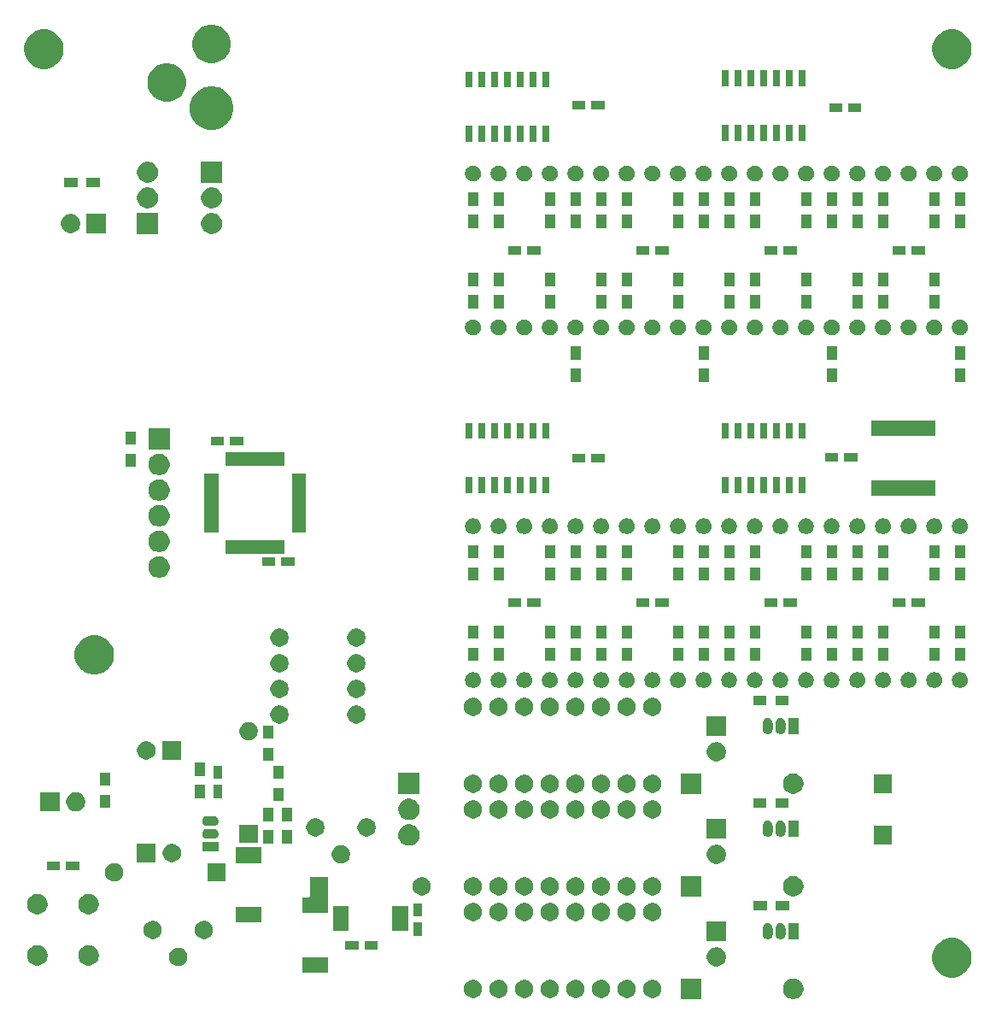
<source format=gbr>
G04 #@! TF.GenerationSoftware,KiCad,Pcbnew,(5.0.2)-1*
G04 #@! TF.CreationDate,2019-06-05T14:49:37+08:00*
G04 #@! TF.ProjectId,Peak Voltage Detector Version2,5065616b-2056-46f6-9c74-616765204465,rev?*
G04 #@! TF.SameCoordinates,Original*
G04 #@! TF.FileFunction,Soldermask,Top*
G04 #@! TF.FilePolarity,Negative*
%FSLAX46Y46*%
G04 Gerber Fmt 4.6, Leading zero omitted, Abs format (unit mm)*
G04 Created by KiCad (PCBNEW (5.0.2)-1) date 06/05/19 14:49:37*
%MOMM*%
%LPD*%
G01*
G04 APERTURE LIST*
%ADD10C,0.100000*%
G04 APERTURE END LIST*
D10*
G36*
X232068794Y-147114315D02*
X232252421Y-147190376D01*
X232381245Y-147276454D01*
X232417683Y-147300801D01*
X232558219Y-147441337D01*
X232668645Y-147606601D01*
X232744705Y-147790226D01*
X232783480Y-147985161D01*
X232783480Y-148183919D01*
X232744705Y-148378854D01*
X232668645Y-148562479D01*
X232558219Y-148727743D01*
X232417683Y-148868279D01*
X232417680Y-148868281D01*
X232252421Y-148978704D01*
X232252420Y-148978705D01*
X232252419Y-148978705D01*
X232068794Y-149054765D01*
X231873859Y-149093540D01*
X231675101Y-149093540D01*
X231480166Y-149054765D01*
X231296541Y-148978705D01*
X231296540Y-148978705D01*
X231296539Y-148978704D01*
X231131280Y-148868281D01*
X231131277Y-148868279D01*
X230990741Y-148727743D01*
X230880315Y-148562479D01*
X230804255Y-148378854D01*
X230765480Y-148183919D01*
X230765480Y-147985161D01*
X230804255Y-147790226D01*
X230880315Y-147606601D01*
X230990741Y-147441337D01*
X231131277Y-147300801D01*
X231167715Y-147276454D01*
X231296539Y-147190376D01*
X231480166Y-147114315D01*
X231675101Y-147075540D01*
X231873859Y-147075540D01*
X232068794Y-147114315D01*
X232068794Y-147114315D01*
G37*
G36*
X222624000Y-149091000D02*
X220606000Y-149091000D01*
X220606000Y-147073000D01*
X222624000Y-147073000D01*
X222624000Y-149091000D01*
X222624000Y-149091000D01*
G37*
G36*
X212990145Y-147207932D02*
X213155572Y-147276454D01*
X213304457Y-147375936D01*
X213431064Y-147502543D01*
X213530546Y-147651428D01*
X213599068Y-147816855D01*
X213634000Y-147992470D01*
X213634000Y-148171530D01*
X213599068Y-148347145D01*
X213530546Y-148512572D01*
X213431064Y-148661457D01*
X213304457Y-148788064D01*
X213155572Y-148887546D01*
X212990145Y-148956068D01*
X212814530Y-148991000D01*
X212635470Y-148991000D01*
X212459855Y-148956068D01*
X212294428Y-148887546D01*
X212145543Y-148788064D01*
X212018936Y-148661457D01*
X211919454Y-148512572D01*
X211850932Y-148347145D01*
X211816000Y-148171530D01*
X211816000Y-147992470D01*
X211850932Y-147816855D01*
X211919454Y-147651428D01*
X212018936Y-147502543D01*
X212145543Y-147375936D01*
X212294428Y-147276454D01*
X212459855Y-147207932D01*
X212635470Y-147173000D01*
X212814530Y-147173000D01*
X212990145Y-147207932D01*
X212990145Y-147207932D01*
G37*
G36*
X210450145Y-147207932D02*
X210615572Y-147276454D01*
X210764457Y-147375936D01*
X210891064Y-147502543D01*
X210990546Y-147651428D01*
X211059068Y-147816855D01*
X211094000Y-147992470D01*
X211094000Y-148171530D01*
X211059068Y-148347145D01*
X210990546Y-148512572D01*
X210891064Y-148661457D01*
X210764457Y-148788064D01*
X210615572Y-148887546D01*
X210450145Y-148956068D01*
X210274530Y-148991000D01*
X210095470Y-148991000D01*
X209919855Y-148956068D01*
X209754428Y-148887546D01*
X209605543Y-148788064D01*
X209478936Y-148661457D01*
X209379454Y-148512572D01*
X209310932Y-148347145D01*
X209276000Y-148171530D01*
X209276000Y-147992470D01*
X209310932Y-147816855D01*
X209379454Y-147651428D01*
X209478936Y-147502543D01*
X209605543Y-147375936D01*
X209754428Y-147276454D01*
X209919855Y-147207932D01*
X210095470Y-147173000D01*
X210274530Y-147173000D01*
X210450145Y-147207932D01*
X210450145Y-147207932D01*
G37*
G36*
X207910145Y-147207932D02*
X208075572Y-147276454D01*
X208224457Y-147375936D01*
X208351064Y-147502543D01*
X208450546Y-147651428D01*
X208519068Y-147816855D01*
X208554000Y-147992470D01*
X208554000Y-148171530D01*
X208519068Y-148347145D01*
X208450546Y-148512572D01*
X208351064Y-148661457D01*
X208224457Y-148788064D01*
X208075572Y-148887546D01*
X207910145Y-148956068D01*
X207734530Y-148991000D01*
X207555470Y-148991000D01*
X207379855Y-148956068D01*
X207214428Y-148887546D01*
X207065543Y-148788064D01*
X206938936Y-148661457D01*
X206839454Y-148512572D01*
X206770932Y-148347145D01*
X206736000Y-148171530D01*
X206736000Y-147992470D01*
X206770932Y-147816855D01*
X206839454Y-147651428D01*
X206938936Y-147502543D01*
X207065543Y-147375936D01*
X207214428Y-147276454D01*
X207379855Y-147207932D01*
X207555470Y-147173000D01*
X207734530Y-147173000D01*
X207910145Y-147207932D01*
X207910145Y-147207932D01*
G37*
G36*
X205370145Y-147207932D02*
X205535572Y-147276454D01*
X205684457Y-147375936D01*
X205811064Y-147502543D01*
X205910546Y-147651428D01*
X205979068Y-147816855D01*
X206014000Y-147992470D01*
X206014000Y-148171530D01*
X205979068Y-148347145D01*
X205910546Y-148512572D01*
X205811064Y-148661457D01*
X205684457Y-148788064D01*
X205535572Y-148887546D01*
X205370145Y-148956068D01*
X205194530Y-148991000D01*
X205015470Y-148991000D01*
X204839855Y-148956068D01*
X204674428Y-148887546D01*
X204525543Y-148788064D01*
X204398936Y-148661457D01*
X204299454Y-148512572D01*
X204230932Y-148347145D01*
X204196000Y-148171530D01*
X204196000Y-147992470D01*
X204230932Y-147816855D01*
X204299454Y-147651428D01*
X204398936Y-147502543D01*
X204525543Y-147375936D01*
X204674428Y-147276454D01*
X204839855Y-147207932D01*
X205015470Y-147173000D01*
X205194530Y-147173000D01*
X205370145Y-147207932D01*
X205370145Y-147207932D01*
G37*
G36*
X202830145Y-147207932D02*
X202995572Y-147276454D01*
X203144457Y-147375936D01*
X203271064Y-147502543D01*
X203370546Y-147651428D01*
X203439068Y-147816855D01*
X203474000Y-147992470D01*
X203474000Y-148171530D01*
X203439068Y-148347145D01*
X203370546Y-148512572D01*
X203271064Y-148661457D01*
X203144457Y-148788064D01*
X202995572Y-148887546D01*
X202830145Y-148956068D01*
X202654530Y-148991000D01*
X202475470Y-148991000D01*
X202299855Y-148956068D01*
X202134428Y-148887546D01*
X201985543Y-148788064D01*
X201858936Y-148661457D01*
X201759454Y-148512572D01*
X201690932Y-148347145D01*
X201656000Y-148171530D01*
X201656000Y-147992470D01*
X201690932Y-147816855D01*
X201759454Y-147651428D01*
X201858936Y-147502543D01*
X201985543Y-147375936D01*
X202134428Y-147276454D01*
X202299855Y-147207932D01*
X202475470Y-147173000D01*
X202654530Y-147173000D01*
X202830145Y-147207932D01*
X202830145Y-147207932D01*
G37*
G36*
X218070145Y-147207932D02*
X218235572Y-147276454D01*
X218384457Y-147375936D01*
X218511064Y-147502543D01*
X218610546Y-147651428D01*
X218679068Y-147816855D01*
X218714000Y-147992470D01*
X218714000Y-148171530D01*
X218679068Y-148347145D01*
X218610546Y-148512572D01*
X218511064Y-148661457D01*
X218384457Y-148788064D01*
X218235572Y-148887546D01*
X218070145Y-148956068D01*
X217894530Y-148991000D01*
X217715470Y-148991000D01*
X217539855Y-148956068D01*
X217374428Y-148887546D01*
X217225543Y-148788064D01*
X217098936Y-148661457D01*
X216999454Y-148512572D01*
X216930932Y-148347145D01*
X216896000Y-148171530D01*
X216896000Y-147992470D01*
X216930932Y-147816855D01*
X216999454Y-147651428D01*
X217098936Y-147502543D01*
X217225543Y-147375936D01*
X217374428Y-147276454D01*
X217539855Y-147207932D01*
X217715470Y-147173000D01*
X217894530Y-147173000D01*
X218070145Y-147207932D01*
X218070145Y-147207932D01*
G37*
G36*
X215530145Y-147207932D02*
X215695572Y-147276454D01*
X215844457Y-147375936D01*
X215971064Y-147502543D01*
X216070546Y-147651428D01*
X216139068Y-147816855D01*
X216174000Y-147992470D01*
X216174000Y-148171530D01*
X216139068Y-148347145D01*
X216070546Y-148512572D01*
X215971064Y-148661457D01*
X215844457Y-148788064D01*
X215695572Y-148887546D01*
X215530145Y-148956068D01*
X215354530Y-148991000D01*
X215175470Y-148991000D01*
X214999855Y-148956068D01*
X214834428Y-148887546D01*
X214685543Y-148788064D01*
X214558936Y-148661457D01*
X214459454Y-148512572D01*
X214390932Y-148347145D01*
X214356000Y-148171530D01*
X214356000Y-147992470D01*
X214390932Y-147816855D01*
X214459454Y-147651428D01*
X214558936Y-147502543D01*
X214685543Y-147375936D01*
X214834428Y-147276454D01*
X214999855Y-147207932D01*
X215175470Y-147173000D01*
X215354530Y-147173000D01*
X215530145Y-147207932D01*
X215530145Y-147207932D01*
G37*
G36*
X200290145Y-147207932D02*
X200455572Y-147276454D01*
X200604457Y-147375936D01*
X200731064Y-147502543D01*
X200830546Y-147651428D01*
X200899068Y-147816855D01*
X200934000Y-147992470D01*
X200934000Y-148171530D01*
X200899068Y-148347145D01*
X200830546Y-148512572D01*
X200731064Y-148661457D01*
X200604457Y-148788064D01*
X200455572Y-148887546D01*
X200290145Y-148956068D01*
X200114530Y-148991000D01*
X199935470Y-148991000D01*
X199759855Y-148956068D01*
X199594428Y-148887546D01*
X199445543Y-148788064D01*
X199318936Y-148661457D01*
X199219454Y-148512572D01*
X199150932Y-148347145D01*
X199116000Y-148171530D01*
X199116000Y-147992470D01*
X199150932Y-147816855D01*
X199219454Y-147651428D01*
X199318936Y-147502543D01*
X199445543Y-147375936D01*
X199594428Y-147276454D01*
X199759855Y-147207932D01*
X199935470Y-147173000D01*
X200114530Y-147173000D01*
X200290145Y-147207932D01*
X200290145Y-147207932D01*
G37*
G36*
X248069083Y-143123975D02*
X248069085Y-143123976D01*
X248069086Y-143123976D01*
X248424145Y-143271046D01*
X248739385Y-143481683D01*
X248743693Y-143484561D01*
X249015439Y-143756307D01*
X249015441Y-143756310D01*
X249228954Y-144075855D01*
X249376024Y-144430914D01*
X249376025Y-144430917D01*
X249451000Y-144807842D01*
X249451000Y-145192158D01*
X249377088Y-145563741D01*
X249376024Y-145569086D01*
X249228954Y-145924145D01*
X249228953Y-145924146D01*
X249015439Y-146243693D01*
X248743693Y-146515439D01*
X248743690Y-146515441D01*
X248424145Y-146728954D01*
X248069086Y-146876024D01*
X248069085Y-146876024D01*
X248069083Y-146876025D01*
X247692158Y-146951000D01*
X247307842Y-146951000D01*
X246930917Y-146876025D01*
X246930915Y-146876024D01*
X246930914Y-146876024D01*
X246575855Y-146728954D01*
X246256310Y-146515441D01*
X246256307Y-146515439D01*
X245984561Y-146243693D01*
X245771047Y-145924146D01*
X245771046Y-145924145D01*
X245623976Y-145569086D01*
X245622913Y-145563741D01*
X245549000Y-145192158D01*
X245549000Y-144807842D01*
X245623975Y-144430917D01*
X245623976Y-144430914D01*
X245771046Y-144075855D01*
X245984559Y-143756310D01*
X245984561Y-143756307D01*
X246256307Y-143484561D01*
X246260615Y-143481683D01*
X246575855Y-143271046D01*
X246930914Y-143123976D01*
X246930915Y-143123976D01*
X246930917Y-143123975D01*
X247307842Y-143049000D01*
X247692158Y-143049000D01*
X248069083Y-143123975D01*
X248069083Y-143123975D01*
G37*
G36*
X185655000Y-146474000D02*
X183153000Y-146474000D01*
X183153000Y-144922000D01*
X185655000Y-144922000D01*
X185655000Y-146474000D01*
X185655000Y-146474000D01*
G37*
G36*
X224432396Y-143992546D02*
X224605466Y-144064234D01*
X224761230Y-144168312D01*
X224893688Y-144300770D01*
X224997766Y-144456534D01*
X225069454Y-144629604D01*
X225106000Y-144813333D01*
X225106000Y-145000667D01*
X225069454Y-145184396D01*
X224997766Y-145357466D01*
X224893688Y-145513230D01*
X224761230Y-145645688D01*
X224605466Y-145749766D01*
X224432396Y-145821454D01*
X224248667Y-145858000D01*
X224061333Y-145858000D01*
X223877604Y-145821454D01*
X223704534Y-145749766D01*
X223548770Y-145645688D01*
X223416312Y-145513230D01*
X223312234Y-145357466D01*
X223240546Y-145184396D01*
X223204000Y-145000667D01*
X223204000Y-144813333D01*
X223240546Y-144629604D01*
X223312234Y-144456534D01*
X223416312Y-144300770D01*
X223548770Y-144168312D01*
X223704534Y-144064234D01*
X223877604Y-143992546D01*
X224061333Y-143956000D01*
X224248667Y-143956000D01*
X224432396Y-143992546D01*
X224432396Y-143992546D01*
G37*
G36*
X171080145Y-144032932D02*
X171245572Y-144101454D01*
X171394457Y-144200936D01*
X171521064Y-144327543D01*
X171620546Y-144476428D01*
X171689068Y-144641855D01*
X171724000Y-144817470D01*
X171724000Y-144996530D01*
X171689068Y-145172145D01*
X171620546Y-145337572D01*
X171521064Y-145486457D01*
X171394457Y-145613064D01*
X171245572Y-145712546D01*
X171080145Y-145781068D01*
X170904530Y-145816000D01*
X170725470Y-145816000D01*
X170549855Y-145781068D01*
X170384428Y-145712546D01*
X170235543Y-145613064D01*
X170108936Y-145486457D01*
X170009454Y-145337572D01*
X169940932Y-145172145D01*
X169906000Y-144996530D01*
X169906000Y-144817470D01*
X169940932Y-144641855D01*
X170009454Y-144476428D01*
X170108936Y-144327543D01*
X170235543Y-144200936D01*
X170384428Y-144101454D01*
X170549855Y-144032932D01*
X170725470Y-143998000D01*
X170904530Y-143998000D01*
X171080145Y-144032932D01*
X171080145Y-144032932D01*
G37*
G36*
X162219314Y-143809775D02*
X162402941Y-143885836D01*
X162507948Y-143956000D01*
X162568203Y-143996261D01*
X162708739Y-144136797D01*
X162708741Y-144136800D01*
X162818305Y-144300773D01*
X162819165Y-144302061D01*
X162895225Y-144485686D01*
X162934000Y-144680621D01*
X162934000Y-144879379D01*
X162895225Y-145074314D01*
X162849628Y-145184396D01*
X162819164Y-145257941D01*
X162710211Y-145421000D01*
X162708739Y-145423203D01*
X162568203Y-145563739D01*
X162568200Y-145563741D01*
X162402941Y-145674164D01*
X162402940Y-145674165D01*
X162402939Y-145674165D01*
X162219314Y-145750225D01*
X162024379Y-145789000D01*
X161825621Y-145789000D01*
X161630686Y-145750225D01*
X161447061Y-145674165D01*
X161447060Y-145674165D01*
X161447059Y-145674164D01*
X161281800Y-145563741D01*
X161281797Y-145563739D01*
X161141261Y-145423203D01*
X161139789Y-145421000D01*
X161030836Y-145257941D01*
X161000373Y-145184396D01*
X160954775Y-145074314D01*
X160916000Y-144879379D01*
X160916000Y-144680621D01*
X160954775Y-144485686D01*
X161030835Y-144302061D01*
X161031696Y-144300773D01*
X161141259Y-144136800D01*
X161141261Y-144136797D01*
X161281797Y-143996261D01*
X161342052Y-143956000D01*
X161447059Y-143885836D01*
X161630686Y-143809775D01*
X161825621Y-143771000D01*
X162024379Y-143771000D01*
X162219314Y-143809775D01*
X162219314Y-143809775D01*
G37*
G36*
X157139314Y-143809775D02*
X157322941Y-143885836D01*
X157427948Y-143956000D01*
X157488203Y-143996261D01*
X157628739Y-144136797D01*
X157628741Y-144136800D01*
X157738305Y-144300773D01*
X157739165Y-144302061D01*
X157815225Y-144485686D01*
X157854000Y-144680621D01*
X157854000Y-144879379D01*
X157815225Y-145074314D01*
X157769628Y-145184396D01*
X157739164Y-145257941D01*
X157630211Y-145421000D01*
X157628739Y-145423203D01*
X157488203Y-145563739D01*
X157488200Y-145563741D01*
X157322941Y-145674164D01*
X157322940Y-145674165D01*
X157322939Y-145674165D01*
X157139314Y-145750225D01*
X156944379Y-145789000D01*
X156745621Y-145789000D01*
X156550686Y-145750225D01*
X156367061Y-145674165D01*
X156367060Y-145674165D01*
X156367059Y-145674164D01*
X156201800Y-145563741D01*
X156201797Y-145563739D01*
X156061261Y-145423203D01*
X156059789Y-145421000D01*
X155950836Y-145257941D01*
X155920373Y-145184396D01*
X155874775Y-145074314D01*
X155836000Y-144879379D01*
X155836000Y-144680621D01*
X155874775Y-144485686D01*
X155950835Y-144302061D01*
X155951696Y-144300773D01*
X156061259Y-144136800D01*
X156061261Y-144136797D01*
X156201797Y-143996261D01*
X156262052Y-143956000D01*
X156367059Y-143885836D01*
X156550686Y-143809775D01*
X156745621Y-143771000D01*
X156944379Y-143771000D01*
X157139314Y-143809775D01*
X157139314Y-143809775D01*
G37*
G36*
X190577000Y-144190000D02*
X189275000Y-144190000D01*
X189275000Y-143338000D01*
X190577000Y-143338000D01*
X190577000Y-144190000D01*
X190577000Y-144190000D01*
G37*
G36*
X188677000Y-144190000D02*
X187375000Y-144190000D01*
X187375000Y-143338000D01*
X188677000Y-143338000D01*
X188677000Y-144190000D01*
X188677000Y-144190000D01*
G37*
G36*
X225106000Y-143318000D02*
X223204000Y-143318000D01*
X223204000Y-141416000D01*
X225106000Y-141416000D01*
X225106000Y-143318000D01*
X225106000Y-143318000D01*
G37*
G36*
X230603212Y-141573249D02*
X230697651Y-141601897D01*
X230784687Y-141648418D01*
X230860975Y-141711025D01*
X230923582Y-141787313D01*
X230970103Y-141874348D01*
X230998751Y-141968787D01*
X231006000Y-142042388D01*
X231006000Y-142691612D01*
X230998751Y-142765213D01*
X230970103Y-142859652D01*
X230923582Y-142946687D01*
X230860975Y-143022975D01*
X230784687Y-143085582D01*
X230697652Y-143132103D01*
X230603213Y-143160751D01*
X230505000Y-143170424D01*
X230406788Y-143160751D01*
X230312349Y-143132103D01*
X230225314Y-143085582D01*
X230149026Y-143022975D01*
X230086419Y-142946687D01*
X230064764Y-142906174D01*
X230039898Y-142859653D01*
X230027704Y-142819454D01*
X230011250Y-142765213D01*
X230004001Y-142691612D01*
X230004000Y-142691602D01*
X230004000Y-142042389D01*
X230011249Y-141968788D01*
X230039897Y-141874349D01*
X230086418Y-141787313D01*
X230149025Y-141711025D01*
X230225313Y-141648418D01*
X230312348Y-141601897D01*
X230406787Y-141573249D01*
X230505000Y-141563576D01*
X230603212Y-141573249D01*
X230603212Y-141573249D01*
G37*
G36*
X229333212Y-141573249D02*
X229427651Y-141601897D01*
X229514687Y-141648418D01*
X229590975Y-141711025D01*
X229653582Y-141787313D01*
X229700103Y-141874348D01*
X229728751Y-141968787D01*
X229736000Y-142042388D01*
X229736000Y-142691612D01*
X229728751Y-142765213D01*
X229700103Y-142859652D01*
X229653582Y-142946687D01*
X229590975Y-143022975D01*
X229514687Y-143085582D01*
X229427652Y-143132103D01*
X229333213Y-143160751D01*
X229235000Y-143170424D01*
X229136788Y-143160751D01*
X229042349Y-143132103D01*
X228955314Y-143085582D01*
X228879026Y-143022975D01*
X228816419Y-142946687D01*
X228794764Y-142906174D01*
X228769898Y-142859653D01*
X228757704Y-142819454D01*
X228741250Y-142765213D01*
X228734001Y-142691612D01*
X228734000Y-142691602D01*
X228734000Y-142042389D01*
X228741249Y-141968788D01*
X228769897Y-141874349D01*
X228816418Y-141787313D01*
X228879025Y-141711025D01*
X228955313Y-141648418D01*
X229042348Y-141601897D01*
X229136787Y-141573249D01*
X229235000Y-141563576D01*
X229333212Y-141573249D01*
X229333212Y-141573249D01*
G37*
G36*
X232276000Y-143168000D02*
X231274000Y-143168000D01*
X231274000Y-141566000D01*
X232276000Y-141566000D01*
X232276000Y-143168000D01*
X232276000Y-143168000D01*
G37*
G36*
X173620145Y-141365932D02*
X173785572Y-141434454D01*
X173934457Y-141533936D01*
X174061064Y-141660543D01*
X174160546Y-141809428D01*
X174229068Y-141974855D01*
X174264000Y-142150470D01*
X174264000Y-142329530D01*
X174229068Y-142505145D01*
X174160546Y-142670572D01*
X174061064Y-142819457D01*
X173934457Y-142946064D01*
X173785572Y-143045546D01*
X173620145Y-143114068D01*
X173444530Y-143149000D01*
X173265470Y-143149000D01*
X173089855Y-143114068D01*
X172924428Y-143045546D01*
X172775543Y-142946064D01*
X172648936Y-142819457D01*
X172549454Y-142670572D01*
X172480932Y-142505145D01*
X172446000Y-142329530D01*
X172446000Y-142150470D01*
X172480932Y-141974855D01*
X172549454Y-141809428D01*
X172648936Y-141660543D01*
X172775543Y-141533936D01*
X172924428Y-141434454D01*
X173089855Y-141365932D01*
X173265470Y-141331000D01*
X173444530Y-141331000D01*
X173620145Y-141365932D01*
X173620145Y-141365932D01*
G37*
G36*
X168540145Y-141365932D02*
X168705572Y-141434454D01*
X168854457Y-141533936D01*
X168981064Y-141660543D01*
X169080546Y-141809428D01*
X169149068Y-141974855D01*
X169184000Y-142150470D01*
X169184000Y-142329530D01*
X169149068Y-142505145D01*
X169080546Y-142670572D01*
X168981064Y-142819457D01*
X168854457Y-142946064D01*
X168705572Y-143045546D01*
X168540145Y-143114068D01*
X168364530Y-143149000D01*
X168185470Y-143149000D01*
X168009855Y-143114068D01*
X167844428Y-143045546D01*
X167695543Y-142946064D01*
X167568936Y-142819457D01*
X167469454Y-142670572D01*
X167400932Y-142505145D01*
X167366000Y-142329530D01*
X167366000Y-142150470D01*
X167400932Y-141974855D01*
X167469454Y-141809428D01*
X167568936Y-141660543D01*
X167695543Y-141533936D01*
X167844428Y-141434454D01*
X168009855Y-141365932D01*
X168185470Y-141331000D01*
X168364530Y-141331000D01*
X168540145Y-141365932D01*
X168540145Y-141365932D01*
G37*
G36*
X194990000Y-142825000D02*
X194138000Y-142825000D01*
X194138000Y-141523000D01*
X194990000Y-141523000D01*
X194990000Y-142825000D01*
X194990000Y-142825000D01*
G37*
G36*
X187691000Y-142348000D02*
X186139000Y-142348000D01*
X186139000Y-139846000D01*
X187691000Y-139846000D01*
X187691000Y-142348000D01*
X187691000Y-142348000D01*
G37*
G36*
X193591000Y-142348000D02*
X192039000Y-142348000D01*
X192039000Y-139846000D01*
X193591000Y-139846000D01*
X193591000Y-142348000D01*
X193591000Y-142348000D01*
G37*
G36*
X179051000Y-141521000D02*
X176549000Y-141521000D01*
X176549000Y-139969000D01*
X179051000Y-139969000D01*
X179051000Y-141521000D01*
X179051000Y-141521000D01*
G37*
G36*
X218070145Y-139587932D02*
X218235572Y-139656454D01*
X218384457Y-139755936D01*
X218511064Y-139882543D01*
X218610546Y-140031428D01*
X218679068Y-140196855D01*
X218714000Y-140372470D01*
X218714000Y-140551530D01*
X218679068Y-140727145D01*
X218610546Y-140892572D01*
X218511064Y-141041457D01*
X218384457Y-141168064D01*
X218235572Y-141267546D01*
X218070145Y-141336068D01*
X217894530Y-141371000D01*
X217715470Y-141371000D01*
X217539855Y-141336068D01*
X217374428Y-141267546D01*
X217225543Y-141168064D01*
X217098936Y-141041457D01*
X216999454Y-140892572D01*
X216930932Y-140727145D01*
X216896000Y-140551530D01*
X216896000Y-140372470D01*
X216930932Y-140196855D01*
X216999454Y-140031428D01*
X217098936Y-139882543D01*
X217225543Y-139755936D01*
X217374428Y-139656454D01*
X217539855Y-139587932D01*
X217715470Y-139553000D01*
X217894530Y-139553000D01*
X218070145Y-139587932D01*
X218070145Y-139587932D01*
G37*
G36*
X212990145Y-139587932D02*
X213155572Y-139656454D01*
X213304457Y-139755936D01*
X213431064Y-139882543D01*
X213530546Y-140031428D01*
X213599068Y-140196855D01*
X213634000Y-140372470D01*
X213634000Y-140551530D01*
X213599068Y-140727145D01*
X213530546Y-140892572D01*
X213431064Y-141041457D01*
X213304457Y-141168064D01*
X213155572Y-141267546D01*
X212990145Y-141336068D01*
X212814530Y-141371000D01*
X212635470Y-141371000D01*
X212459855Y-141336068D01*
X212294428Y-141267546D01*
X212145543Y-141168064D01*
X212018936Y-141041457D01*
X211919454Y-140892572D01*
X211850932Y-140727145D01*
X211816000Y-140551530D01*
X211816000Y-140372470D01*
X211850932Y-140196855D01*
X211919454Y-140031428D01*
X212018936Y-139882543D01*
X212145543Y-139755936D01*
X212294428Y-139656454D01*
X212459855Y-139587932D01*
X212635470Y-139553000D01*
X212814530Y-139553000D01*
X212990145Y-139587932D01*
X212990145Y-139587932D01*
G37*
G36*
X210450145Y-139587932D02*
X210615572Y-139656454D01*
X210764457Y-139755936D01*
X210891064Y-139882543D01*
X210990546Y-140031428D01*
X211059068Y-140196855D01*
X211094000Y-140372470D01*
X211094000Y-140551530D01*
X211059068Y-140727145D01*
X210990546Y-140892572D01*
X210891064Y-141041457D01*
X210764457Y-141168064D01*
X210615572Y-141267546D01*
X210450145Y-141336068D01*
X210274530Y-141371000D01*
X210095470Y-141371000D01*
X209919855Y-141336068D01*
X209754428Y-141267546D01*
X209605543Y-141168064D01*
X209478936Y-141041457D01*
X209379454Y-140892572D01*
X209310932Y-140727145D01*
X209276000Y-140551530D01*
X209276000Y-140372470D01*
X209310932Y-140196855D01*
X209379454Y-140031428D01*
X209478936Y-139882543D01*
X209605543Y-139755936D01*
X209754428Y-139656454D01*
X209919855Y-139587932D01*
X210095470Y-139553000D01*
X210274530Y-139553000D01*
X210450145Y-139587932D01*
X210450145Y-139587932D01*
G37*
G36*
X207910145Y-139587932D02*
X208075572Y-139656454D01*
X208224457Y-139755936D01*
X208351064Y-139882543D01*
X208450546Y-140031428D01*
X208519068Y-140196855D01*
X208554000Y-140372470D01*
X208554000Y-140551530D01*
X208519068Y-140727145D01*
X208450546Y-140892572D01*
X208351064Y-141041457D01*
X208224457Y-141168064D01*
X208075572Y-141267546D01*
X207910145Y-141336068D01*
X207734530Y-141371000D01*
X207555470Y-141371000D01*
X207379855Y-141336068D01*
X207214428Y-141267546D01*
X207065543Y-141168064D01*
X206938936Y-141041457D01*
X206839454Y-140892572D01*
X206770932Y-140727145D01*
X206736000Y-140551530D01*
X206736000Y-140372470D01*
X206770932Y-140196855D01*
X206839454Y-140031428D01*
X206938936Y-139882543D01*
X207065543Y-139755936D01*
X207214428Y-139656454D01*
X207379855Y-139587932D01*
X207555470Y-139553000D01*
X207734530Y-139553000D01*
X207910145Y-139587932D01*
X207910145Y-139587932D01*
G37*
G36*
X202830145Y-139587932D02*
X202995572Y-139656454D01*
X203144457Y-139755936D01*
X203271064Y-139882543D01*
X203370546Y-140031428D01*
X203439068Y-140196855D01*
X203474000Y-140372470D01*
X203474000Y-140551530D01*
X203439068Y-140727145D01*
X203370546Y-140892572D01*
X203271064Y-141041457D01*
X203144457Y-141168064D01*
X202995572Y-141267546D01*
X202830145Y-141336068D01*
X202654530Y-141371000D01*
X202475470Y-141371000D01*
X202299855Y-141336068D01*
X202134428Y-141267546D01*
X201985543Y-141168064D01*
X201858936Y-141041457D01*
X201759454Y-140892572D01*
X201690932Y-140727145D01*
X201656000Y-140551530D01*
X201656000Y-140372470D01*
X201690932Y-140196855D01*
X201759454Y-140031428D01*
X201858936Y-139882543D01*
X201985543Y-139755936D01*
X202134428Y-139656454D01*
X202299855Y-139587932D01*
X202475470Y-139553000D01*
X202654530Y-139553000D01*
X202830145Y-139587932D01*
X202830145Y-139587932D01*
G37*
G36*
X200290145Y-139587932D02*
X200455572Y-139656454D01*
X200604457Y-139755936D01*
X200731064Y-139882543D01*
X200830546Y-140031428D01*
X200899068Y-140196855D01*
X200934000Y-140372470D01*
X200934000Y-140551530D01*
X200899068Y-140727145D01*
X200830546Y-140892572D01*
X200731064Y-141041457D01*
X200604457Y-141168064D01*
X200455572Y-141267546D01*
X200290145Y-141336068D01*
X200114530Y-141371000D01*
X199935470Y-141371000D01*
X199759855Y-141336068D01*
X199594428Y-141267546D01*
X199445543Y-141168064D01*
X199318936Y-141041457D01*
X199219454Y-140892572D01*
X199150932Y-140727145D01*
X199116000Y-140551530D01*
X199116000Y-140372470D01*
X199150932Y-140196855D01*
X199219454Y-140031428D01*
X199318936Y-139882543D01*
X199445543Y-139755936D01*
X199594428Y-139656454D01*
X199759855Y-139587932D01*
X199935470Y-139553000D01*
X200114530Y-139553000D01*
X200290145Y-139587932D01*
X200290145Y-139587932D01*
G37*
G36*
X215530145Y-139587932D02*
X215695572Y-139656454D01*
X215844457Y-139755936D01*
X215971064Y-139882543D01*
X216070546Y-140031428D01*
X216139068Y-140196855D01*
X216174000Y-140372470D01*
X216174000Y-140551530D01*
X216139068Y-140727145D01*
X216070546Y-140892572D01*
X215971064Y-141041457D01*
X215844457Y-141168064D01*
X215695572Y-141267546D01*
X215530145Y-141336068D01*
X215354530Y-141371000D01*
X215175470Y-141371000D01*
X214999855Y-141336068D01*
X214834428Y-141267546D01*
X214685543Y-141168064D01*
X214558936Y-141041457D01*
X214459454Y-140892572D01*
X214390932Y-140727145D01*
X214356000Y-140551530D01*
X214356000Y-140372470D01*
X214390932Y-140196855D01*
X214459454Y-140031428D01*
X214558936Y-139882543D01*
X214685543Y-139755936D01*
X214834428Y-139656454D01*
X214999855Y-139587932D01*
X215175470Y-139553000D01*
X215354530Y-139553000D01*
X215530145Y-139587932D01*
X215530145Y-139587932D01*
G37*
G36*
X205370145Y-139587932D02*
X205535572Y-139656454D01*
X205684457Y-139755936D01*
X205811064Y-139882543D01*
X205910546Y-140031428D01*
X205979068Y-140196855D01*
X206014000Y-140372470D01*
X206014000Y-140551530D01*
X205979068Y-140727145D01*
X205910546Y-140892572D01*
X205811064Y-141041457D01*
X205684457Y-141168064D01*
X205535572Y-141267546D01*
X205370145Y-141336068D01*
X205194530Y-141371000D01*
X205015470Y-141371000D01*
X204839855Y-141336068D01*
X204674428Y-141267546D01*
X204525543Y-141168064D01*
X204398936Y-141041457D01*
X204299454Y-140892572D01*
X204230932Y-140727145D01*
X204196000Y-140551530D01*
X204196000Y-140372470D01*
X204230932Y-140196855D01*
X204299454Y-140031428D01*
X204398936Y-139882543D01*
X204525543Y-139755936D01*
X204674428Y-139656454D01*
X204839855Y-139587932D01*
X205015470Y-139553000D01*
X205194530Y-139553000D01*
X205370145Y-139587932D01*
X205370145Y-139587932D01*
G37*
G36*
X194990000Y-140925000D02*
X194138000Y-140925000D01*
X194138000Y-139623000D01*
X194990000Y-139623000D01*
X194990000Y-140925000D01*
X194990000Y-140925000D01*
G37*
G36*
X157128103Y-138727545D02*
X157139314Y-138729775D01*
X157322941Y-138805836D01*
X157439942Y-138884014D01*
X157488203Y-138916261D01*
X157628739Y-139056797D01*
X157739165Y-139222061D01*
X157815225Y-139405686D01*
X157854000Y-139600621D01*
X157854000Y-139799379D01*
X157815225Y-139994314D01*
X157739165Y-140177939D01*
X157628739Y-140343203D01*
X157488203Y-140483739D01*
X157488200Y-140483741D01*
X157322941Y-140594164D01*
X157322940Y-140594165D01*
X157322939Y-140594165D01*
X157139314Y-140670225D01*
X156944379Y-140709000D01*
X156745621Y-140709000D01*
X156550686Y-140670225D01*
X156367061Y-140594165D01*
X156367060Y-140594165D01*
X156367059Y-140594164D01*
X156201800Y-140483741D01*
X156201797Y-140483739D01*
X156061261Y-140343203D01*
X155950835Y-140177939D01*
X155874775Y-139994314D01*
X155836000Y-139799379D01*
X155836000Y-139600621D01*
X155874775Y-139405686D01*
X155950835Y-139222061D01*
X156061261Y-139056797D01*
X156201797Y-138916261D01*
X156250058Y-138884014D01*
X156367059Y-138805836D01*
X156550686Y-138729775D01*
X156561897Y-138727545D01*
X156745621Y-138691000D01*
X156944379Y-138691000D01*
X157128103Y-138727545D01*
X157128103Y-138727545D01*
G37*
G36*
X162208103Y-138727545D02*
X162219314Y-138729775D01*
X162402941Y-138805836D01*
X162519942Y-138884014D01*
X162568203Y-138916261D01*
X162708739Y-139056797D01*
X162819165Y-139222061D01*
X162895225Y-139405686D01*
X162934000Y-139600621D01*
X162934000Y-139799379D01*
X162895225Y-139994314D01*
X162819165Y-140177939D01*
X162708739Y-140343203D01*
X162568203Y-140483739D01*
X162568200Y-140483741D01*
X162402941Y-140594164D01*
X162402940Y-140594165D01*
X162402939Y-140594165D01*
X162219314Y-140670225D01*
X162024379Y-140709000D01*
X161825621Y-140709000D01*
X161630686Y-140670225D01*
X161447061Y-140594165D01*
X161447060Y-140594165D01*
X161447059Y-140594164D01*
X161281800Y-140483741D01*
X161281797Y-140483739D01*
X161141261Y-140343203D01*
X161030835Y-140177939D01*
X160954775Y-139994314D01*
X160916000Y-139799379D01*
X160916000Y-139600621D01*
X160954775Y-139405686D01*
X161030835Y-139222061D01*
X161141261Y-139056797D01*
X161281797Y-138916261D01*
X161330058Y-138884014D01*
X161447059Y-138805836D01*
X161630686Y-138729775D01*
X161641897Y-138727545D01*
X161825621Y-138691000D01*
X162024379Y-138691000D01*
X162208103Y-138727545D01*
X162208103Y-138727545D01*
G37*
G36*
X185694520Y-138862685D02*
X185691612Y-138865072D01*
X185676066Y-138884014D01*
X185664515Y-138905625D01*
X185657402Y-138929074D01*
X185655000Y-138953460D01*
X185655000Y-140574000D01*
X183153000Y-140574000D01*
X183153000Y-139022000D01*
X183751520Y-139022000D01*
X183775906Y-139019598D01*
X183799355Y-139012485D01*
X183820966Y-139000934D01*
X183839908Y-138985388D01*
X183855454Y-138966446D01*
X183867005Y-138944835D01*
X183874118Y-138921386D01*
X183876520Y-138897000D01*
X183876520Y-137010460D01*
X185694520Y-137010460D01*
X185694520Y-138862685D01*
X185694520Y-138862685D01*
G37*
G36*
X231367000Y-140328000D02*
X230065000Y-140328000D01*
X230065000Y-139326000D01*
X231367000Y-139326000D01*
X231367000Y-140328000D01*
X231367000Y-140328000D01*
G37*
G36*
X229167000Y-140328000D02*
X227865000Y-140328000D01*
X227865000Y-139326000D01*
X229167000Y-139326000D01*
X229167000Y-140328000D01*
X229167000Y-140328000D01*
G37*
G36*
X232069314Y-136951775D02*
X232252941Y-137027836D01*
X232283018Y-137047933D01*
X232418203Y-137138261D01*
X232558739Y-137278797D01*
X232558741Y-137278800D01*
X232662443Y-137434000D01*
X232669165Y-137444061D01*
X232745225Y-137627686D01*
X232784000Y-137822621D01*
X232784000Y-138021379D01*
X232745225Y-138216314D01*
X232669165Y-138399939D01*
X232558739Y-138565203D01*
X232418203Y-138705739D01*
X232418200Y-138705741D01*
X232252941Y-138816164D01*
X232252940Y-138816165D01*
X232252939Y-138816165D01*
X232069314Y-138892225D01*
X231874379Y-138931000D01*
X231675621Y-138931000D01*
X231480686Y-138892225D01*
X231297061Y-138816165D01*
X231297060Y-138816165D01*
X231297059Y-138816164D01*
X231131800Y-138705741D01*
X231131797Y-138705739D01*
X230991261Y-138565203D01*
X230880835Y-138399939D01*
X230804775Y-138216314D01*
X230766000Y-138021379D01*
X230766000Y-137822621D01*
X230804775Y-137627686D01*
X230880835Y-137444061D01*
X230887558Y-137434000D01*
X230991259Y-137278800D01*
X230991261Y-137278797D01*
X231131797Y-137138261D01*
X231266982Y-137047933D01*
X231297059Y-137027836D01*
X231480686Y-136951775D01*
X231675621Y-136913000D01*
X231874379Y-136913000D01*
X232069314Y-136951775D01*
X232069314Y-136951775D01*
G37*
G36*
X222624520Y-138928460D02*
X220606520Y-138928460D01*
X220606520Y-136910460D01*
X222624520Y-136910460D01*
X222624520Y-138928460D01*
X222624520Y-138928460D01*
G37*
G36*
X212990145Y-137047932D02*
X213155572Y-137116454D01*
X213304457Y-137215936D01*
X213431064Y-137342543D01*
X213530546Y-137491428D01*
X213599068Y-137656855D01*
X213634000Y-137832470D01*
X213634000Y-138011530D01*
X213599068Y-138187145D01*
X213530546Y-138352572D01*
X213431064Y-138501457D01*
X213304457Y-138628064D01*
X213155572Y-138727546D01*
X212990145Y-138796068D01*
X212814530Y-138831000D01*
X212635470Y-138831000D01*
X212459855Y-138796068D01*
X212294428Y-138727546D01*
X212145543Y-138628064D01*
X212018936Y-138501457D01*
X211919454Y-138352572D01*
X211850932Y-138187145D01*
X211816000Y-138011530D01*
X211816000Y-137832470D01*
X211850932Y-137656855D01*
X211919454Y-137491428D01*
X212018936Y-137342543D01*
X212145543Y-137215936D01*
X212294428Y-137116454D01*
X212459855Y-137047932D01*
X212635470Y-137013000D01*
X212814530Y-137013000D01*
X212990145Y-137047932D01*
X212990145Y-137047932D01*
G37*
G36*
X200290145Y-137047932D02*
X200455572Y-137116454D01*
X200604457Y-137215936D01*
X200731064Y-137342543D01*
X200830546Y-137491428D01*
X200899068Y-137656855D01*
X200934000Y-137832470D01*
X200934000Y-138011530D01*
X200899068Y-138187145D01*
X200830546Y-138352572D01*
X200731064Y-138501457D01*
X200604457Y-138628064D01*
X200455572Y-138727546D01*
X200290145Y-138796068D01*
X200114530Y-138831000D01*
X199935470Y-138831000D01*
X199759855Y-138796068D01*
X199594428Y-138727546D01*
X199445543Y-138628064D01*
X199318936Y-138501457D01*
X199219454Y-138352572D01*
X199150932Y-138187145D01*
X199116000Y-138011530D01*
X199116000Y-137832470D01*
X199150932Y-137656855D01*
X199219454Y-137491428D01*
X199318936Y-137342543D01*
X199445543Y-137215936D01*
X199594428Y-137116454D01*
X199759855Y-137047932D01*
X199935470Y-137013000D01*
X200114530Y-137013000D01*
X200290145Y-137047932D01*
X200290145Y-137047932D01*
G37*
G36*
X215530145Y-137047932D02*
X215695572Y-137116454D01*
X215844457Y-137215936D01*
X215971064Y-137342543D01*
X216070546Y-137491428D01*
X216139068Y-137656855D01*
X216174000Y-137832470D01*
X216174000Y-138011530D01*
X216139068Y-138187145D01*
X216070546Y-138352572D01*
X215971064Y-138501457D01*
X215844457Y-138628064D01*
X215695572Y-138727546D01*
X215530145Y-138796068D01*
X215354530Y-138831000D01*
X215175470Y-138831000D01*
X214999855Y-138796068D01*
X214834428Y-138727546D01*
X214685543Y-138628064D01*
X214558936Y-138501457D01*
X214459454Y-138352572D01*
X214390932Y-138187145D01*
X214356000Y-138011530D01*
X214356000Y-137832470D01*
X214390932Y-137656855D01*
X214459454Y-137491428D01*
X214558936Y-137342543D01*
X214685543Y-137215936D01*
X214834428Y-137116454D01*
X214999855Y-137047932D01*
X215175470Y-137013000D01*
X215354530Y-137013000D01*
X215530145Y-137047932D01*
X215530145Y-137047932D01*
G37*
G36*
X202830145Y-137047932D02*
X202995572Y-137116454D01*
X203144457Y-137215936D01*
X203271064Y-137342543D01*
X203370546Y-137491428D01*
X203439068Y-137656855D01*
X203474000Y-137832470D01*
X203474000Y-138011530D01*
X203439068Y-138187145D01*
X203370546Y-138352572D01*
X203271064Y-138501457D01*
X203144457Y-138628064D01*
X202995572Y-138727546D01*
X202830145Y-138796068D01*
X202654530Y-138831000D01*
X202475470Y-138831000D01*
X202299855Y-138796068D01*
X202134428Y-138727546D01*
X201985543Y-138628064D01*
X201858936Y-138501457D01*
X201759454Y-138352572D01*
X201690932Y-138187145D01*
X201656000Y-138011530D01*
X201656000Y-137832470D01*
X201690932Y-137656855D01*
X201759454Y-137491428D01*
X201858936Y-137342543D01*
X201985543Y-137215936D01*
X202134428Y-137116454D01*
X202299855Y-137047932D01*
X202475470Y-137013000D01*
X202654530Y-137013000D01*
X202830145Y-137047932D01*
X202830145Y-137047932D01*
G37*
G36*
X205370145Y-137047932D02*
X205535572Y-137116454D01*
X205684457Y-137215936D01*
X205811064Y-137342543D01*
X205910546Y-137491428D01*
X205979068Y-137656855D01*
X206014000Y-137832470D01*
X206014000Y-138011530D01*
X205979068Y-138187145D01*
X205910546Y-138352572D01*
X205811064Y-138501457D01*
X205684457Y-138628064D01*
X205535572Y-138727546D01*
X205370145Y-138796068D01*
X205194530Y-138831000D01*
X205015470Y-138831000D01*
X204839855Y-138796068D01*
X204674428Y-138727546D01*
X204525543Y-138628064D01*
X204398936Y-138501457D01*
X204299454Y-138352572D01*
X204230932Y-138187145D01*
X204196000Y-138011530D01*
X204196000Y-137832470D01*
X204230932Y-137656855D01*
X204299454Y-137491428D01*
X204398936Y-137342543D01*
X204525543Y-137215936D01*
X204674428Y-137116454D01*
X204839855Y-137047932D01*
X205015470Y-137013000D01*
X205194530Y-137013000D01*
X205370145Y-137047932D01*
X205370145Y-137047932D01*
G37*
G36*
X218070145Y-137047932D02*
X218235572Y-137116454D01*
X218384457Y-137215936D01*
X218511064Y-137342543D01*
X218610546Y-137491428D01*
X218679068Y-137656855D01*
X218714000Y-137832470D01*
X218714000Y-138011530D01*
X218679068Y-138187145D01*
X218610546Y-138352572D01*
X218511064Y-138501457D01*
X218384457Y-138628064D01*
X218235572Y-138727546D01*
X218070145Y-138796068D01*
X217894530Y-138831000D01*
X217715470Y-138831000D01*
X217539855Y-138796068D01*
X217374428Y-138727546D01*
X217225543Y-138628064D01*
X217098936Y-138501457D01*
X216999454Y-138352572D01*
X216930932Y-138187145D01*
X216896000Y-138011530D01*
X216896000Y-137832470D01*
X216930932Y-137656855D01*
X216999454Y-137491428D01*
X217098936Y-137342543D01*
X217225543Y-137215936D01*
X217374428Y-137116454D01*
X217539855Y-137047932D01*
X217715470Y-137013000D01*
X217894530Y-137013000D01*
X218070145Y-137047932D01*
X218070145Y-137047932D01*
G37*
G36*
X210450145Y-137047932D02*
X210615572Y-137116454D01*
X210764457Y-137215936D01*
X210891064Y-137342543D01*
X210990546Y-137491428D01*
X211059068Y-137656855D01*
X211094000Y-137832470D01*
X211094000Y-138011530D01*
X211059068Y-138187145D01*
X210990546Y-138352572D01*
X210891064Y-138501457D01*
X210764457Y-138628064D01*
X210615572Y-138727546D01*
X210450145Y-138796068D01*
X210274530Y-138831000D01*
X210095470Y-138831000D01*
X209919855Y-138796068D01*
X209754428Y-138727546D01*
X209605543Y-138628064D01*
X209478936Y-138501457D01*
X209379454Y-138352572D01*
X209310932Y-138187145D01*
X209276000Y-138011530D01*
X209276000Y-137832470D01*
X209310932Y-137656855D01*
X209379454Y-137491428D01*
X209478936Y-137342543D01*
X209605543Y-137215936D01*
X209754428Y-137116454D01*
X209919855Y-137047932D01*
X210095470Y-137013000D01*
X210274530Y-137013000D01*
X210450145Y-137047932D01*
X210450145Y-137047932D01*
G37*
G36*
X195210145Y-137047932D02*
X195375572Y-137116454D01*
X195524457Y-137215936D01*
X195651064Y-137342543D01*
X195750546Y-137491428D01*
X195819068Y-137656855D01*
X195854000Y-137832470D01*
X195854000Y-138011530D01*
X195819068Y-138187145D01*
X195750546Y-138352572D01*
X195651064Y-138501457D01*
X195524457Y-138628064D01*
X195375572Y-138727546D01*
X195210145Y-138796068D01*
X195034530Y-138831000D01*
X194855470Y-138831000D01*
X194679855Y-138796068D01*
X194514428Y-138727546D01*
X194365543Y-138628064D01*
X194238936Y-138501457D01*
X194139454Y-138352572D01*
X194070932Y-138187145D01*
X194036000Y-138011530D01*
X194036000Y-137832470D01*
X194070932Y-137656855D01*
X194139454Y-137491428D01*
X194238936Y-137342543D01*
X194365543Y-137215936D01*
X194514428Y-137116454D01*
X194679855Y-137047932D01*
X194855470Y-137013000D01*
X195034530Y-137013000D01*
X195210145Y-137047932D01*
X195210145Y-137047932D01*
G37*
G36*
X207910145Y-137047932D02*
X208075572Y-137116454D01*
X208224457Y-137215936D01*
X208351064Y-137342543D01*
X208450546Y-137491428D01*
X208519068Y-137656855D01*
X208554000Y-137832470D01*
X208554000Y-138011530D01*
X208519068Y-138187145D01*
X208450546Y-138352572D01*
X208351064Y-138501457D01*
X208224457Y-138628064D01*
X208075572Y-138727546D01*
X207910145Y-138796068D01*
X207734530Y-138831000D01*
X207555470Y-138831000D01*
X207379855Y-138796068D01*
X207214428Y-138727546D01*
X207065543Y-138628064D01*
X206938936Y-138501457D01*
X206839454Y-138352572D01*
X206770932Y-138187145D01*
X206736000Y-138011530D01*
X206736000Y-137832470D01*
X206770932Y-137656855D01*
X206839454Y-137491428D01*
X206938936Y-137342543D01*
X207065543Y-137215936D01*
X207214428Y-137116454D01*
X207379855Y-137047932D01*
X207555470Y-137013000D01*
X207734530Y-137013000D01*
X207910145Y-137047932D01*
X207910145Y-137047932D01*
G37*
G36*
X175533480Y-137436540D02*
X173715480Y-137436540D01*
X173715480Y-135618540D01*
X175533480Y-135618540D01*
X175533480Y-137436540D01*
X175533480Y-137436540D01*
G37*
G36*
X164730145Y-135650932D02*
X164895572Y-135719454D01*
X165044457Y-135818936D01*
X165171064Y-135945543D01*
X165270546Y-136094428D01*
X165339068Y-136259855D01*
X165374000Y-136435470D01*
X165374000Y-136614530D01*
X165339068Y-136790145D01*
X165270546Y-136955572D01*
X165171064Y-137104457D01*
X165044457Y-137231064D01*
X164895572Y-137330546D01*
X164730145Y-137399068D01*
X164554530Y-137434000D01*
X164375470Y-137434000D01*
X164199855Y-137399068D01*
X164034428Y-137330546D01*
X163885543Y-137231064D01*
X163758936Y-137104457D01*
X163659454Y-136955572D01*
X163590932Y-136790145D01*
X163556000Y-136614530D01*
X163556000Y-136435470D01*
X163590932Y-136259855D01*
X163659454Y-136094428D01*
X163758936Y-135945543D01*
X163885543Y-135818936D01*
X164034428Y-135719454D01*
X164199855Y-135650932D01*
X164375470Y-135616000D01*
X164554530Y-135616000D01*
X164730145Y-135650932D01*
X164730145Y-135650932D01*
G37*
G36*
X160986000Y-136316000D02*
X159684000Y-136316000D01*
X159684000Y-135464000D01*
X160986000Y-135464000D01*
X160986000Y-136316000D01*
X160986000Y-136316000D01*
G37*
G36*
X159086000Y-136316000D02*
X157784000Y-136316000D01*
X157784000Y-135464000D01*
X159086000Y-135464000D01*
X159086000Y-136316000D01*
X159086000Y-136316000D01*
G37*
G36*
X224432396Y-133832546D02*
X224605466Y-133904234D01*
X224761230Y-134008312D01*
X224893688Y-134140770D01*
X224997766Y-134296534D01*
X225069454Y-134469604D01*
X225106000Y-134653333D01*
X225106000Y-134840667D01*
X225069454Y-135024396D01*
X224997766Y-135197466D01*
X224893688Y-135353230D01*
X224761230Y-135485688D01*
X224605466Y-135589766D01*
X224432396Y-135661454D01*
X224248667Y-135698000D01*
X224061333Y-135698000D01*
X223877604Y-135661454D01*
X223704534Y-135589766D01*
X223548770Y-135485688D01*
X223416312Y-135353230D01*
X223312234Y-135197466D01*
X223240546Y-135024396D01*
X223204000Y-134840667D01*
X223204000Y-134653333D01*
X223240546Y-134469604D01*
X223312234Y-134296534D01*
X223416312Y-134140770D01*
X223548770Y-134008312D01*
X223704534Y-133904234D01*
X223877604Y-133832546D01*
X224061333Y-133796000D01*
X224248667Y-133796000D01*
X224432396Y-133832546D01*
X224432396Y-133832546D01*
G37*
G36*
X187209145Y-133872932D02*
X187374572Y-133941454D01*
X187523457Y-134040936D01*
X187650064Y-134167543D01*
X187749546Y-134316428D01*
X187818068Y-134481855D01*
X187853000Y-134657470D01*
X187853000Y-134836530D01*
X187818068Y-135012145D01*
X187749546Y-135177572D01*
X187650064Y-135326457D01*
X187523457Y-135453064D01*
X187374572Y-135552546D01*
X187209145Y-135621068D01*
X187033530Y-135656000D01*
X186854470Y-135656000D01*
X186678855Y-135621068D01*
X186513428Y-135552546D01*
X186364543Y-135453064D01*
X186237936Y-135326457D01*
X186138454Y-135177572D01*
X186069932Y-135012145D01*
X186035000Y-134836530D01*
X186035000Y-134657470D01*
X186069932Y-134481855D01*
X186138454Y-134316428D01*
X186237936Y-134167543D01*
X186364543Y-134040936D01*
X186513428Y-133941454D01*
X186678855Y-133872932D01*
X186854470Y-133838000D01*
X187033530Y-133838000D01*
X187209145Y-133872932D01*
X187209145Y-133872932D01*
G37*
G36*
X179051000Y-135621000D02*
X176549000Y-135621000D01*
X176549000Y-134069000D01*
X179051000Y-134069000D01*
X179051000Y-135621000D01*
X179051000Y-135621000D01*
G37*
G36*
X170447685Y-133746452D02*
X170613112Y-133814974D01*
X170761997Y-133914456D01*
X170888604Y-134041063D01*
X170988086Y-134189948D01*
X171056608Y-134355375D01*
X171091540Y-134530990D01*
X171091540Y-134710050D01*
X171056608Y-134885665D01*
X170988086Y-135051092D01*
X170888604Y-135199977D01*
X170761997Y-135326584D01*
X170613112Y-135426066D01*
X170447685Y-135494588D01*
X170272070Y-135529520D01*
X170093010Y-135529520D01*
X169917395Y-135494588D01*
X169751968Y-135426066D01*
X169603083Y-135326584D01*
X169476476Y-135199977D01*
X169376994Y-135051092D01*
X169308472Y-134885665D01*
X169273540Y-134710050D01*
X169273540Y-134530990D01*
X169308472Y-134355375D01*
X169376994Y-134189948D01*
X169476476Y-134041063D01*
X169603083Y-133914456D01*
X169751968Y-133814974D01*
X169917395Y-133746452D01*
X170093010Y-133711520D01*
X170272070Y-133711520D01*
X170447685Y-133746452D01*
X170447685Y-133746452D01*
G37*
G36*
X168549000Y-135529000D02*
X166731000Y-135529000D01*
X166731000Y-133711000D01*
X168549000Y-133711000D01*
X168549000Y-135529000D01*
X168549000Y-135529000D01*
G37*
G36*
X174791000Y-134486000D02*
X173189000Y-134486000D01*
X173189000Y-133484000D01*
X174791000Y-133484000D01*
X174791000Y-134486000D01*
X174791000Y-134486000D01*
G37*
G36*
X193983896Y-131823696D02*
X193983898Y-131823697D01*
X193983899Y-131823697D01*
X194176625Y-131903526D01*
X194349291Y-132018898D01*
X194350076Y-132019423D01*
X194497577Y-132166924D01*
X194497579Y-132166927D01*
X194613474Y-132340375D01*
X194688849Y-132522348D01*
X194693304Y-132533104D01*
X194734000Y-132737696D01*
X194734000Y-132946304D01*
X194709202Y-133070974D01*
X194693303Y-133150899D01*
X194613474Y-133343625D01*
X194519678Y-133484000D01*
X194497577Y-133517076D01*
X194350076Y-133664577D01*
X194350073Y-133664579D01*
X194176625Y-133780474D01*
X193983899Y-133860303D01*
X193983898Y-133860303D01*
X193983896Y-133860304D01*
X193779304Y-133901000D01*
X193570696Y-133901000D01*
X193366104Y-133860304D01*
X193366102Y-133860303D01*
X193366101Y-133860303D01*
X193173375Y-133780474D01*
X192999927Y-133664579D01*
X192999924Y-133664577D01*
X192852423Y-133517076D01*
X192830322Y-133484000D01*
X192736526Y-133343625D01*
X192656697Y-133150899D01*
X192640799Y-133070974D01*
X192616000Y-132946304D01*
X192616000Y-132737696D01*
X192656696Y-132533104D01*
X192661151Y-132522348D01*
X192736526Y-132340375D01*
X192852421Y-132166927D01*
X192852423Y-132166924D01*
X192999924Y-132019423D01*
X193000709Y-132018898D01*
X193173375Y-131903526D01*
X193366101Y-131823697D01*
X193366102Y-131823697D01*
X193366104Y-131823696D01*
X193570696Y-131783000D01*
X193779304Y-131783000D01*
X193983896Y-131823696D01*
X193983896Y-131823696D01*
G37*
G36*
X241566000Y-133743000D02*
X239764000Y-133743000D01*
X239764000Y-131941000D01*
X241566000Y-131941000D01*
X241566000Y-133743000D01*
X241566000Y-133743000D01*
G37*
G36*
X182111000Y-133661000D02*
X181109000Y-133661000D01*
X181109000Y-132359000D01*
X182111000Y-132359000D01*
X182111000Y-133661000D01*
X182111000Y-133661000D01*
G37*
G36*
X180206000Y-133661000D02*
X179204000Y-133661000D01*
X179204000Y-132359000D01*
X180206000Y-132359000D01*
X180206000Y-133661000D01*
X180206000Y-133661000D01*
G37*
G36*
X178703920Y-133622960D02*
X176885920Y-133622960D01*
X176885920Y-131804960D01*
X178703920Y-131804960D01*
X178703920Y-133622960D01*
X178703920Y-133622960D01*
G37*
G36*
X174388213Y-132221249D02*
X174482652Y-132249897D01*
X174569687Y-132296418D01*
X174645975Y-132359025D01*
X174708582Y-132435313D01*
X174755103Y-132522348D01*
X174783751Y-132616787D01*
X174793424Y-132715000D01*
X174783751Y-132813213D01*
X174755103Y-132907652D01*
X174708582Y-132994687D01*
X174645975Y-133070975D01*
X174569687Y-133133582D01*
X174482652Y-133180103D01*
X174388213Y-133208751D01*
X174314612Y-133216000D01*
X173665388Y-133216000D01*
X173591787Y-133208751D01*
X173497348Y-133180103D01*
X173410313Y-133133582D01*
X173334025Y-133070975D01*
X173271418Y-132994687D01*
X173224897Y-132907652D01*
X173196249Y-132813213D01*
X173186576Y-132715000D01*
X173196249Y-132616787D01*
X173224897Y-132522348D01*
X173271418Y-132435313D01*
X173334025Y-132359025D01*
X173410313Y-132296418D01*
X173497348Y-132249897D01*
X173591787Y-132221249D01*
X173665388Y-132214000D01*
X174314612Y-132214000D01*
X174388213Y-132221249D01*
X174388213Y-132221249D01*
G37*
G36*
X225106000Y-133158000D02*
X223204000Y-133158000D01*
X223204000Y-131256000D01*
X225106000Y-131256000D01*
X225106000Y-133158000D01*
X225106000Y-133158000D01*
G37*
G36*
X229333212Y-131413249D02*
X229427651Y-131441897D01*
X229514687Y-131488418D01*
X229590975Y-131551025D01*
X229653582Y-131627313D01*
X229700103Y-131714348D01*
X229728751Y-131808787D01*
X229736000Y-131882388D01*
X229736000Y-132531612D01*
X229728751Y-132605213D01*
X229700103Y-132699652D01*
X229653582Y-132786687D01*
X229590975Y-132862975D01*
X229514687Y-132925582D01*
X229427652Y-132972103D01*
X229333213Y-133000751D01*
X229235000Y-133010424D01*
X229136788Y-133000751D01*
X229042349Y-132972103D01*
X228955314Y-132925582D01*
X228879026Y-132862975D01*
X228816419Y-132786687D01*
X228790233Y-132737696D01*
X228769898Y-132699653D01*
X228744761Y-132616787D01*
X228741250Y-132605213D01*
X228734001Y-132531612D01*
X228734000Y-132531602D01*
X228734000Y-131882389D01*
X228741249Y-131808788D01*
X228769897Y-131714349D01*
X228816418Y-131627313D01*
X228879025Y-131551025D01*
X228955313Y-131488418D01*
X229042348Y-131441897D01*
X229136787Y-131413249D01*
X229235000Y-131403576D01*
X229333212Y-131413249D01*
X229333212Y-131413249D01*
G37*
G36*
X230603212Y-131413249D02*
X230697651Y-131441897D01*
X230784687Y-131488418D01*
X230860975Y-131551025D01*
X230923582Y-131627313D01*
X230970103Y-131714348D01*
X230998751Y-131808787D01*
X231006000Y-131882388D01*
X231006000Y-132531612D01*
X230998751Y-132605213D01*
X230970103Y-132699652D01*
X230923582Y-132786687D01*
X230860975Y-132862975D01*
X230784687Y-132925582D01*
X230697652Y-132972103D01*
X230603213Y-133000751D01*
X230505000Y-133010424D01*
X230406788Y-133000751D01*
X230312349Y-132972103D01*
X230225314Y-132925582D01*
X230149026Y-132862975D01*
X230086419Y-132786687D01*
X230060233Y-132737696D01*
X230039898Y-132699653D01*
X230014761Y-132616787D01*
X230011250Y-132605213D01*
X230004001Y-132531612D01*
X230004000Y-132531602D01*
X230004000Y-131882389D01*
X230011249Y-131808788D01*
X230039897Y-131714349D01*
X230086418Y-131627313D01*
X230149025Y-131551025D01*
X230225313Y-131488418D01*
X230312348Y-131441897D01*
X230406787Y-131413249D01*
X230505000Y-131403576D01*
X230603212Y-131413249D01*
X230603212Y-131413249D01*
G37*
G36*
X232276000Y-133008000D02*
X231274000Y-133008000D01*
X231274000Y-131406000D01*
X232276000Y-131406000D01*
X232276000Y-133008000D01*
X232276000Y-133008000D01*
G37*
G36*
X184669145Y-131205932D02*
X184834572Y-131274454D01*
X184983457Y-131373936D01*
X185110064Y-131500543D01*
X185209546Y-131649428D01*
X185278068Y-131814855D01*
X185313000Y-131990470D01*
X185313000Y-132169530D01*
X185278068Y-132345145D01*
X185209546Y-132510572D01*
X185110064Y-132659457D01*
X184983457Y-132786064D01*
X184834572Y-132885546D01*
X184669145Y-132954068D01*
X184493530Y-132989000D01*
X184314470Y-132989000D01*
X184138855Y-132954068D01*
X183973428Y-132885546D01*
X183824543Y-132786064D01*
X183697936Y-132659457D01*
X183598454Y-132510572D01*
X183529932Y-132345145D01*
X183495000Y-132169530D01*
X183495000Y-131990470D01*
X183529932Y-131814855D01*
X183598454Y-131649428D01*
X183697936Y-131500543D01*
X183824543Y-131373936D01*
X183973428Y-131274454D01*
X184138855Y-131205932D01*
X184314470Y-131171000D01*
X184493530Y-131171000D01*
X184669145Y-131205932D01*
X184669145Y-131205932D01*
G37*
G36*
X189749145Y-131205932D02*
X189914572Y-131274454D01*
X190063457Y-131373936D01*
X190190064Y-131500543D01*
X190289546Y-131649428D01*
X190358068Y-131814855D01*
X190393000Y-131990470D01*
X190393000Y-132169530D01*
X190358068Y-132345145D01*
X190289546Y-132510572D01*
X190190064Y-132659457D01*
X190063457Y-132786064D01*
X189914572Y-132885546D01*
X189749145Y-132954068D01*
X189573530Y-132989000D01*
X189394470Y-132989000D01*
X189218855Y-132954068D01*
X189053428Y-132885546D01*
X188904543Y-132786064D01*
X188777936Y-132659457D01*
X188678454Y-132510572D01*
X188609932Y-132345145D01*
X188575000Y-132169530D01*
X188575000Y-131990470D01*
X188609932Y-131814855D01*
X188678454Y-131649428D01*
X188777936Y-131500543D01*
X188904543Y-131373936D01*
X189053428Y-131274454D01*
X189218855Y-131205932D01*
X189394470Y-131171000D01*
X189573530Y-131171000D01*
X189749145Y-131205932D01*
X189749145Y-131205932D01*
G37*
G36*
X174388213Y-130951249D02*
X174482652Y-130979897D01*
X174569687Y-131026418D01*
X174645975Y-131089025D01*
X174708582Y-131165313D01*
X174755103Y-131252348D01*
X174783751Y-131346787D01*
X174793424Y-131445000D01*
X174783751Y-131543213D01*
X174755103Y-131637652D01*
X174708582Y-131724687D01*
X174645975Y-131800975D01*
X174569687Y-131863582D01*
X174482652Y-131910103D01*
X174388213Y-131938751D01*
X174314612Y-131946000D01*
X173665388Y-131946000D01*
X173591787Y-131938751D01*
X173497348Y-131910103D01*
X173410313Y-131863582D01*
X173334025Y-131800975D01*
X173271418Y-131724687D01*
X173224897Y-131637652D01*
X173196249Y-131543213D01*
X173186576Y-131445000D01*
X173196249Y-131346787D01*
X173224897Y-131252348D01*
X173271418Y-131165313D01*
X173334025Y-131089025D01*
X173410313Y-131026418D01*
X173497348Y-130979897D01*
X173591787Y-130951249D01*
X173665388Y-130944000D01*
X174314612Y-130944000D01*
X174388213Y-130951249D01*
X174388213Y-130951249D01*
G37*
G36*
X182111000Y-131461000D02*
X181109000Y-131461000D01*
X181109000Y-130159000D01*
X182111000Y-130159000D01*
X182111000Y-131461000D01*
X182111000Y-131461000D01*
G37*
G36*
X180206000Y-131461000D02*
X179204000Y-131461000D01*
X179204000Y-130159000D01*
X180206000Y-130159000D01*
X180206000Y-131461000D01*
X180206000Y-131461000D01*
G37*
G36*
X193983896Y-129283696D02*
X193983898Y-129283697D01*
X193983899Y-129283697D01*
X194176625Y-129363526D01*
X194349291Y-129478898D01*
X194350076Y-129479423D01*
X194497577Y-129626924D01*
X194497579Y-129626927D01*
X194613474Y-129800375D01*
X194692212Y-129990467D01*
X194693304Y-129993104D01*
X194734000Y-130197696D01*
X194734000Y-130406304D01*
X194702007Y-130567145D01*
X194693303Y-130610899D01*
X194613474Y-130803625D01*
X194519678Y-130944000D01*
X194497577Y-130977076D01*
X194350076Y-131124577D01*
X194350073Y-131124579D01*
X194176625Y-131240474D01*
X193983899Y-131320303D01*
X193983898Y-131320303D01*
X193983896Y-131320304D01*
X193779304Y-131361000D01*
X193570696Y-131361000D01*
X193366104Y-131320304D01*
X193366102Y-131320303D01*
X193366101Y-131320303D01*
X193173375Y-131240474D01*
X192999927Y-131124579D01*
X192999924Y-131124577D01*
X192852423Y-130977076D01*
X192830322Y-130944000D01*
X192736526Y-130803625D01*
X192656697Y-130610899D01*
X192647994Y-130567145D01*
X192616000Y-130406304D01*
X192616000Y-130197696D01*
X192656696Y-129993104D01*
X192657788Y-129990467D01*
X192736526Y-129800375D01*
X192852421Y-129626927D01*
X192852423Y-129626924D01*
X192999924Y-129479423D01*
X193000709Y-129478898D01*
X193173375Y-129363526D01*
X193366101Y-129283697D01*
X193366102Y-129283697D01*
X193366104Y-129283696D01*
X193570696Y-129243000D01*
X193779304Y-129243000D01*
X193983896Y-129283696D01*
X193983896Y-129283696D01*
G37*
G36*
X202830145Y-129427932D02*
X202995572Y-129496454D01*
X203144457Y-129595936D01*
X203271064Y-129722543D01*
X203370546Y-129871428D01*
X203439068Y-130036855D01*
X203474000Y-130212470D01*
X203474000Y-130391530D01*
X203439068Y-130567145D01*
X203370546Y-130732572D01*
X203271064Y-130881457D01*
X203144457Y-131008064D01*
X202995572Y-131107546D01*
X202830145Y-131176068D01*
X202654530Y-131211000D01*
X202475470Y-131211000D01*
X202299855Y-131176068D01*
X202134428Y-131107546D01*
X201985543Y-131008064D01*
X201858936Y-130881457D01*
X201759454Y-130732572D01*
X201690932Y-130567145D01*
X201656000Y-130391530D01*
X201656000Y-130212470D01*
X201690932Y-130036855D01*
X201759454Y-129871428D01*
X201858936Y-129722543D01*
X201985543Y-129595936D01*
X202134428Y-129496454D01*
X202299855Y-129427932D01*
X202475470Y-129393000D01*
X202654530Y-129393000D01*
X202830145Y-129427932D01*
X202830145Y-129427932D01*
G37*
G36*
X205370145Y-129427932D02*
X205535572Y-129496454D01*
X205684457Y-129595936D01*
X205811064Y-129722543D01*
X205910546Y-129871428D01*
X205979068Y-130036855D01*
X206014000Y-130212470D01*
X206014000Y-130391530D01*
X205979068Y-130567145D01*
X205910546Y-130732572D01*
X205811064Y-130881457D01*
X205684457Y-131008064D01*
X205535572Y-131107546D01*
X205370145Y-131176068D01*
X205194530Y-131211000D01*
X205015470Y-131211000D01*
X204839855Y-131176068D01*
X204674428Y-131107546D01*
X204525543Y-131008064D01*
X204398936Y-130881457D01*
X204299454Y-130732572D01*
X204230932Y-130567145D01*
X204196000Y-130391530D01*
X204196000Y-130212470D01*
X204230932Y-130036855D01*
X204299454Y-129871428D01*
X204398936Y-129722543D01*
X204525543Y-129595936D01*
X204674428Y-129496454D01*
X204839855Y-129427932D01*
X205015470Y-129393000D01*
X205194530Y-129393000D01*
X205370145Y-129427932D01*
X205370145Y-129427932D01*
G37*
G36*
X207910145Y-129427932D02*
X208075572Y-129496454D01*
X208224457Y-129595936D01*
X208351064Y-129722543D01*
X208450546Y-129871428D01*
X208519068Y-130036855D01*
X208554000Y-130212470D01*
X208554000Y-130391530D01*
X208519068Y-130567145D01*
X208450546Y-130732572D01*
X208351064Y-130881457D01*
X208224457Y-131008064D01*
X208075572Y-131107546D01*
X207910145Y-131176068D01*
X207734530Y-131211000D01*
X207555470Y-131211000D01*
X207379855Y-131176068D01*
X207214428Y-131107546D01*
X207065543Y-131008064D01*
X206938936Y-130881457D01*
X206839454Y-130732572D01*
X206770932Y-130567145D01*
X206736000Y-130391530D01*
X206736000Y-130212470D01*
X206770932Y-130036855D01*
X206839454Y-129871428D01*
X206938936Y-129722543D01*
X207065543Y-129595936D01*
X207214428Y-129496454D01*
X207379855Y-129427932D01*
X207555470Y-129393000D01*
X207734530Y-129393000D01*
X207910145Y-129427932D01*
X207910145Y-129427932D01*
G37*
G36*
X210450145Y-129427932D02*
X210615572Y-129496454D01*
X210764457Y-129595936D01*
X210891064Y-129722543D01*
X210990546Y-129871428D01*
X211059068Y-130036855D01*
X211094000Y-130212470D01*
X211094000Y-130391530D01*
X211059068Y-130567145D01*
X210990546Y-130732572D01*
X210891064Y-130881457D01*
X210764457Y-131008064D01*
X210615572Y-131107546D01*
X210450145Y-131176068D01*
X210274530Y-131211000D01*
X210095470Y-131211000D01*
X209919855Y-131176068D01*
X209754428Y-131107546D01*
X209605543Y-131008064D01*
X209478936Y-130881457D01*
X209379454Y-130732572D01*
X209310932Y-130567145D01*
X209276000Y-130391530D01*
X209276000Y-130212470D01*
X209310932Y-130036855D01*
X209379454Y-129871428D01*
X209478936Y-129722543D01*
X209605543Y-129595936D01*
X209754428Y-129496454D01*
X209919855Y-129427932D01*
X210095470Y-129393000D01*
X210274530Y-129393000D01*
X210450145Y-129427932D01*
X210450145Y-129427932D01*
G37*
G36*
X215530145Y-129427932D02*
X215695572Y-129496454D01*
X215844457Y-129595936D01*
X215971064Y-129722543D01*
X216070546Y-129871428D01*
X216139068Y-130036855D01*
X216174000Y-130212470D01*
X216174000Y-130391530D01*
X216139068Y-130567145D01*
X216070546Y-130732572D01*
X215971064Y-130881457D01*
X215844457Y-131008064D01*
X215695572Y-131107546D01*
X215530145Y-131176068D01*
X215354530Y-131211000D01*
X215175470Y-131211000D01*
X214999855Y-131176068D01*
X214834428Y-131107546D01*
X214685543Y-131008064D01*
X214558936Y-130881457D01*
X214459454Y-130732572D01*
X214390932Y-130567145D01*
X214356000Y-130391530D01*
X214356000Y-130212470D01*
X214390932Y-130036855D01*
X214459454Y-129871428D01*
X214558936Y-129722543D01*
X214685543Y-129595936D01*
X214834428Y-129496454D01*
X214999855Y-129427932D01*
X215175470Y-129393000D01*
X215354530Y-129393000D01*
X215530145Y-129427932D01*
X215530145Y-129427932D01*
G37*
G36*
X218070145Y-129427932D02*
X218235572Y-129496454D01*
X218384457Y-129595936D01*
X218511064Y-129722543D01*
X218610546Y-129871428D01*
X218679068Y-130036855D01*
X218714000Y-130212470D01*
X218714000Y-130391530D01*
X218679068Y-130567145D01*
X218610546Y-130732572D01*
X218511064Y-130881457D01*
X218384457Y-131008064D01*
X218235572Y-131107546D01*
X218070145Y-131176068D01*
X217894530Y-131211000D01*
X217715470Y-131211000D01*
X217539855Y-131176068D01*
X217374428Y-131107546D01*
X217225543Y-131008064D01*
X217098936Y-130881457D01*
X216999454Y-130732572D01*
X216930932Y-130567145D01*
X216896000Y-130391530D01*
X216896000Y-130212470D01*
X216930932Y-130036855D01*
X216999454Y-129871428D01*
X217098936Y-129722543D01*
X217225543Y-129595936D01*
X217374428Y-129496454D01*
X217539855Y-129427932D01*
X217715470Y-129393000D01*
X217894530Y-129393000D01*
X218070145Y-129427932D01*
X218070145Y-129427932D01*
G37*
G36*
X200290145Y-129427932D02*
X200455572Y-129496454D01*
X200604457Y-129595936D01*
X200731064Y-129722543D01*
X200830546Y-129871428D01*
X200899068Y-130036855D01*
X200934000Y-130212470D01*
X200934000Y-130391530D01*
X200899068Y-130567145D01*
X200830546Y-130732572D01*
X200731064Y-130881457D01*
X200604457Y-131008064D01*
X200455572Y-131107546D01*
X200290145Y-131176068D01*
X200114530Y-131211000D01*
X199935470Y-131211000D01*
X199759855Y-131176068D01*
X199594428Y-131107546D01*
X199445543Y-131008064D01*
X199318936Y-130881457D01*
X199219454Y-130732572D01*
X199150932Y-130567145D01*
X199116000Y-130391530D01*
X199116000Y-130212470D01*
X199150932Y-130036855D01*
X199219454Y-129871428D01*
X199318936Y-129722543D01*
X199445543Y-129595936D01*
X199594428Y-129496454D01*
X199759855Y-129427932D01*
X199935470Y-129393000D01*
X200114530Y-129393000D01*
X200290145Y-129427932D01*
X200290145Y-129427932D01*
G37*
G36*
X212990145Y-129427932D02*
X213155572Y-129496454D01*
X213304457Y-129595936D01*
X213431064Y-129722543D01*
X213530546Y-129871428D01*
X213599068Y-130036855D01*
X213634000Y-130212470D01*
X213634000Y-130391530D01*
X213599068Y-130567145D01*
X213530546Y-130732572D01*
X213431064Y-130881457D01*
X213304457Y-131008064D01*
X213155572Y-131107546D01*
X212990145Y-131176068D01*
X212814530Y-131211000D01*
X212635470Y-131211000D01*
X212459855Y-131176068D01*
X212294428Y-131107546D01*
X212145543Y-131008064D01*
X212018936Y-130881457D01*
X211919454Y-130732572D01*
X211850932Y-130567145D01*
X211816000Y-130391530D01*
X211816000Y-130212470D01*
X211850932Y-130036855D01*
X211919454Y-129871428D01*
X212018936Y-129722543D01*
X212145543Y-129595936D01*
X212294428Y-129496454D01*
X212459855Y-129427932D01*
X212635470Y-129393000D01*
X212814530Y-129393000D01*
X212990145Y-129427932D01*
X212990145Y-129427932D01*
G37*
G36*
X160932396Y-128625546D02*
X161105466Y-128697234D01*
X161261230Y-128801312D01*
X161393688Y-128933770D01*
X161497766Y-129089534D01*
X161569454Y-129262604D01*
X161606000Y-129446333D01*
X161606000Y-129633667D01*
X161569454Y-129817396D01*
X161497766Y-129990466D01*
X161393688Y-130146230D01*
X161261230Y-130278688D01*
X161105466Y-130382766D01*
X160932396Y-130454454D01*
X160748667Y-130491000D01*
X160561333Y-130491000D01*
X160377604Y-130454454D01*
X160204534Y-130382766D01*
X160048770Y-130278688D01*
X159916312Y-130146230D01*
X159812234Y-129990466D01*
X159740546Y-129817396D01*
X159704000Y-129633667D01*
X159704000Y-129446333D01*
X159740546Y-129262604D01*
X159812234Y-129089534D01*
X159916312Y-128933770D01*
X160048770Y-128801312D01*
X160204534Y-128697234D01*
X160377604Y-128625546D01*
X160561333Y-128589000D01*
X160748667Y-128589000D01*
X160932396Y-128625546D01*
X160932396Y-128625546D01*
G37*
G36*
X159066000Y-130491000D02*
X157164000Y-130491000D01*
X157164000Y-128589000D01*
X159066000Y-128589000D01*
X159066000Y-130491000D01*
X159066000Y-130491000D01*
G37*
G36*
X231326000Y-130168000D02*
X230024000Y-130168000D01*
X230024000Y-129166000D01*
X231326000Y-129166000D01*
X231326000Y-130168000D01*
X231326000Y-130168000D01*
G37*
G36*
X229126000Y-130168000D02*
X227824000Y-130168000D01*
X227824000Y-129166000D01*
X229126000Y-129166000D01*
X229126000Y-130168000D01*
X229126000Y-130168000D01*
G37*
G36*
X164077000Y-130148000D02*
X163075000Y-130148000D01*
X163075000Y-128846000D01*
X164077000Y-128846000D01*
X164077000Y-130148000D01*
X164077000Y-130148000D01*
G37*
G36*
X181222000Y-129470000D02*
X180220000Y-129470000D01*
X180220000Y-128168000D01*
X181222000Y-128168000D01*
X181222000Y-129470000D01*
X181222000Y-129470000D01*
G37*
G36*
X173475000Y-129175000D02*
X172473000Y-129175000D01*
X172473000Y-127873000D01*
X173475000Y-127873000D01*
X173475000Y-129175000D01*
X173475000Y-129175000D01*
G37*
G36*
X175178000Y-129175000D02*
X174326000Y-129175000D01*
X174326000Y-127873000D01*
X175178000Y-127873000D01*
X175178000Y-129175000D01*
X175178000Y-129175000D01*
G37*
G36*
X194734000Y-128821000D02*
X192616000Y-128821000D01*
X192616000Y-126703000D01*
X194734000Y-126703000D01*
X194734000Y-128821000D01*
X194734000Y-128821000D01*
G37*
G36*
X232069314Y-126791775D02*
X232236438Y-126861000D01*
X232252941Y-126867836D01*
X232283018Y-126887933D01*
X232418203Y-126978261D01*
X232558739Y-127118797D01*
X232669165Y-127284061D01*
X232745225Y-127467686D01*
X232784000Y-127662621D01*
X232784000Y-127861379D01*
X232745225Y-128056314D01*
X232669165Y-128239939D01*
X232558739Y-128405203D01*
X232418203Y-128545739D01*
X232418200Y-128545741D01*
X232252941Y-128656164D01*
X232252940Y-128656165D01*
X232252939Y-128656165D01*
X232069314Y-128732225D01*
X231874379Y-128771000D01*
X231675621Y-128771000D01*
X231480686Y-128732225D01*
X231297061Y-128656165D01*
X231297060Y-128656165D01*
X231297059Y-128656164D01*
X231131800Y-128545741D01*
X231131797Y-128545739D01*
X230991261Y-128405203D01*
X230880835Y-128239939D01*
X230804775Y-128056314D01*
X230766000Y-127861379D01*
X230766000Y-127662621D01*
X230804775Y-127467686D01*
X230880835Y-127284061D01*
X230991261Y-127118797D01*
X231131797Y-126978261D01*
X231266982Y-126887933D01*
X231297059Y-126867836D01*
X231313563Y-126861000D01*
X231480686Y-126791775D01*
X231675621Y-126753000D01*
X231874379Y-126753000D01*
X232069314Y-126791775D01*
X232069314Y-126791775D01*
G37*
G36*
X222624520Y-128768460D02*
X220606520Y-128768460D01*
X220606520Y-126750460D01*
X222624520Y-126750460D01*
X222624520Y-128768460D01*
X222624520Y-128768460D01*
G37*
G36*
X207910145Y-126887932D02*
X208075572Y-126956454D01*
X208224457Y-127055936D01*
X208351064Y-127182543D01*
X208450546Y-127331428D01*
X208519068Y-127496855D01*
X208554000Y-127672470D01*
X208554000Y-127851530D01*
X208519068Y-128027145D01*
X208450546Y-128192572D01*
X208351064Y-128341457D01*
X208224457Y-128468064D01*
X208075572Y-128567546D01*
X207910145Y-128636068D01*
X207734530Y-128671000D01*
X207555470Y-128671000D01*
X207379855Y-128636068D01*
X207214428Y-128567546D01*
X207065543Y-128468064D01*
X206938936Y-128341457D01*
X206839454Y-128192572D01*
X206770932Y-128027145D01*
X206736000Y-127851530D01*
X206736000Y-127672470D01*
X206770932Y-127496855D01*
X206839454Y-127331428D01*
X206938936Y-127182543D01*
X207065543Y-127055936D01*
X207214428Y-126956454D01*
X207379855Y-126887932D01*
X207555470Y-126853000D01*
X207734530Y-126853000D01*
X207910145Y-126887932D01*
X207910145Y-126887932D01*
G37*
G36*
X205370145Y-126887932D02*
X205535572Y-126956454D01*
X205684457Y-127055936D01*
X205811064Y-127182543D01*
X205910546Y-127331428D01*
X205979068Y-127496855D01*
X206014000Y-127672470D01*
X206014000Y-127851530D01*
X205979068Y-128027145D01*
X205910546Y-128192572D01*
X205811064Y-128341457D01*
X205684457Y-128468064D01*
X205535572Y-128567546D01*
X205370145Y-128636068D01*
X205194530Y-128671000D01*
X205015470Y-128671000D01*
X204839855Y-128636068D01*
X204674428Y-128567546D01*
X204525543Y-128468064D01*
X204398936Y-128341457D01*
X204299454Y-128192572D01*
X204230932Y-128027145D01*
X204196000Y-127851530D01*
X204196000Y-127672470D01*
X204230932Y-127496855D01*
X204299454Y-127331428D01*
X204398936Y-127182543D01*
X204525543Y-127055936D01*
X204674428Y-126956454D01*
X204839855Y-126887932D01*
X205015470Y-126853000D01*
X205194530Y-126853000D01*
X205370145Y-126887932D01*
X205370145Y-126887932D01*
G37*
G36*
X202830145Y-126887932D02*
X202995572Y-126956454D01*
X203144457Y-127055936D01*
X203271064Y-127182543D01*
X203370546Y-127331428D01*
X203439068Y-127496855D01*
X203474000Y-127672470D01*
X203474000Y-127851530D01*
X203439068Y-128027145D01*
X203370546Y-128192572D01*
X203271064Y-128341457D01*
X203144457Y-128468064D01*
X202995572Y-128567546D01*
X202830145Y-128636068D01*
X202654530Y-128671000D01*
X202475470Y-128671000D01*
X202299855Y-128636068D01*
X202134428Y-128567546D01*
X201985543Y-128468064D01*
X201858936Y-128341457D01*
X201759454Y-128192572D01*
X201690932Y-128027145D01*
X201656000Y-127851530D01*
X201656000Y-127672470D01*
X201690932Y-127496855D01*
X201759454Y-127331428D01*
X201858936Y-127182543D01*
X201985543Y-127055936D01*
X202134428Y-126956454D01*
X202299855Y-126887932D01*
X202475470Y-126853000D01*
X202654530Y-126853000D01*
X202830145Y-126887932D01*
X202830145Y-126887932D01*
G37*
G36*
X200290145Y-126887932D02*
X200455572Y-126956454D01*
X200604457Y-127055936D01*
X200731064Y-127182543D01*
X200830546Y-127331428D01*
X200899068Y-127496855D01*
X200934000Y-127672470D01*
X200934000Y-127851530D01*
X200899068Y-128027145D01*
X200830546Y-128192572D01*
X200731064Y-128341457D01*
X200604457Y-128468064D01*
X200455572Y-128567546D01*
X200290145Y-128636068D01*
X200114530Y-128671000D01*
X199935470Y-128671000D01*
X199759855Y-128636068D01*
X199594428Y-128567546D01*
X199445543Y-128468064D01*
X199318936Y-128341457D01*
X199219454Y-128192572D01*
X199150932Y-128027145D01*
X199116000Y-127851530D01*
X199116000Y-127672470D01*
X199150932Y-127496855D01*
X199219454Y-127331428D01*
X199318936Y-127182543D01*
X199445543Y-127055936D01*
X199594428Y-126956454D01*
X199759855Y-126887932D01*
X199935470Y-126853000D01*
X200114530Y-126853000D01*
X200290145Y-126887932D01*
X200290145Y-126887932D01*
G37*
G36*
X210450145Y-126887932D02*
X210615572Y-126956454D01*
X210764457Y-127055936D01*
X210891064Y-127182543D01*
X210990546Y-127331428D01*
X211059068Y-127496855D01*
X211094000Y-127672470D01*
X211094000Y-127851530D01*
X211059068Y-128027145D01*
X210990546Y-128192572D01*
X210891064Y-128341457D01*
X210764457Y-128468064D01*
X210615572Y-128567546D01*
X210450145Y-128636068D01*
X210274530Y-128671000D01*
X210095470Y-128671000D01*
X209919855Y-128636068D01*
X209754428Y-128567546D01*
X209605543Y-128468064D01*
X209478936Y-128341457D01*
X209379454Y-128192572D01*
X209310932Y-128027145D01*
X209276000Y-127851530D01*
X209276000Y-127672470D01*
X209310932Y-127496855D01*
X209379454Y-127331428D01*
X209478936Y-127182543D01*
X209605543Y-127055936D01*
X209754428Y-126956454D01*
X209919855Y-126887932D01*
X210095470Y-126853000D01*
X210274530Y-126853000D01*
X210450145Y-126887932D01*
X210450145Y-126887932D01*
G37*
G36*
X212990145Y-126887932D02*
X213155572Y-126956454D01*
X213304457Y-127055936D01*
X213431064Y-127182543D01*
X213530546Y-127331428D01*
X213599068Y-127496855D01*
X213634000Y-127672470D01*
X213634000Y-127851530D01*
X213599068Y-128027145D01*
X213530546Y-128192572D01*
X213431064Y-128341457D01*
X213304457Y-128468064D01*
X213155572Y-128567546D01*
X212990145Y-128636068D01*
X212814530Y-128671000D01*
X212635470Y-128671000D01*
X212459855Y-128636068D01*
X212294428Y-128567546D01*
X212145543Y-128468064D01*
X212018936Y-128341457D01*
X211919454Y-128192572D01*
X211850932Y-128027145D01*
X211816000Y-127851530D01*
X211816000Y-127672470D01*
X211850932Y-127496855D01*
X211919454Y-127331428D01*
X212018936Y-127182543D01*
X212145543Y-127055936D01*
X212294428Y-126956454D01*
X212459855Y-126887932D01*
X212635470Y-126853000D01*
X212814530Y-126853000D01*
X212990145Y-126887932D01*
X212990145Y-126887932D01*
G37*
G36*
X215530145Y-126887932D02*
X215695572Y-126956454D01*
X215844457Y-127055936D01*
X215971064Y-127182543D01*
X216070546Y-127331428D01*
X216139068Y-127496855D01*
X216174000Y-127672470D01*
X216174000Y-127851530D01*
X216139068Y-128027145D01*
X216070546Y-128192572D01*
X215971064Y-128341457D01*
X215844457Y-128468064D01*
X215695572Y-128567546D01*
X215530145Y-128636068D01*
X215354530Y-128671000D01*
X215175470Y-128671000D01*
X214999855Y-128636068D01*
X214834428Y-128567546D01*
X214685543Y-128468064D01*
X214558936Y-128341457D01*
X214459454Y-128192572D01*
X214390932Y-128027145D01*
X214356000Y-127851530D01*
X214356000Y-127672470D01*
X214390932Y-127496855D01*
X214459454Y-127331428D01*
X214558936Y-127182543D01*
X214685543Y-127055936D01*
X214834428Y-126956454D01*
X214999855Y-126887932D01*
X215175470Y-126853000D01*
X215354530Y-126853000D01*
X215530145Y-126887932D01*
X215530145Y-126887932D01*
G37*
G36*
X218070145Y-126887932D02*
X218235572Y-126956454D01*
X218384457Y-127055936D01*
X218511064Y-127182543D01*
X218610546Y-127331428D01*
X218679068Y-127496855D01*
X218714000Y-127672470D01*
X218714000Y-127851530D01*
X218679068Y-128027145D01*
X218610546Y-128192572D01*
X218511064Y-128341457D01*
X218384457Y-128468064D01*
X218235572Y-128567546D01*
X218070145Y-128636068D01*
X217894530Y-128671000D01*
X217715470Y-128671000D01*
X217539855Y-128636068D01*
X217374428Y-128567546D01*
X217225543Y-128468064D01*
X217098936Y-128341457D01*
X216999454Y-128192572D01*
X216930932Y-128027145D01*
X216896000Y-127851530D01*
X216896000Y-127672470D01*
X216930932Y-127496855D01*
X216999454Y-127331428D01*
X217098936Y-127182543D01*
X217225543Y-127055936D01*
X217374428Y-126956454D01*
X217539855Y-126887932D01*
X217715470Y-126853000D01*
X217894530Y-126853000D01*
X218070145Y-126887932D01*
X218070145Y-126887932D01*
G37*
G36*
X241566000Y-128663000D02*
X239764000Y-128663000D01*
X239764000Y-126861000D01*
X241566000Y-126861000D01*
X241566000Y-128663000D01*
X241566000Y-128663000D01*
G37*
G36*
X164077000Y-127948000D02*
X163075000Y-127948000D01*
X163075000Y-126646000D01*
X164077000Y-126646000D01*
X164077000Y-127948000D01*
X164077000Y-127948000D01*
G37*
G36*
X175178000Y-127275000D02*
X174326000Y-127275000D01*
X174326000Y-125973000D01*
X175178000Y-125973000D01*
X175178000Y-127275000D01*
X175178000Y-127275000D01*
G37*
G36*
X181222000Y-127270000D02*
X180220000Y-127270000D01*
X180220000Y-125968000D01*
X181222000Y-125968000D01*
X181222000Y-127270000D01*
X181222000Y-127270000D01*
G37*
G36*
X173475000Y-126975000D02*
X172473000Y-126975000D01*
X172473000Y-125673000D01*
X173475000Y-125673000D01*
X173475000Y-126975000D01*
X173475000Y-126975000D01*
G37*
G36*
X224432396Y-123672546D02*
X224605466Y-123744234D01*
X224761230Y-123848312D01*
X224893688Y-123980770D01*
X224997766Y-124136534D01*
X225069454Y-124309604D01*
X225106000Y-124493333D01*
X225106000Y-124680667D01*
X225069454Y-124864396D01*
X224997766Y-125037466D01*
X224893688Y-125193230D01*
X224761230Y-125325688D01*
X224605466Y-125429766D01*
X224432396Y-125501454D01*
X224248667Y-125538000D01*
X224061333Y-125538000D01*
X223877604Y-125501454D01*
X223704534Y-125429766D01*
X223548770Y-125325688D01*
X223416312Y-125193230D01*
X223312234Y-125037466D01*
X223240546Y-124864396D01*
X223204000Y-124680667D01*
X223204000Y-124493333D01*
X223240546Y-124309604D01*
X223312234Y-124136534D01*
X223416312Y-123980770D01*
X223548770Y-123848312D01*
X223704534Y-123744234D01*
X223877604Y-123672546D01*
X224061333Y-123636000D01*
X224248667Y-123636000D01*
X224432396Y-123672546D01*
X224432396Y-123672546D01*
G37*
G36*
X180206000Y-125492000D02*
X179204000Y-125492000D01*
X179204000Y-124190000D01*
X180206000Y-124190000D01*
X180206000Y-125492000D01*
X180206000Y-125492000D01*
G37*
G36*
X171094080Y-125370040D02*
X169276080Y-125370040D01*
X169276080Y-123552040D01*
X171094080Y-123552040D01*
X171094080Y-125370040D01*
X171094080Y-125370040D01*
G37*
G36*
X167907685Y-123586452D02*
X168073112Y-123654974D01*
X168221997Y-123754456D01*
X168348604Y-123881063D01*
X168448086Y-124029948D01*
X168516608Y-124195375D01*
X168551540Y-124370990D01*
X168551540Y-124550050D01*
X168516608Y-124725665D01*
X168448086Y-124891092D01*
X168348604Y-125039977D01*
X168221997Y-125166584D01*
X168073112Y-125266066D01*
X167907685Y-125334588D01*
X167732070Y-125369520D01*
X167553010Y-125369520D01*
X167377395Y-125334588D01*
X167211968Y-125266066D01*
X167063083Y-125166584D01*
X166936476Y-125039977D01*
X166836994Y-124891092D01*
X166768472Y-124725665D01*
X166733540Y-124550050D01*
X166733540Y-124370990D01*
X166768472Y-124195375D01*
X166836994Y-124029948D01*
X166936476Y-123881063D01*
X167063083Y-123754456D01*
X167211968Y-123654974D01*
X167377395Y-123586452D01*
X167553010Y-123551520D01*
X167732070Y-123551520D01*
X167907685Y-123586452D01*
X167907685Y-123586452D01*
G37*
G36*
X178062605Y-121680412D02*
X178228032Y-121748934D01*
X178376917Y-121848416D01*
X178503524Y-121975023D01*
X178603006Y-122123908D01*
X178671528Y-122289335D01*
X178706460Y-122464950D01*
X178706460Y-122644010D01*
X178671528Y-122819625D01*
X178603006Y-122985052D01*
X178503524Y-123133937D01*
X178376917Y-123260544D01*
X178228032Y-123360026D01*
X178062605Y-123428548D01*
X177886990Y-123463480D01*
X177707930Y-123463480D01*
X177532315Y-123428548D01*
X177366888Y-123360026D01*
X177218003Y-123260544D01*
X177091396Y-123133937D01*
X176991914Y-122985052D01*
X176923392Y-122819625D01*
X176888460Y-122644010D01*
X176888460Y-122464950D01*
X176923392Y-122289335D01*
X176991914Y-122123908D01*
X177091396Y-121975023D01*
X177218003Y-121848416D01*
X177366888Y-121748934D01*
X177532315Y-121680412D01*
X177707930Y-121645480D01*
X177886990Y-121645480D01*
X178062605Y-121680412D01*
X178062605Y-121680412D01*
G37*
G36*
X180206000Y-123292000D02*
X179204000Y-123292000D01*
X179204000Y-121990000D01*
X180206000Y-121990000D01*
X180206000Y-123292000D01*
X180206000Y-123292000D01*
G37*
G36*
X225106000Y-122998000D02*
X223204000Y-122998000D01*
X223204000Y-121096000D01*
X225106000Y-121096000D01*
X225106000Y-122998000D01*
X225106000Y-122998000D01*
G37*
G36*
X229333212Y-121253249D02*
X229427651Y-121281897D01*
X229514687Y-121328418D01*
X229590975Y-121391025D01*
X229653582Y-121467313D01*
X229700103Y-121554348D01*
X229728751Y-121648787D01*
X229736000Y-121722388D01*
X229736000Y-122371612D01*
X229728751Y-122445213D01*
X229700103Y-122539652D01*
X229653582Y-122626687D01*
X229590975Y-122702975D01*
X229514687Y-122765582D01*
X229427652Y-122812103D01*
X229333213Y-122840751D01*
X229235000Y-122850424D01*
X229136788Y-122840751D01*
X229042349Y-122812103D01*
X228955314Y-122765582D01*
X228879026Y-122702975D01*
X228816419Y-122626687D01*
X228794764Y-122586174D01*
X228769898Y-122539653D01*
X228747238Y-122464951D01*
X228741250Y-122445213D01*
X228734001Y-122371612D01*
X228734000Y-122371602D01*
X228734000Y-121722389D01*
X228741249Y-121648788D01*
X228769897Y-121554349D01*
X228816418Y-121467313D01*
X228879025Y-121391025D01*
X228955313Y-121328418D01*
X229042348Y-121281897D01*
X229136787Y-121253249D01*
X229235000Y-121243576D01*
X229333212Y-121253249D01*
X229333212Y-121253249D01*
G37*
G36*
X230603212Y-121253249D02*
X230697651Y-121281897D01*
X230784687Y-121328418D01*
X230860975Y-121391025D01*
X230923582Y-121467313D01*
X230970103Y-121554348D01*
X230998751Y-121648787D01*
X231006000Y-121722388D01*
X231006000Y-122371612D01*
X230998751Y-122445213D01*
X230970103Y-122539652D01*
X230923582Y-122626687D01*
X230860975Y-122702975D01*
X230784687Y-122765582D01*
X230697652Y-122812103D01*
X230603213Y-122840751D01*
X230505000Y-122850424D01*
X230406788Y-122840751D01*
X230312349Y-122812103D01*
X230225314Y-122765582D01*
X230149026Y-122702975D01*
X230086419Y-122626687D01*
X230064764Y-122586174D01*
X230039898Y-122539653D01*
X230017238Y-122464951D01*
X230011250Y-122445213D01*
X230004001Y-122371612D01*
X230004000Y-122371602D01*
X230004000Y-121722389D01*
X230011249Y-121648788D01*
X230039897Y-121554349D01*
X230086418Y-121467313D01*
X230149025Y-121391025D01*
X230225313Y-121328418D01*
X230312348Y-121281897D01*
X230406787Y-121253249D01*
X230505000Y-121243576D01*
X230603212Y-121253249D01*
X230603212Y-121253249D01*
G37*
G36*
X232276000Y-122848000D02*
X231274000Y-122848000D01*
X231274000Y-121246000D01*
X232276000Y-121246000D01*
X232276000Y-122848000D01*
X232276000Y-122848000D01*
G37*
G36*
X188733145Y-120029932D02*
X188898572Y-120098454D01*
X189047457Y-120197936D01*
X189174064Y-120324543D01*
X189273546Y-120473428D01*
X189342068Y-120638855D01*
X189377000Y-120814470D01*
X189377000Y-120993530D01*
X189342068Y-121169145D01*
X189273546Y-121334572D01*
X189174064Y-121483457D01*
X189047457Y-121610064D01*
X188898572Y-121709546D01*
X188733145Y-121778068D01*
X188557530Y-121813000D01*
X188378470Y-121813000D01*
X188202855Y-121778068D01*
X188037428Y-121709546D01*
X187888543Y-121610064D01*
X187761936Y-121483457D01*
X187662454Y-121334572D01*
X187593932Y-121169145D01*
X187559000Y-120993530D01*
X187559000Y-120814470D01*
X187593932Y-120638855D01*
X187662454Y-120473428D01*
X187761936Y-120324543D01*
X187888543Y-120197936D01*
X188037428Y-120098454D01*
X188202855Y-120029932D01*
X188378470Y-119995000D01*
X188557530Y-119995000D01*
X188733145Y-120029932D01*
X188733145Y-120029932D01*
G37*
G36*
X181113145Y-120029932D02*
X181278572Y-120098454D01*
X181427457Y-120197936D01*
X181554064Y-120324543D01*
X181653546Y-120473428D01*
X181722068Y-120638855D01*
X181757000Y-120814470D01*
X181757000Y-120993530D01*
X181722068Y-121169145D01*
X181653546Y-121334572D01*
X181554064Y-121483457D01*
X181427457Y-121610064D01*
X181278572Y-121709546D01*
X181113145Y-121778068D01*
X180937530Y-121813000D01*
X180758470Y-121813000D01*
X180582855Y-121778068D01*
X180417428Y-121709546D01*
X180268543Y-121610064D01*
X180141936Y-121483457D01*
X180042454Y-121334572D01*
X179973932Y-121169145D01*
X179939000Y-120993530D01*
X179939000Y-120814470D01*
X179973932Y-120638855D01*
X180042454Y-120473428D01*
X180141936Y-120324543D01*
X180268543Y-120197936D01*
X180417428Y-120098454D01*
X180582855Y-120029932D01*
X180758470Y-119995000D01*
X180937530Y-119995000D01*
X181113145Y-120029932D01*
X181113145Y-120029932D01*
G37*
G36*
X202830145Y-119267932D02*
X202995572Y-119336454D01*
X203144457Y-119435936D01*
X203271064Y-119562543D01*
X203370546Y-119711428D01*
X203439068Y-119876855D01*
X203474000Y-120052470D01*
X203474000Y-120231530D01*
X203439068Y-120407145D01*
X203370546Y-120572572D01*
X203271064Y-120721457D01*
X203144457Y-120848064D01*
X202995572Y-120947546D01*
X202830145Y-121016068D01*
X202654530Y-121051000D01*
X202475470Y-121051000D01*
X202299855Y-121016068D01*
X202134428Y-120947546D01*
X201985543Y-120848064D01*
X201858936Y-120721457D01*
X201759454Y-120572572D01*
X201690932Y-120407145D01*
X201656000Y-120231530D01*
X201656000Y-120052470D01*
X201690932Y-119876855D01*
X201759454Y-119711428D01*
X201858936Y-119562543D01*
X201985543Y-119435936D01*
X202134428Y-119336454D01*
X202299855Y-119267932D01*
X202475470Y-119233000D01*
X202654530Y-119233000D01*
X202830145Y-119267932D01*
X202830145Y-119267932D01*
G37*
G36*
X218070145Y-119267932D02*
X218235572Y-119336454D01*
X218384457Y-119435936D01*
X218511064Y-119562543D01*
X218610546Y-119711428D01*
X218679068Y-119876855D01*
X218714000Y-120052470D01*
X218714000Y-120231530D01*
X218679068Y-120407145D01*
X218610546Y-120572572D01*
X218511064Y-120721457D01*
X218384457Y-120848064D01*
X218235572Y-120947546D01*
X218070145Y-121016068D01*
X217894530Y-121051000D01*
X217715470Y-121051000D01*
X217539855Y-121016068D01*
X217374428Y-120947546D01*
X217225543Y-120848064D01*
X217098936Y-120721457D01*
X216999454Y-120572572D01*
X216930932Y-120407145D01*
X216896000Y-120231530D01*
X216896000Y-120052470D01*
X216930932Y-119876855D01*
X216999454Y-119711428D01*
X217098936Y-119562543D01*
X217225543Y-119435936D01*
X217374428Y-119336454D01*
X217539855Y-119267932D01*
X217715470Y-119233000D01*
X217894530Y-119233000D01*
X218070145Y-119267932D01*
X218070145Y-119267932D01*
G37*
G36*
X200290145Y-119267932D02*
X200455572Y-119336454D01*
X200604457Y-119435936D01*
X200731064Y-119562543D01*
X200830546Y-119711428D01*
X200899068Y-119876855D01*
X200934000Y-120052470D01*
X200934000Y-120231530D01*
X200899068Y-120407145D01*
X200830546Y-120572572D01*
X200731064Y-120721457D01*
X200604457Y-120848064D01*
X200455572Y-120947546D01*
X200290145Y-121016068D01*
X200114530Y-121051000D01*
X199935470Y-121051000D01*
X199759855Y-121016068D01*
X199594428Y-120947546D01*
X199445543Y-120848064D01*
X199318936Y-120721457D01*
X199219454Y-120572572D01*
X199150932Y-120407145D01*
X199116000Y-120231530D01*
X199116000Y-120052470D01*
X199150932Y-119876855D01*
X199219454Y-119711428D01*
X199318936Y-119562543D01*
X199445543Y-119435936D01*
X199594428Y-119336454D01*
X199759855Y-119267932D01*
X199935470Y-119233000D01*
X200114530Y-119233000D01*
X200290145Y-119267932D01*
X200290145Y-119267932D01*
G37*
G36*
X205370145Y-119267932D02*
X205535572Y-119336454D01*
X205684457Y-119435936D01*
X205811064Y-119562543D01*
X205910546Y-119711428D01*
X205979068Y-119876855D01*
X206014000Y-120052470D01*
X206014000Y-120231530D01*
X205979068Y-120407145D01*
X205910546Y-120572572D01*
X205811064Y-120721457D01*
X205684457Y-120848064D01*
X205535572Y-120947546D01*
X205370145Y-121016068D01*
X205194530Y-121051000D01*
X205015470Y-121051000D01*
X204839855Y-121016068D01*
X204674428Y-120947546D01*
X204525543Y-120848064D01*
X204398936Y-120721457D01*
X204299454Y-120572572D01*
X204230932Y-120407145D01*
X204196000Y-120231530D01*
X204196000Y-120052470D01*
X204230932Y-119876855D01*
X204299454Y-119711428D01*
X204398936Y-119562543D01*
X204525543Y-119435936D01*
X204674428Y-119336454D01*
X204839855Y-119267932D01*
X205015470Y-119233000D01*
X205194530Y-119233000D01*
X205370145Y-119267932D01*
X205370145Y-119267932D01*
G37*
G36*
X210450145Y-119267932D02*
X210615572Y-119336454D01*
X210764457Y-119435936D01*
X210891064Y-119562543D01*
X210990546Y-119711428D01*
X211059068Y-119876855D01*
X211094000Y-120052470D01*
X211094000Y-120231530D01*
X211059068Y-120407145D01*
X210990546Y-120572572D01*
X210891064Y-120721457D01*
X210764457Y-120848064D01*
X210615572Y-120947546D01*
X210450145Y-121016068D01*
X210274530Y-121051000D01*
X210095470Y-121051000D01*
X209919855Y-121016068D01*
X209754428Y-120947546D01*
X209605543Y-120848064D01*
X209478936Y-120721457D01*
X209379454Y-120572572D01*
X209310932Y-120407145D01*
X209276000Y-120231530D01*
X209276000Y-120052470D01*
X209310932Y-119876855D01*
X209379454Y-119711428D01*
X209478936Y-119562543D01*
X209605543Y-119435936D01*
X209754428Y-119336454D01*
X209919855Y-119267932D01*
X210095470Y-119233000D01*
X210274530Y-119233000D01*
X210450145Y-119267932D01*
X210450145Y-119267932D01*
G37*
G36*
X207910145Y-119267932D02*
X208075572Y-119336454D01*
X208224457Y-119435936D01*
X208351064Y-119562543D01*
X208450546Y-119711428D01*
X208519068Y-119876855D01*
X208554000Y-120052470D01*
X208554000Y-120231530D01*
X208519068Y-120407145D01*
X208450546Y-120572572D01*
X208351064Y-120721457D01*
X208224457Y-120848064D01*
X208075572Y-120947546D01*
X207910145Y-121016068D01*
X207734530Y-121051000D01*
X207555470Y-121051000D01*
X207379855Y-121016068D01*
X207214428Y-120947546D01*
X207065543Y-120848064D01*
X206938936Y-120721457D01*
X206839454Y-120572572D01*
X206770932Y-120407145D01*
X206736000Y-120231530D01*
X206736000Y-120052470D01*
X206770932Y-119876855D01*
X206839454Y-119711428D01*
X206938936Y-119562543D01*
X207065543Y-119435936D01*
X207214428Y-119336454D01*
X207379855Y-119267932D01*
X207555470Y-119233000D01*
X207734530Y-119233000D01*
X207910145Y-119267932D01*
X207910145Y-119267932D01*
G37*
G36*
X212990145Y-119267932D02*
X213155572Y-119336454D01*
X213304457Y-119435936D01*
X213431064Y-119562543D01*
X213530546Y-119711428D01*
X213599068Y-119876855D01*
X213634000Y-120052470D01*
X213634000Y-120231530D01*
X213599068Y-120407145D01*
X213530546Y-120572572D01*
X213431064Y-120721457D01*
X213304457Y-120848064D01*
X213155572Y-120947546D01*
X212990145Y-121016068D01*
X212814530Y-121051000D01*
X212635470Y-121051000D01*
X212459855Y-121016068D01*
X212294428Y-120947546D01*
X212145543Y-120848064D01*
X212018936Y-120721457D01*
X211919454Y-120572572D01*
X211850932Y-120407145D01*
X211816000Y-120231530D01*
X211816000Y-120052470D01*
X211850932Y-119876855D01*
X211919454Y-119711428D01*
X212018936Y-119562543D01*
X212145543Y-119435936D01*
X212294428Y-119336454D01*
X212459855Y-119267932D01*
X212635470Y-119233000D01*
X212814530Y-119233000D01*
X212990145Y-119267932D01*
X212990145Y-119267932D01*
G37*
G36*
X215530145Y-119267932D02*
X215695572Y-119336454D01*
X215844457Y-119435936D01*
X215971064Y-119562543D01*
X216070546Y-119711428D01*
X216139068Y-119876855D01*
X216174000Y-120052470D01*
X216174000Y-120231530D01*
X216139068Y-120407145D01*
X216070546Y-120572572D01*
X215971064Y-120721457D01*
X215844457Y-120848064D01*
X215695572Y-120947546D01*
X215530145Y-121016068D01*
X215354530Y-121051000D01*
X215175470Y-121051000D01*
X214999855Y-121016068D01*
X214834428Y-120947546D01*
X214685543Y-120848064D01*
X214558936Y-120721457D01*
X214459454Y-120572572D01*
X214390932Y-120407145D01*
X214356000Y-120231530D01*
X214356000Y-120052470D01*
X214390932Y-119876855D01*
X214459454Y-119711428D01*
X214558936Y-119562543D01*
X214685543Y-119435936D01*
X214834428Y-119336454D01*
X214999855Y-119267932D01*
X215175470Y-119233000D01*
X215354530Y-119233000D01*
X215530145Y-119267932D01*
X215530145Y-119267932D01*
G37*
G36*
X231326000Y-120008000D02*
X230024000Y-120008000D01*
X230024000Y-119006000D01*
X231326000Y-119006000D01*
X231326000Y-120008000D01*
X231326000Y-120008000D01*
G37*
G36*
X229126000Y-120008000D02*
X227824000Y-120008000D01*
X227824000Y-119006000D01*
X229126000Y-119006000D01*
X229126000Y-120008000D01*
X229126000Y-120008000D01*
G37*
G36*
X188733145Y-117489932D02*
X188898572Y-117558454D01*
X189047457Y-117657936D01*
X189174064Y-117784543D01*
X189273546Y-117933428D01*
X189342068Y-118098855D01*
X189377000Y-118274470D01*
X189377000Y-118453530D01*
X189342068Y-118629145D01*
X189273546Y-118794572D01*
X189174064Y-118943457D01*
X189047457Y-119070064D01*
X188898572Y-119169546D01*
X188733145Y-119238068D01*
X188557530Y-119273000D01*
X188378470Y-119273000D01*
X188202855Y-119238068D01*
X188037428Y-119169546D01*
X187888543Y-119070064D01*
X187761936Y-118943457D01*
X187662454Y-118794572D01*
X187593932Y-118629145D01*
X187559000Y-118453530D01*
X187559000Y-118274470D01*
X187593932Y-118098855D01*
X187662454Y-117933428D01*
X187761936Y-117784543D01*
X187888543Y-117657936D01*
X188037428Y-117558454D01*
X188202855Y-117489932D01*
X188378470Y-117455000D01*
X188557530Y-117455000D01*
X188733145Y-117489932D01*
X188733145Y-117489932D01*
G37*
G36*
X181113145Y-117489932D02*
X181278572Y-117558454D01*
X181427457Y-117657936D01*
X181554064Y-117784543D01*
X181653546Y-117933428D01*
X181722068Y-118098855D01*
X181757000Y-118274470D01*
X181757000Y-118453530D01*
X181722068Y-118629145D01*
X181653546Y-118794572D01*
X181554064Y-118943457D01*
X181427457Y-119070064D01*
X181278572Y-119169546D01*
X181113145Y-119238068D01*
X180937530Y-119273000D01*
X180758470Y-119273000D01*
X180582855Y-119238068D01*
X180417428Y-119169546D01*
X180268543Y-119070064D01*
X180141936Y-118943457D01*
X180042454Y-118794572D01*
X179973932Y-118629145D01*
X179939000Y-118453530D01*
X179939000Y-118274470D01*
X179973932Y-118098855D01*
X180042454Y-117933428D01*
X180141936Y-117784543D01*
X180268543Y-117657936D01*
X180417428Y-117558454D01*
X180582855Y-117489932D01*
X180758470Y-117455000D01*
X180937530Y-117455000D01*
X181113145Y-117489932D01*
X181113145Y-117489932D01*
G37*
G36*
X218033099Y-116723051D02*
X218047350Y-116728954D01*
X218175416Y-116782000D01*
X218175417Y-116782001D01*
X218303499Y-116867583D01*
X218412417Y-116976501D01*
X218412419Y-116976504D01*
X218498000Y-117104584D01*
X218543594Y-117214659D01*
X218556949Y-117246901D01*
X218587000Y-117397978D01*
X218587000Y-117552022D01*
X218556949Y-117703099D01*
X218556948Y-117703101D01*
X218498000Y-117845416D01*
X218497999Y-117845417D01*
X218412417Y-117973499D01*
X218303499Y-118082417D01*
X218303496Y-118082419D01*
X218175416Y-118168000D01*
X218065341Y-118213594D01*
X218033099Y-118226949D01*
X217882022Y-118257000D01*
X217727978Y-118257000D01*
X217576901Y-118226949D01*
X217544659Y-118213594D01*
X217434584Y-118168000D01*
X217306504Y-118082419D01*
X217306501Y-118082417D01*
X217197583Y-117973499D01*
X217112001Y-117845417D01*
X217112000Y-117845416D01*
X217053052Y-117703101D01*
X217053051Y-117703099D01*
X217023000Y-117552022D01*
X217023000Y-117397978D01*
X217053051Y-117246901D01*
X217066406Y-117214659D01*
X217112000Y-117104584D01*
X217197581Y-116976504D01*
X217197583Y-116976501D01*
X217306501Y-116867583D01*
X217434583Y-116782001D01*
X217434584Y-116782000D01*
X217562650Y-116728954D01*
X217576901Y-116723051D01*
X217727978Y-116693000D01*
X217882022Y-116693000D01*
X218033099Y-116723051D01*
X218033099Y-116723051D01*
G37*
G36*
X220573099Y-116723051D02*
X220587350Y-116728954D01*
X220715416Y-116782000D01*
X220715417Y-116782001D01*
X220843499Y-116867583D01*
X220952417Y-116976501D01*
X220952419Y-116976504D01*
X221038000Y-117104584D01*
X221083594Y-117214659D01*
X221096949Y-117246901D01*
X221127000Y-117397978D01*
X221127000Y-117552022D01*
X221096949Y-117703099D01*
X221096948Y-117703101D01*
X221038000Y-117845416D01*
X221037999Y-117845417D01*
X220952417Y-117973499D01*
X220843499Y-118082417D01*
X220843496Y-118082419D01*
X220715416Y-118168000D01*
X220605341Y-118213594D01*
X220573099Y-118226949D01*
X220422022Y-118257000D01*
X220267978Y-118257000D01*
X220116901Y-118226949D01*
X220084659Y-118213594D01*
X219974584Y-118168000D01*
X219846504Y-118082419D01*
X219846501Y-118082417D01*
X219737583Y-117973499D01*
X219652001Y-117845417D01*
X219652000Y-117845416D01*
X219593052Y-117703101D01*
X219593051Y-117703099D01*
X219563000Y-117552022D01*
X219563000Y-117397978D01*
X219593051Y-117246901D01*
X219606406Y-117214659D01*
X219652000Y-117104584D01*
X219737581Y-116976504D01*
X219737583Y-116976501D01*
X219846501Y-116867583D01*
X219974583Y-116782001D01*
X219974584Y-116782000D01*
X220102650Y-116728954D01*
X220116901Y-116723051D01*
X220267978Y-116693000D01*
X220422022Y-116693000D01*
X220573099Y-116723051D01*
X220573099Y-116723051D01*
G37*
G36*
X223113099Y-116723051D02*
X223127350Y-116728954D01*
X223255416Y-116782000D01*
X223255417Y-116782001D01*
X223383499Y-116867583D01*
X223492417Y-116976501D01*
X223492419Y-116976504D01*
X223578000Y-117104584D01*
X223623594Y-117214659D01*
X223636949Y-117246901D01*
X223667000Y-117397978D01*
X223667000Y-117552022D01*
X223636949Y-117703099D01*
X223636948Y-117703101D01*
X223578000Y-117845416D01*
X223577999Y-117845417D01*
X223492417Y-117973499D01*
X223383499Y-118082417D01*
X223383496Y-118082419D01*
X223255416Y-118168000D01*
X223145341Y-118213594D01*
X223113099Y-118226949D01*
X222962022Y-118257000D01*
X222807978Y-118257000D01*
X222656901Y-118226949D01*
X222624659Y-118213594D01*
X222514584Y-118168000D01*
X222386504Y-118082419D01*
X222386501Y-118082417D01*
X222277583Y-117973499D01*
X222192001Y-117845417D01*
X222192000Y-117845416D01*
X222133052Y-117703101D01*
X222133051Y-117703099D01*
X222103000Y-117552022D01*
X222103000Y-117397978D01*
X222133051Y-117246901D01*
X222146406Y-117214659D01*
X222192000Y-117104584D01*
X222277581Y-116976504D01*
X222277583Y-116976501D01*
X222386501Y-116867583D01*
X222514583Y-116782001D01*
X222514584Y-116782000D01*
X222642650Y-116728954D01*
X222656901Y-116723051D01*
X222807978Y-116693000D01*
X222962022Y-116693000D01*
X223113099Y-116723051D01*
X223113099Y-116723051D01*
G37*
G36*
X210413099Y-116723051D02*
X210427350Y-116728954D01*
X210555416Y-116782000D01*
X210555417Y-116782001D01*
X210683499Y-116867583D01*
X210792417Y-116976501D01*
X210792419Y-116976504D01*
X210878000Y-117104584D01*
X210923594Y-117214659D01*
X210936949Y-117246901D01*
X210967000Y-117397978D01*
X210967000Y-117552022D01*
X210936949Y-117703099D01*
X210936948Y-117703101D01*
X210878000Y-117845416D01*
X210877999Y-117845417D01*
X210792417Y-117973499D01*
X210683499Y-118082417D01*
X210683496Y-118082419D01*
X210555416Y-118168000D01*
X210445341Y-118213594D01*
X210413099Y-118226949D01*
X210262022Y-118257000D01*
X210107978Y-118257000D01*
X209956901Y-118226949D01*
X209924659Y-118213594D01*
X209814584Y-118168000D01*
X209686504Y-118082419D01*
X209686501Y-118082417D01*
X209577583Y-117973499D01*
X209492001Y-117845417D01*
X209492000Y-117845416D01*
X209433052Y-117703101D01*
X209433051Y-117703099D01*
X209403000Y-117552022D01*
X209403000Y-117397978D01*
X209433051Y-117246901D01*
X209446406Y-117214659D01*
X209492000Y-117104584D01*
X209577581Y-116976504D01*
X209577583Y-116976501D01*
X209686501Y-116867583D01*
X209814583Y-116782001D01*
X209814584Y-116782000D01*
X209942650Y-116728954D01*
X209956901Y-116723051D01*
X210107978Y-116693000D01*
X210262022Y-116693000D01*
X210413099Y-116723051D01*
X210413099Y-116723051D01*
G37*
G36*
X207873099Y-116723051D02*
X207887350Y-116728954D01*
X208015416Y-116782000D01*
X208015417Y-116782001D01*
X208143499Y-116867583D01*
X208252417Y-116976501D01*
X208252419Y-116976504D01*
X208338000Y-117104584D01*
X208383594Y-117214659D01*
X208396949Y-117246901D01*
X208427000Y-117397978D01*
X208427000Y-117552022D01*
X208396949Y-117703099D01*
X208396948Y-117703101D01*
X208338000Y-117845416D01*
X208337999Y-117845417D01*
X208252417Y-117973499D01*
X208143499Y-118082417D01*
X208143496Y-118082419D01*
X208015416Y-118168000D01*
X207905341Y-118213594D01*
X207873099Y-118226949D01*
X207722022Y-118257000D01*
X207567978Y-118257000D01*
X207416901Y-118226949D01*
X207384659Y-118213594D01*
X207274584Y-118168000D01*
X207146504Y-118082419D01*
X207146501Y-118082417D01*
X207037583Y-117973499D01*
X206952001Y-117845417D01*
X206952000Y-117845416D01*
X206893052Y-117703101D01*
X206893051Y-117703099D01*
X206863000Y-117552022D01*
X206863000Y-117397978D01*
X206893051Y-117246901D01*
X206906406Y-117214659D01*
X206952000Y-117104584D01*
X207037581Y-116976504D01*
X207037583Y-116976501D01*
X207146501Y-116867583D01*
X207274583Y-116782001D01*
X207274584Y-116782000D01*
X207402650Y-116728954D01*
X207416901Y-116723051D01*
X207567978Y-116693000D01*
X207722022Y-116693000D01*
X207873099Y-116723051D01*
X207873099Y-116723051D01*
G37*
G36*
X205333099Y-116723051D02*
X205347350Y-116728954D01*
X205475416Y-116782000D01*
X205475417Y-116782001D01*
X205603499Y-116867583D01*
X205712417Y-116976501D01*
X205712419Y-116976504D01*
X205798000Y-117104584D01*
X205843594Y-117214659D01*
X205856949Y-117246901D01*
X205887000Y-117397978D01*
X205887000Y-117552022D01*
X205856949Y-117703099D01*
X205856948Y-117703101D01*
X205798000Y-117845416D01*
X205797999Y-117845417D01*
X205712417Y-117973499D01*
X205603499Y-118082417D01*
X205603496Y-118082419D01*
X205475416Y-118168000D01*
X205365341Y-118213594D01*
X205333099Y-118226949D01*
X205182022Y-118257000D01*
X205027978Y-118257000D01*
X204876901Y-118226949D01*
X204844659Y-118213594D01*
X204734584Y-118168000D01*
X204606504Y-118082419D01*
X204606501Y-118082417D01*
X204497583Y-117973499D01*
X204412001Y-117845417D01*
X204412000Y-117845416D01*
X204353052Y-117703101D01*
X204353051Y-117703099D01*
X204323000Y-117552022D01*
X204323000Y-117397978D01*
X204353051Y-117246901D01*
X204366406Y-117214659D01*
X204412000Y-117104584D01*
X204497581Y-116976504D01*
X204497583Y-116976501D01*
X204606501Y-116867583D01*
X204734583Y-116782001D01*
X204734584Y-116782000D01*
X204862650Y-116728954D01*
X204876901Y-116723051D01*
X205027978Y-116693000D01*
X205182022Y-116693000D01*
X205333099Y-116723051D01*
X205333099Y-116723051D01*
G37*
G36*
X202793099Y-116723051D02*
X202807350Y-116728954D01*
X202935416Y-116782000D01*
X202935417Y-116782001D01*
X203063499Y-116867583D01*
X203172417Y-116976501D01*
X203172419Y-116976504D01*
X203258000Y-117104584D01*
X203303594Y-117214659D01*
X203316949Y-117246901D01*
X203347000Y-117397978D01*
X203347000Y-117552022D01*
X203316949Y-117703099D01*
X203316948Y-117703101D01*
X203258000Y-117845416D01*
X203257999Y-117845417D01*
X203172417Y-117973499D01*
X203063499Y-118082417D01*
X203063496Y-118082419D01*
X202935416Y-118168000D01*
X202825341Y-118213594D01*
X202793099Y-118226949D01*
X202642022Y-118257000D01*
X202487978Y-118257000D01*
X202336901Y-118226949D01*
X202304659Y-118213594D01*
X202194584Y-118168000D01*
X202066504Y-118082419D01*
X202066501Y-118082417D01*
X201957583Y-117973499D01*
X201872001Y-117845417D01*
X201872000Y-117845416D01*
X201813052Y-117703101D01*
X201813051Y-117703099D01*
X201783000Y-117552022D01*
X201783000Y-117397978D01*
X201813051Y-117246901D01*
X201826406Y-117214659D01*
X201872000Y-117104584D01*
X201957581Y-116976504D01*
X201957583Y-116976501D01*
X202066501Y-116867583D01*
X202194583Y-116782001D01*
X202194584Y-116782000D01*
X202322650Y-116728954D01*
X202336901Y-116723051D01*
X202487978Y-116693000D01*
X202642022Y-116693000D01*
X202793099Y-116723051D01*
X202793099Y-116723051D01*
G37*
G36*
X200253099Y-116723051D02*
X200267350Y-116728954D01*
X200395416Y-116782000D01*
X200395417Y-116782001D01*
X200523499Y-116867583D01*
X200632417Y-116976501D01*
X200632419Y-116976504D01*
X200718000Y-117104584D01*
X200763594Y-117214659D01*
X200776949Y-117246901D01*
X200807000Y-117397978D01*
X200807000Y-117552022D01*
X200776949Y-117703099D01*
X200776948Y-117703101D01*
X200718000Y-117845416D01*
X200717999Y-117845417D01*
X200632417Y-117973499D01*
X200523499Y-118082417D01*
X200523496Y-118082419D01*
X200395416Y-118168000D01*
X200285341Y-118213594D01*
X200253099Y-118226949D01*
X200102022Y-118257000D01*
X199947978Y-118257000D01*
X199796901Y-118226949D01*
X199764659Y-118213594D01*
X199654584Y-118168000D01*
X199526504Y-118082419D01*
X199526501Y-118082417D01*
X199417583Y-117973499D01*
X199332001Y-117845417D01*
X199332000Y-117845416D01*
X199273052Y-117703101D01*
X199273051Y-117703099D01*
X199243000Y-117552022D01*
X199243000Y-117397978D01*
X199273051Y-117246901D01*
X199286406Y-117214659D01*
X199332000Y-117104584D01*
X199417581Y-116976504D01*
X199417583Y-116976501D01*
X199526501Y-116867583D01*
X199654583Y-116782001D01*
X199654584Y-116782000D01*
X199782650Y-116728954D01*
X199796901Y-116723051D01*
X199947978Y-116693000D01*
X200102022Y-116693000D01*
X200253099Y-116723051D01*
X200253099Y-116723051D01*
G37*
G36*
X238353099Y-116723051D02*
X238367350Y-116728954D01*
X238495416Y-116782000D01*
X238495417Y-116782001D01*
X238623499Y-116867583D01*
X238732417Y-116976501D01*
X238732419Y-116976504D01*
X238818000Y-117104584D01*
X238863594Y-117214659D01*
X238876949Y-117246901D01*
X238907000Y-117397978D01*
X238907000Y-117552022D01*
X238876949Y-117703099D01*
X238876948Y-117703101D01*
X238818000Y-117845416D01*
X238817999Y-117845417D01*
X238732417Y-117973499D01*
X238623499Y-118082417D01*
X238623496Y-118082419D01*
X238495416Y-118168000D01*
X238385341Y-118213594D01*
X238353099Y-118226949D01*
X238202022Y-118257000D01*
X238047978Y-118257000D01*
X237896901Y-118226949D01*
X237864659Y-118213594D01*
X237754584Y-118168000D01*
X237626504Y-118082419D01*
X237626501Y-118082417D01*
X237517583Y-117973499D01*
X237432001Y-117845417D01*
X237432000Y-117845416D01*
X237373052Y-117703101D01*
X237373051Y-117703099D01*
X237343000Y-117552022D01*
X237343000Y-117397978D01*
X237373051Y-117246901D01*
X237386406Y-117214659D01*
X237432000Y-117104584D01*
X237517581Y-116976504D01*
X237517583Y-116976501D01*
X237626501Y-116867583D01*
X237754583Y-116782001D01*
X237754584Y-116782000D01*
X237882650Y-116728954D01*
X237896901Y-116723051D01*
X238047978Y-116693000D01*
X238202022Y-116693000D01*
X238353099Y-116723051D01*
X238353099Y-116723051D01*
G37*
G36*
X248513099Y-116723051D02*
X248527350Y-116728954D01*
X248655416Y-116782000D01*
X248655417Y-116782001D01*
X248783499Y-116867583D01*
X248892417Y-116976501D01*
X248892419Y-116976504D01*
X248978000Y-117104584D01*
X249023594Y-117214659D01*
X249036949Y-117246901D01*
X249067000Y-117397978D01*
X249067000Y-117552022D01*
X249036949Y-117703099D01*
X249036948Y-117703101D01*
X248978000Y-117845416D01*
X248977999Y-117845417D01*
X248892417Y-117973499D01*
X248783499Y-118082417D01*
X248783496Y-118082419D01*
X248655416Y-118168000D01*
X248545341Y-118213594D01*
X248513099Y-118226949D01*
X248362022Y-118257000D01*
X248207978Y-118257000D01*
X248056901Y-118226949D01*
X248024659Y-118213594D01*
X247914584Y-118168000D01*
X247786504Y-118082419D01*
X247786501Y-118082417D01*
X247677583Y-117973499D01*
X247592001Y-117845417D01*
X247592000Y-117845416D01*
X247533052Y-117703101D01*
X247533051Y-117703099D01*
X247503000Y-117552022D01*
X247503000Y-117397978D01*
X247533051Y-117246901D01*
X247546406Y-117214659D01*
X247592000Y-117104584D01*
X247677581Y-116976504D01*
X247677583Y-116976501D01*
X247786501Y-116867583D01*
X247914583Y-116782001D01*
X247914584Y-116782000D01*
X248042650Y-116728954D01*
X248056901Y-116723051D01*
X248207978Y-116693000D01*
X248362022Y-116693000D01*
X248513099Y-116723051D01*
X248513099Y-116723051D01*
G37*
G36*
X225647100Y-116723051D02*
X225661351Y-116728954D01*
X225789417Y-116782000D01*
X225789418Y-116782001D01*
X225917500Y-116867583D01*
X226026418Y-116976501D01*
X226026420Y-116976504D01*
X226112001Y-117104584D01*
X226157595Y-117214659D01*
X226170950Y-117246901D01*
X226201001Y-117397978D01*
X226201001Y-117552022D01*
X226170950Y-117703099D01*
X226170949Y-117703101D01*
X226112001Y-117845416D01*
X226112000Y-117845417D01*
X226026418Y-117973499D01*
X225917500Y-118082417D01*
X225917497Y-118082419D01*
X225789417Y-118168000D01*
X225679342Y-118213594D01*
X225647100Y-118226949D01*
X225496023Y-118257000D01*
X225341979Y-118257000D01*
X225190902Y-118226949D01*
X225158660Y-118213594D01*
X225048585Y-118168000D01*
X224920505Y-118082419D01*
X224920502Y-118082417D01*
X224811584Y-117973499D01*
X224726002Y-117845417D01*
X224726001Y-117845416D01*
X224667053Y-117703101D01*
X224667052Y-117703099D01*
X224637001Y-117552022D01*
X224637001Y-117397978D01*
X224667052Y-117246901D01*
X224680407Y-117214659D01*
X224726001Y-117104584D01*
X224811582Y-116976504D01*
X224811584Y-116976501D01*
X224920502Y-116867583D01*
X225048584Y-116782001D01*
X225048585Y-116782000D01*
X225176651Y-116728954D01*
X225190902Y-116723051D01*
X225341979Y-116693000D01*
X225496023Y-116693000D01*
X225647100Y-116723051D01*
X225647100Y-116723051D01*
G37*
G36*
X230727100Y-116723051D02*
X230741351Y-116728954D01*
X230869417Y-116782000D01*
X230869418Y-116782001D01*
X230997500Y-116867583D01*
X231106418Y-116976501D01*
X231106420Y-116976504D01*
X231192001Y-117104584D01*
X231237595Y-117214659D01*
X231250950Y-117246901D01*
X231281001Y-117397978D01*
X231281001Y-117552022D01*
X231250950Y-117703099D01*
X231250949Y-117703101D01*
X231192001Y-117845416D01*
X231192000Y-117845417D01*
X231106418Y-117973499D01*
X230997500Y-118082417D01*
X230997497Y-118082419D01*
X230869417Y-118168000D01*
X230759342Y-118213594D01*
X230727100Y-118226949D01*
X230576023Y-118257000D01*
X230421979Y-118257000D01*
X230270902Y-118226949D01*
X230238660Y-118213594D01*
X230128585Y-118168000D01*
X230000505Y-118082419D01*
X230000502Y-118082417D01*
X229891584Y-117973499D01*
X229806002Y-117845417D01*
X229806001Y-117845416D01*
X229747053Y-117703101D01*
X229747052Y-117703099D01*
X229717001Y-117552022D01*
X229717001Y-117397978D01*
X229747052Y-117246901D01*
X229760407Y-117214659D01*
X229806001Y-117104584D01*
X229891582Y-116976504D01*
X229891584Y-116976501D01*
X230000502Y-116867583D01*
X230128584Y-116782001D01*
X230128585Y-116782000D01*
X230256651Y-116728954D01*
X230270902Y-116723051D01*
X230421979Y-116693000D01*
X230576023Y-116693000D01*
X230727100Y-116723051D01*
X230727100Y-116723051D01*
G37*
G36*
X233267100Y-116723051D02*
X233281351Y-116728954D01*
X233409417Y-116782000D01*
X233409418Y-116782001D01*
X233537500Y-116867583D01*
X233646418Y-116976501D01*
X233646420Y-116976504D01*
X233732001Y-117104584D01*
X233777595Y-117214659D01*
X233790950Y-117246901D01*
X233821001Y-117397978D01*
X233821001Y-117552022D01*
X233790950Y-117703099D01*
X233790949Y-117703101D01*
X233732001Y-117845416D01*
X233732000Y-117845417D01*
X233646418Y-117973499D01*
X233537500Y-118082417D01*
X233537497Y-118082419D01*
X233409417Y-118168000D01*
X233299342Y-118213594D01*
X233267100Y-118226949D01*
X233116023Y-118257000D01*
X232961979Y-118257000D01*
X232810902Y-118226949D01*
X232778660Y-118213594D01*
X232668585Y-118168000D01*
X232540505Y-118082419D01*
X232540502Y-118082417D01*
X232431584Y-117973499D01*
X232346002Y-117845417D01*
X232346001Y-117845416D01*
X232287053Y-117703101D01*
X232287052Y-117703099D01*
X232257001Y-117552022D01*
X232257001Y-117397978D01*
X232287052Y-117246901D01*
X232300407Y-117214659D01*
X232346001Y-117104584D01*
X232431582Y-116976504D01*
X232431584Y-116976501D01*
X232540502Y-116867583D01*
X232668584Y-116782001D01*
X232668585Y-116782000D01*
X232796651Y-116728954D01*
X232810902Y-116723051D01*
X232961979Y-116693000D01*
X233116023Y-116693000D01*
X233267100Y-116723051D01*
X233267100Y-116723051D01*
G37*
G36*
X235807100Y-116723051D02*
X235821351Y-116728954D01*
X235949417Y-116782000D01*
X235949418Y-116782001D01*
X236077500Y-116867583D01*
X236186418Y-116976501D01*
X236186420Y-116976504D01*
X236272001Y-117104584D01*
X236317595Y-117214659D01*
X236330950Y-117246901D01*
X236361001Y-117397978D01*
X236361001Y-117552022D01*
X236330950Y-117703099D01*
X236330949Y-117703101D01*
X236272001Y-117845416D01*
X236272000Y-117845417D01*
X236186418Y-117973499D01*
X236077500Y-118082417D01*
X236077497Y-118082419D01*
X235949417Y-118168000D01*
X235839342Y-118213594D01*
X235807100Y-118226949D01*
X235656023Y-118257000D01*
X235501979Y-118257000D01*
X235350902Y-118226949D01*
X235318660Y-118213594D01*
X235208585Y-118168000D01*
X235080505Y-118082419D01*
X235080502Y-118082417D01*
X234971584Y-117973499D01*
X234886002Y-117845417D01*
X234886001Y-117845416D01*
X234827053Y-117703101D01*
X234827052Y-117703099D01*
X234797001Y-117552022D01*
X234797001Y-117397978D01*
X234827052Y-117246901D01*
X234840407Y-117214659D01*
X234886001Y-117104584D01*
X234971582Y-116976504D01*
X234971584Y-116976501D01*
X235080502Y-116867583D01*
X235208584Y-116782001D01*
X235208585Y-116782000D01*
X235336651Y-116728954D01*
X235350902Y-116723051D01*
X235501979Y-116693000D01*
X235656023Y-116693000D01*
X235807100Y-116723051D01*
X235807100Y-116723051D01*
G37*
G36*
X228187100Y-116723051D02*
X228201351Y-116728954D01*
X228329417Y-116782000D01*
X228329418Y-116782001D01*
X228457500Y-116867583D01*
X228566418Y-116976501D01*
X228566420Y-116976504D01*
X228652001Y-117104584D01*
X228697595Y-117214659D01*
X228710950Y-117246901D01*
X228741001Y-117397978D01*
X228741001Y-117552022D01*
X228710950Y-117703099D01*
X228710949Y-117703101D01*
X228652001Y-117845416D01*
X228652000Y-117845417D01*
X228566418Y-117973499D01*
X228457500Y-118082417D01*
X228457497Y-118082419D01*
X228329417Y-118168000D01*
X228219342Y-118213594D01*
X228187100Y-118226949D01*
X228036023Y-118257000D01*
X227881979Y-118257000D01*
X227730902Y-118226949D01*
X227698660Y-118213594D01*
X227588585Y-118168000D01*
X227460505Y-118082419D01*
X227460502Y-118082417D01*
X227351584Y-117973499D01*
X227266002Y-117845417D01*
X227266001Y-117845416D01*
X227207053Y-117703101D01*
X227207052Y-117703099D01*
X227177001Y-117552022D01*
X227177001Y-117397978D01*
X227207052Y-117246901D01*
X227220407Y-117214659D01*
X227266001Y-117104584D01*
X227351582Y-116976504D01*
X227351584Y-116976501D01*
X227460502Y-116867583D01*
X227588584Y-116782001D01*
X227588585Y-116782000D01*
X227716651Y-116728954D01*
X227730902Y-116723051D01*
X227881979Y-116693000D01*
X228036023Y-116693000D01*
X228187100Y-116723051D01*
X228187100Y-116723051D01*
G37*
G36*
X245973099Y-116723051D02*
X245987350Y-116728954D01*
X246115416Y-116782000D01*
X246115417Y-116782001D01*
X246243499Y-116867583D01*
X246352417Y-116976501D01*
X246352419Y-116976504D01*
X246438000Y-117104584D01*
X246483594Y-117214659D01*
X246496949Y-117246901D01*
X246527000Y-117397978D01*
X246527000Y-117552022D01*
X246496949Y-117703099D01*
X246496948Y-117703101D01*
X246438000Y-117845416D01*
X246437999Y-117845417D01*
X246352417Y-117973499D01*
X246243499Y-118082417D01*
X246243496Y-118082419D01*
X246115416Y-118168000D01*
X246005341Y-118213594D01*
X245973099Y-118226949D01*
X245822022Y-118257000D01*
X245667978Y-118257000D01*
X245516901Y-118226949D01*
X245484659Y-118213594D01*
X245374584Y-118168000D01*
X245246504Y-118082419D01*
X245246501Y-118082417D01*
X245137583Y-117973499D01*
X245052001Y-117845417D01*
X245052000Y-117845416D01*
X244993052Y-117703101D01*
X244993051Y-117703099D01*
X244963000Y-117552022D01*
X244963000Y-117397978D01*
X244993051Y-117246901D01*
X245006406Y-117214659D01*
X245052000Y-117104584D01*
X245137581Y-116976504D01*
X245137583Y-116976501D01*
X245246501Y-116867583D01*
X245374583Y-116782001D01*
X245374584Y-116782000D01*
X245502650Y-116728954D01*
X245516901Y-116723051D01*
X245667978Y-116693000D01*
X245822022Y-116693000D01*
X245973099Y-116723051D01*
X245973099Y-116723051D01*
G37*
G36*
X243433099Y-116723051D02*
X243447350Y-116728954D01*
X243575416Y-116782000D01*
X243575417Y-116782001D01*
X243703499Y-116867583D01*
X243812417Y-116976501D01*
X243812419Y-116976504D01*
X243898000Y-117104584D01*
X243943594Y-117214659D01*
X243956949Y-117246901D01*
X243987000Y-117397978D01*
X243987000Y-117552022D01*
X243956949Y-117703099D01*
X243956948Y-117703101D01*
X243898000Y-117845416D01*
X243897999Y-117845417D01*
X243812417Y-117973499D01*
X243703499Y-118082417D01*
X243703496Y-118082419D01*
X243575416Y-118168000D01*
X243465341Y-118213594D01*
X243433099Y-118226949D01*
X243282022Y-118257000D01*
X243127978Y-118257000D01*
X242976901Y-118226949D01*
X242944659Y-118213594D01*
X242834584Y-118168000D01*
X242706504Y-118082419D01*
X242706501Y-118082417D01*
X242597583Y-117973499D01*
X242512001Y-117845417D01*
X242512000Y-117845416D01*
X242453052Y-117703101D01*
X242453051Y-117703099D01*
X242423000Y-117552022D01*
X242423000Y-117397978D01*
X242453051Y-117246901D01*
X242466406Y-117214659D01*
X242512000Y-117104584D01*
X242597581Y-116976504D01*
X242597583Y-116976501D01*
X242706501Y-116867583D01*
X242834583Y-116782001D01*
X242834584Y-116782000D01*
X242962650Y-116728954D01*
X242976901Y-116723051D01*
X243127978Y-116693000D01*
X243282022Y-116693000D01*
X243433099Y-116723051D01*
X243433099Y-116723051D01*
G37*
G36*
X240893099Y-116723051D02*
X240907350Y-116728954D01*
X241035416Y-116782000D01*
X241035417Y-116782001D01*
X241163499Y-116867583D01*
X241272417Y-116976501D01*
X241272419Y-116976504D01*
X241358000Y-117104584D01*
X241403594Y-117214659D01*
X241416949Y-117246901D01*
X241447000Y-117397978D01*
X241447000Y-117552022D01*
X241416949Y-117703099D01*
X241416948Y-117703101D01*
X241358000Y-117845416D01*
X241357999Y-117845417D01*
X241272417Y-117973499D01*
X241163499Y-118082417D01*
X241163496Y-118082419D01*
X241035416Y-118168000D01*
X240925341Y-118213594D01*
X240893099Y-118226949D01*
X240742022Y-118257000D01*
X240587978Y-118257000D01*
X240436901Y-118226949D01*
X240404659Y-118213594D01*
X240294584Y-118168000D01*
X240166504Y-118082419D01*
X240166501Y-118082417D01*
X240057583Y-117973499D01*
X239972001Y-117845417D01*
X239972000Y-117845416D01*
X239913052Y-117703101D01*
X239913051Y-117703099D01*
X239883000Y-117552022D01*
X239883000Y-117397978D01*
X239913051Y-117246901D01*
X239926406Y-117214659D01*
X239972000Y-117104584D01*
X240057581Y-116976504D01*
X240057583Y-116976501D01*
X240166501Y-116867583D01*
X240294583Y-116782001D01*
X240294584Y-116782000D01*
X240422650Y-116728954D01*
X240436901Y-116723051D01*
X240587978Y-116693000D01*
X240742022Y-116693000D01*
X240893099Y-116723051D01*
X240893099Y-116723051D01*
G37*
G36*
X212953099Y-116723051D02*
X212967350Y-116728954D01*
X213095416Y-116782000D01*
X213095417Y-116782001D01*
X213223499Y-116867583D01*
X213332417Y-116976501D01*
X213332419Y-116976504D01*
X213418000Y-117104584D01*
X213463594Y-117214659D01*
X213476949Y-117246901D01*
X213507000Y-117397978D01*
X213507000Y-117552022D01*
X213476949Y-117703099D01*
X213476948Y-117703101D01*
X213418000Y-117845416D01*
X213417999Y-117845417D01*
X213332417Y-117973499D01*
X213223499Y-118082417D01*
X213223496Y-118082419D01*
X213095416Y-118168000D01*
X212985341Y-118213594D01*
X212953099Y-118226949D01*
X212802022Y-118257000D01*
X212647978Y-118257000D01*
X212496901Y-118226949D01*
X212464659Y-118213594D01*
X212354584Y-118168000D01*
X212226504Y-118082419D01*
X212226501Y-118082417D01*
X212117583Y-117973499D01*
X212032001Y-117845417D01*
X212032000Y-117845416D01*
X211973052Y-117703101D01*
X211973051Y-117703099D01*
X211943000Y-117552022D01*
X211943000Y-117397978D01*
X211973051Y-117246901D01*
X211986406Y-117214659D01*
X212032000Y-117104584D01*
X212117581Y-116976504D01*
X212117583Y-116976501D01*
X212226501Y-116867583D01*
X212354583Y-116782001D01*
X212354584Y-116782000D01*
X212482650Y-116728954D01*
X212496901Y-116723051D01*
X212647978Y-116693000D01*
X212802022Y-116693000D01*
X212953099Y-116723051D01*
X212953099Y-116723051D01*
G37*
G36*
X215493099Y-116723051D02*
X215507350Y-116728954D01*
X215635416Y-116782000D01*
X215635417Y-116782001D01*
X215763499Y-116867583D01*
X215872417Y-116976501D01*
X215872419Y-116976504D01*
X215958000Y-117104584D01*
X216003594Y-117214659D01*
X216016949Y-117246901D01*
X216047000Y-117397978D01*
X216047000Y-117552022D01*
X216016949Y-117703099D01*
X216016948Y-117703101D01*
X215958000Y-117845416D01*
X215957999Y-117845417D01*
X215872417Y-117973499D01*
X215763499Y-118082417D01*
X215763496Y-118082419D01*
X215635416Y-118168000D01*
X215525341Y-118213594D01*
X215493099Y-118226949D01*
X215342022Y-118257000D01*
X215187978Y-118257000D01*
X215036901Y-118226949D01*
X215004659Y-118213594D01*
X214894584Y-118168000D01*
X214766504Y-118082419D01*
X214766501Y-118082417D01*
X214657583Y-117973499D01*
X214572001Y-117845417D01*
X214572000Y-117845416D01*
X214513052Y-117703101D01*
X214513051Y-117703099D01*
X214483000Y-117552022D01*
X214483000Y-117397978D01*
X214513051Y-117246901D01*
X214526406Y-117214659D01*
X214572000Y-117104584D01*
X214657581Y-116976504D01*
X214657583Y-116976501D01*
X214766501Y-116867583D01*
X214894583Y-116782001D01*
X214894584Y-116782000D01*
X215022650Y-116728954D01*
X215036901Y-116723051D01*
X215187978Y-116693000D01*
X215342022Y-116693000D01*
X215493099Y-116723051D01*
X215493099Y-116723051D01*
G37*
G36*
X163069083Y-113123975D02*
X163069085Y-113123976D01*
X163069086Y-113123976D01*
X163424145Y-113271046D01*
X163577523Y-113373530D01*
X163743693Y-113484561D01*
X164015439Y-113756307D01*
X164015441Y-113756310D01*
X164228954Y-114075855D01*
X164376024Y-114430914D01*
X164451000Y-114807843D01*
X164451000Y-115192157D01*
X164376024Y-115569086D01*
X164228954Y-115924145D01*
X164018317Y-116239385D01*
X164015439Y-116243693D01*
X163743693Y-116515439D01*
X163743690Y-116515441D01*
X163424145Y-116728954D01*
X163069086Y-116876024D01*
X163069085Y-116876024D01*
X163069083Y-116876025D01*
X162692158Y-116951000D01*
X162307842Y-116951000D01*
X161930917Y-116876025D01*
X161930915Y-116876024D01*
X161930914Y-116876024D01*
X161575855Y-116728954D01*
X161256310Y-116515441D01*
X161256307Y-116515439D01*
X160984561Y-116243693D01*
X160981683Y-116239385D01*
X160771046Y-115924145D01*
X160623976Y-115569086D01*
X160549000Y-115192157D01*
X160549000Y-114807843D01*
X160623976Y-114430914D01*
X160771046Y-114075855D01*
X160984559Y-113756310D01*
X160984561Y-113756307D01*
X161256307Y-113484561D01*
X161422477Y-113373530D01*
X161575855Y-113271046D01*
X161930914Y-113123976D01*
X161930915Y-113123976D01*
X161930917Y-113123975D01*
X162307842Y-113049000D01*
X162692158Y-113049000D01*
X163069083Y-113123975D01*
X163069083Y-113123975D01*
G37*
G36*
X181113145Y-114949932D02*
X181278572Y-115018454D01*
X181427457Y-115117936D01*
X181554064Y-115244543D01*
X181653546Y-115393428D01*
X181722068Y-115558855D01*
X181757000Y-115734470D01*
X181757000Y-115913530D01*
X181722068Y-116089145D01*
X181653546Y-116254572D01*
X181554064Y-116403457D01*
X181427457Y-116530064D01*
X181278572Y-116629546D01*
X181113145Y-116698068D01*
X180937530Y-116733000D01*
X180758470Y-116733000D01*
X180582855Y-116698068D01*
X180417428Y-116629546D01*
X180268543Y-116530064D01*
X180141936Y-116403457D01*
X180042454Y-116254572D01*
X179973932Y-116089145D01*
X179939000Y-115913530D01*
X179939000Y-115734470D01*
X179973932Y-115558855D01*
X180042454Y-115393428D01*
X180141936Y-115244543D01*
X180268543Y-115117936D01*
X180417428Y-115018454D01*
X180582855Y-114949932D01*
X180758470Y-114915000D01*
X180937530Y-114915000D01*
X181113145Y-114949932D01*
X181113145Y-114949932D01*
G37*
G36*
X188733145Y-114949932D02*
X188898572Y-115018454D01*
X189047457Y-115117936D01*
X189174064Y-115244543D01*
X189273546Y-115393428D01*
X189342068Y-115558855D01*
X189377000Y-115734470D01*
X189377000Y-115913530D01*
X189342068Y-116089145D01*
X189273546Y-116254572D01*
X189174064Y-116403457D01*
X189047457Y-116530064D01*
X188898572Y-116629546D01*
X188733145Y-116698068D01*
X188557530Y-116733000D01*
X188378470Y-116733000D01*
X188202855Y-116698068D01*
X188037428Y-116629546D01*
X187888543Y-116530064D01*
X187761936Y-116403457D01*
X187662454Y-116254572D01*
X187593932Y-116089145D01*
X187559000Y-115913530D01*
X187559000Y-115734470D01*
X187593932Y-115558855D01*
X187662454Y-115393428D01*
X187761936Y-115244543D01*
X187888543Y-115117936D01*
X188037428Y-115018454D01*
X188202855Y-114949932D01*
X188378470Y-114915000D01*
X188557530Y-114915000D01*
X188733145Y-114949932D01*
X188733145Y-114949932D01*
G37*
G36*
X215766000Y-115586000D02*
X214764000Y-115586000D01*
X214764000Y-114284000D01*
X215766000Y-114284000D01*
X215766000Y-115586000D01*
X215766000Y-115586000D01*
G37*
G36*
X203066000Y-115586000D02*
X202064000Y-115586000D01*
X202064000Y-114284000D01*
X203066000Y-114284000D01*
X203066000Y-115586000D01*
X203066000Y-115586000D01*
G37*
G36*
X200526000Y-115586000D02*
X199524000Y-115586000D01*
X199524000Y-114284000D01*
X200526000Y-114284000D01*
X200526000Y-115586000D01*
X200526000Y-115586000D01*
G37*
G36*
X220846000Y-115586000D02*
X219844000Y-115586000D01*
X219844000Y-114284000D01*
X220846000Y-114284000D01*
X220846000Y-115586000D01*
X220846000Y-115586000D01*
G37*
G36*
X213226000Y-115586000D02*
X212224000Y-115586000D01*
X212224000Y-114284000D01*
X213226000Y-114284000D01*
X213226000Y-115586000D01*
X213226000Y-115586000D01*
G37*
G36*
X233546000Y-115586000D02*
X232544000Y-115586000D01*
X232544000Y-114284000D01*
X233546000Y-114284000D01*
X233546000Y-115586000D01*
X233546000Y-115586000D01*
G37*
G36*
X228466000Y-115586000D02*
X227464000Y-115586000D01*
X227464000Y-114284000D01*
X228466000Y-114284000D01*
X228466000Y-115586000D01*
X228466000Y-115586000D01*
G37*
G36*
X225926000Y-115586000D02*
X224924000Y-115586000D01*
X224924000Y-114284000D01*
X225926000Y-114284000D01*
X225926000Y-115586000D01*
X225926000Y-115586000D01*
G37*
G36*
X238626000Y-115586000D02*
X237624000Y-115586000D01*
X237624000Y-114284000D01*
X238626000Y-114284000D01*
X238626000Y-115586000D01*
X238626000Y-115586000D01*
G37*
G36*
X241166000Y-115586000D02*
X240164000Y-115586000D01*
X240164000Y-114284000D01*
X241166000Y-114284000D01*
X241166000Y-115586000D01*
X241166000Y-115586000D01*
G37*
G36*
X246246000Y-115586000D02*
X245244000Y-115586000D01*
X245244000Y-114284000D01*
X246246000Y-114284000D01*
X246246000Y-115586000D01*
X246246000Y-115586000D01*
G37*
G36*
X208146000Y-115586000D02*
X207144000Y-115586000D01*
X207144000Y-114284000D01*
X208146000Y-114284000D01*
X208146000Y-115586000D01*
X208146000Y-115586000D01*
G37*
G36*
X248786000Y-115586000D02*
X247784000Y-115586000D01*
X247784000Y-114284000D01*
X248786000Y-114284000D01*
X248786000Y-115586000D01*
X248786000Y-115586000D01*
G37*
G36*
X223386000Y-115586000D02*
X222384000Y-115586000D01*
X222384000Y-114284000D01*
X223386000Y-114284000D01*
X223386000Y-115586000D01*
X223386000Y-115586000D01*
G37*
G36*
X210686000Y-115586000D02*
X209684000Y-115586000D01*
X209684000Y-114284000D01*
X210686000Y-114284000D01*
X210686000Y-115586000D01*
X210686000Y-115586000D01*
G37*
G36*
X236086000Y-115586000D02*
X235084000Y-115586000D01*
X235084000Y-114284000D01*
X236086000Y-114284000D01*
X236086000Y-115586000D01*
X236086000Y-115586000D01*
G37*
G36*
X181113145Y-112409932D02*
X181278572Y-112478454D01*
X181427457Y-112577936D01*
X181554064Y-112704543D01*
X181653546Y-112853428D01*
X181722068Y-113018855D01*
X181757000Y-113194470D01*
X181757000Y-113373530D01*
X181722068Y-113549145D01*
X181653546Y-113714572D01*
X181554064Y-113863457D01*
X181427457Y-113990064D01*
X181278572Y-114089546D01*
X181113145Y-114158068D01*
X180937530Y-114193000D01*
X180758470Y-114193000D01*
X180582855Y-114158068D01*
X180417428Y-114089546D01*
X180268543Y-113990064D01*
X180141936Y-113863457D01*
X180042454Y-113714572D01*
X179973932Y-113549145D01*
X179939000Y-113373530D01*
X179939000Y-113194470D01*
X179973932Y-113018855D01*
X180042454Y-112853428D01*
X180141936Y-112704543D01*
X180268543Y-112577936D01*
X180417428Y-112478454D01*
X180582855Y-112409932D01*
X180758470Y-112375000D01*
X180937530Y-112375000D01*
X181113145Y-112409932D01*
X181113145Y-112409932D01*
G37*
G36*
X188733145Y-112409932D02*
X188898572Y-112478454D01*
X189047457Y-112577936D01*
X189174064Y-112704543D01*
X189273546Y-112853428D01*
X189342068Y-113018855D01*
X189377000Y-113194470D01*
X189377000Y-113373530D01*
X189342068Y-113549145D01*
X189273546Y-113714572D01*
X189174064Y-113863457D01*
X189047457Y-113990064D01*
X188898572Y-114089546D01*
X188733145Y-114158068D01*
X188557530Y-114193000D01*
X188378470Y-114193000D01*
X188202855Y-114158068D01*
X188037428Y-114089546D01*
X187888543Y-113990064D01*
X187761936Y-113863457D01*
X187662454Y-113714572D01*
X187593932Y-113549145D01*
X187559000Y-113373530D01*
X187559000Y-113194470D01*
X187593932Y-113018855D01*
X187662454Y-112853428D01*
X187761936Y-112704543D01*
X187888543Y-112577936D01*
X188037428Y-112478454D01*
X188202855Y-112409932D01*
X188378470Y-112375000D01*
X188557530Y-112375000D01*
X188733145Y-112409932D01*
X188733145Y-112409932D01*
G37*
G36*
X215766000Y-113386000D02*
X214764000Y-113386000D01*
X214764000Y-112084000D01*
X215766000Y-112084000D01*
X215766000Y-113386000D01*
X215766000Y-113386000D01*
G37*
G36*
X238626000Y-113386000D02*
X237624000Y-113386000D01*
X237624000Y-112084000D01*
X238626000Y-112084000D01*
X238626000Y-113386000D01*
X238626000Y-113386000D01*
G37*
G36*
X241166000Y-113386000D02*
X240164000Y-113386000D01*
X240164000Y-112084000D01*
X241166000Y-112084000D01*
X241166000Y-113386000D01*
X241166000Y-113386000D01*
G37*
G36*
X246246000Y-113386000D02*
X245244000Y-113386000D01*
X245244000Y-112084000D01*
X246246000Y-112084000D01*
X246246000Y-113386000D01*
X246246000Y-113386000D01*
G37*
G36*
X228466000Y-113386000D02*
X227464000Y-113386000D01*
X227464000Y-112084000D01*
X228466000Y-112084000D01*
X228466000Y-113386000D01*
X228466000Y-113386000D01*
G37*
G36*
X225926000Y-113386000D02*
X224924000Y-113386000D01*
X224924000Y-112084000D01*
X225926000Y-112084000D01*
X225926000Y-113386000D01*
X225926000Y-113386000D01*
G37*
G36*
X233546000Y-113386000D02*
X232544000Y-113386000D01*
X232544000Y-112084000D01*
X233546000Y-112084000D01*
X233546000Y-113386000D01*
X233546000Y-113386000D01*
G37*
G36*
X236086000Y-113386000D02*
X235084000Y-113386000D01*
X235084000Y-112084000D01*
X236086000Y-112084000D01*
X236086000Y-113386000D01*
X236086000Y-113386000D01*
G37*
G36*
X223386000Y-113386000D02*
X222384000Y-113386000D01*
X222384000Y-112084000D01*
X223386000Y-112084000D01*
X223386000Y-113386000D01*
X223386000Y-113386000D01*
G37*
G36*
X210686000Y-113386000D02*
X209684000Y-113386000D01*
X209684000Y-112084000D01*
X210686000Y-112084000D01*
X210686000Y-113386000D01*
X210686000Y-113386000D01*
G37*
G36*
X213226000Y-113386000D02*
X212224000Y-113386000D01*
X212224000Y-112084000D01*
X213226000Y-112084000D01*
X213226000Y-113386000D01*
X213226000Y-113386000D01*
G37*
G36*
X200526000Y-113386000D02*
X199524000Y-113386000D01*
X199524000Y-112084000D01*
X200526000Y-112084000D01*
X200526000Y-113386000D01*
X200526000Y-113386000D01*
G37*
G36*
X220846000Y-113386000D02*
X219844000Y-113386000D01*
X219844000Y-112084000D01*
X220846000Y-112084000D01*
X220846000Y-113386000D01*
X220846000Y-113386000D01*
G37*
G36*
X203066000Y-113386000D02*
X202064000Y-113386000D01*
X202064000Y-112084000D01*
X203066000Y-112084000D01*
X203066000Y-113386000D01*
X203066000Y-113386000D01*
G37*
G36*
X208146000Y-113386000D02*
X207144000Y-113386000D01*
X207144000Y-112084000D01*
X208146000Y-112084000D01*
X208146000Y-113386000D01*
X208146000Y-113386000D01*
G37*
G36*
X248786000Y-113386000D02*
X247784000Y-113386000D01*
X247784000Y-112084000D01*
X248786000Y-112084000D01*
X248786000Y-113386000D01*
X248786000Y-113386000D01*
G37*
G36*
X244806000Y-110281000D02*
X243504000Y-110281000D01*
X243504000Y-109429000D01*
X244806000Y-109429000D01*
X244806000Y-110281000D01*
X244806000Y-110281000D01*
G37*
G36*
X232106000Y-110281000D02*
X230804000Y-110281000D01*
X230804000Y-109429000D01*
X232106000Y-109429000D01*
X232106000Y-110281000D01*
X232106000Y-110281000D01*
G37*
G36*
X230206000Y-110281000D02*
X228904000Y-110281000D01*
X228904000Y-109429000D01*
X230206000Y-109429000D01*
X230206000Y-110281000D01*
X230206000Y-110281000D01*
G37*
G36*
X204806000Y-110281000D02*
X203504000Y-110281000D01*
X203504000Y-109429000D01*
X204806000Y-109429000D01*
X204806000Y-110281000D01*
X204806000Y-110281000D01*
G37*
G36*
X219406000Y-110281000D02*
X218104000Y-110281000D01*
X218104000Y-109429000D01*
X219406000Y-109429000D01*
X219406000Y-110281000D01*
X219406000Y-110281000D01*
G37*
G36*
X217506000Y-110281000D02*
X216204000Y-110281000D01*
X216204000Y-109429000D01*
X217506000Y-109429000D01*
X217506000Y-110281000D01*
X217506000Y-110281000D01*
G37*
G36*
X242906000Y-110281000D02*
X241604000Y-110281000D01*
X241604000Y-109429000D01*
X242906000Y-109429000D01*
X242906000Y-110281000D01*
X242906000Y-110281000D01*
G37*
G36*
X206706000Y-110281000D02*
X205404000Y-110281000D01*
X205404000Y-109429000D01*
X206706000Y-109429000D01*
X206706000Y-110281000D01*
X206706000Y-110281000D01*
G37*
G36*
X220846000Y-107626000D02*
X219844000Y-107626000D01*
X219844000Y-106324000D01*
X220846000Y-106324000D01*
X220846000Y-107626000D01*
X220846000Y-107626000D01*
G37*
G36*
X233546000Y-107626000D02*
X232544000Y-107626000D01*
X232544000Y-106324000D01*
X233546000Y-106324000D01*
X233546000Y-107626000D01*
X233546000Y-107626000D01*
G37*
G36*
X236086000Y-107626000D02*
X235084000Y-107626000D01*
X235084000Y-106324000D01*
X236086000Y-106324000D01*
X236086000Y-107626000D01*
X236086000Y-107626000D01*
G37*
G36*
X215766000Y-107626000D02*
X214764000Y-107626000D01*
X214764000Y-106324000D01*
X215766000Y-106324000D01*
X215766000Y-107626000D01*
X215766000Y-107626000D01*
G37*
G36*
X223386000Y-107626000D02*
X222384000Y-107626000D01*
X222384000Y-106324000D01*
X223386000Y-106324000D01*
X223386000Y-107626000D01*
X223386000Y-107626000D01*
G37*
G36*
X200526000Y-107626000D02*
X199524000Y-107626000D01*
X199524000Y-106324000D01*
X200526000Y-106324000D01*
X200526000Y-107626000D01*
X200526000Y-107626000D01*
G37*
G36*
X208146000Y-107626000D02*
X207144000Y-107626000D01*
X207144000Y-106324000D01*
X208146000Y-106324000D01*
X208146000Y-107626000D01*
X208146000Y-107626000D01*
G37*
G36*
X210686000Y-107626000D02*
X209684000Y-107626000D01*
X209684000Y-106324000D01*
X210686000Y-106324000D01*
X210686000Y-107626000D01*
X210686000Y-107626000D01*
G37*
G36*
X241166000Y-107626000D02*
X240164000Y-107626000D01*
X240164000Y-106324000D01*
X241166000Y-106324000D01*
X241166000Y-107626000D01*
X241166000Y-107626000D01*
G37*
G36*
X213226000Y-107626000D02*
X212224000Y-107626000D01*
X212224000Y-106324000D01*
X213226000Y-106324000D01*
X213226000Y-107626000D01*
X213226000Y-107626000D01*
G37*
G36*
X248786000Y-107626000D02*
X247784000Y-107626000D01*
X247784000Y-106324000D01*
X248786000Y-106324000D01*
X248786000Y-107626000D01*
X248786000Y-107626000D01*
G37*
G36*
X238626000Y-107626000D02*
X237624000Y-107626000D01*
X237624000Y-106324000D01*
X238626000Y-106324000D01*
X238626000Y-107626000D01*
X238626000Y-107626000D01*
G37*
G36*
X225926000Y-107626000D02*
X224924000Y-107626000D01*
X224924000Y-106324000D01*
X225926000Y-106324000D01*
X225926000Y-107626000D01*
X225926000Y-107626000D01*
G37*
G36*
X246246000Y-107626000D02*
X245244000Y-107626000D01*
X245244000Y-106324000D01*
X246246000Y-106324000D01*
X246246000Y-107626000D01*
X246246000Y-107626000D01*
G37*
G36*
X228466000Y-107626000D02*
X227464000Y-107626000D01*
X227464000Y-106324000D01*
X228466000Y-106324000D01*
X228466000Y-107626000D01*
X228466000Y-107626000D01*
G37*
G36*
X203066000Y-107626000D02*
X202064000Y-107626000D01*
X202064000Y-106324000D01*
X203066000Y-106324000D01*
X203066000Y-107626000D01*
X203066000Y-107626000D01*
G37*
G36*
X169218896Y-105280696D02*
X169218898Y-105280697D01*
X169218899Y-105280697D01*
X169411625Y-105360526D01*
X169584291Y-105475898D01*
X169585076Y-105476423D01*
X169732577Y-105623924D01*
X169732579Y-105623927D01*
X169848474Y-105797375D01*
X169928303Y-105990101D01*
X169969000Y-106194698D01*
X169969000Y-106403302D01*
X169928303Y-106607899D01*
X169848474Y-106800625D01*
X169733102Y-106973291D01*
X169732577Y-106974076D01*
X169585076Y-107121577D01*
X169585073Y-107121579D01*
X169411625Y-107237474D01*
X169218899Y-107317303D01*
X169218898Y-107317303D01*
X169218896Y-107317304D01*
X169014304Y-107358000D01*
X168805696Y-107358000D01*
X168601104Y-107317304D01*
X168601102Y-107317303D01*
X168601101Y-107317303D01*
X168408375Y-107237474D01*
X168234927Y-107121579D01*
X168234924Y-107121577D01*
X168087423Y-106974076D01*
X168086898Y-106973291D01*
X167971526Y-106800625D01*
X167891697Y-106607899D01*
X167851000Y-106403302D01*
X167851000Y-106194698D01*
X167891697Y-105990101D01*
X167971526Y-105797375D01*
X168087421Y-105623927D01*
X168087423Y-105623924D01*
X168234924Y-105476423D01*
X168235709Y-105475898D01*
X168408375Y-105360526D01*
X168601101Y-105280697D01*
X168601102Y-105280697D01*
X168601104Y-105280696D01*
X168805696Y-105240000D01*
X169014304Y-105240000D01*
X169218896Y-105280696D01*
X169218896Y-105280696D01*
G37*
G36*
X182322000Y-106217000D02*
X181020000Y-106217000D01*
X181020000Y-105365000D01*
X182322000Y-105365000D01*
X182322000Y-106217000D01*
X182322000Y-106217000D01*
G37*
G36*
X180422000Y-106217000D02*
X179120000Y-106217000D01*
X179120000Y-105365000D01*
X180422000Y-105365000D01*
X180422000Y-106217000D01*
X180422000Y-106217000D01*
G37*
G36*
X246246000Y-105426000D02*
X245244000Y-105426000D01*
X245244000Y-104124000D01*
X246246000Y-104124000D01*
X246246000Y-105426000D01*
X246246000Y-105426000D01*
G37*
G36*
X228466000Y-105426000D02*
X227464000Y-105426000D01*
X227464000Y-104124000D01*
X228466000Y-104124000D01*
X228466000Y-105426000D01*
X228466000Y-105426000D01*
G37*
G36*
X241166000Y-105426000D02*
X240164000Y-105426000D01*
X240164000Y-104124000D01*
X241166000Y-104124000D01*
X241166000Y-105426000D01*
X241166000Y-105426000D01*
G37*
G36*
X238626000Y-105426000D02*
X237624000Y-105426000D01*
X237624000Y-104124000D01*
X238626000Y-104124000D01*
X238626000Y-105426000D01*
X238626000Y-105426000D01*
G37*
G36*
X225926000Y-105426000D02*
X224924000Y-105426000D01*
X224924000Y-104124000D01*
X225926000Y-104124000D01*
X225926000Y-105426000D01*
X225926000Y-105426000D01*
G37*
G36*
X248786000Y-105426000D02*
X247784000Y-105426000D01*
X247784000Y-104124000D01*
X248786000Y-104124000D01*
X248786000Y-105426000D01*
X248786000Y-105426000D01*
G37*
G36*
X236086000Y-105426000D02*
X235084000Y-105426000D01*
X235084000Y-104124000D01*
X236086000Y-104124000D01*
X236086000Y-105426000D01*
X236086000Y-105426000D01*
G37*
G36*
X233546000Y-105426000D02*
X232544000Y-105426000D01*
X232544000Y-104124000D01*
X233546000Y-104124000D01*
X233546000Y-105426000D01*
X233546000Y-105426000D01*
G37*
G36*
X208146000Y-105426000D02*
X207144000Y-105426000D01*
X207144000Y-104124000D01*
X208146000Y-104124000D01*
X208146000Y-105426000D01*
X208146000Y-105426000D01*
G37*
G36*
X213226000Y-105426000D02*
X212224000Y-105426000D01*
X212224000Y-104124000D01*
X213226000Y-104124000D01*
X213226000Y-105426000D01*
X213226000Y-105426000D01*
G37*
G36*
X210686000Y-105426000D02*
X209684000Y-105426000D01*
X209684000Y-104124000D01*
X210686000Y-104124000D01*
X210686000Y-105426000D01*
X210686000Y-105426000D01*
G37*
G36*
X203066000Y-105426000D02*
X202064000Y-105426000D01*
X202064000Y-104124000D01*
X203066000Y-104124000D01*
X203066000Y-105426000D01*
X203066000Y-105426000D01*
G37*
G36*
X200526000Y-105426000D02*
X199524000Y-105426000D01*
X199524000Y-104124000D01*
X200526000Y-104124000D01*
X200526000Y-105426000D01*
X200526000Y-105426000D01*
G37*
G36*
X223386000Y-105426000D02*
X222384000Y-105426000D01*
X222384000Y-104124000D01*
X223386000Y-104124000D01*
X223386000Y-105426000D01*
X223386000Y-105426000D01*
G37*
G36*
X215766000Y-105426000D02*
X214764000Y-105426000D01*
X214764000Y-104124000D01*
X215766000Y-104124000D01*
X215766000Y-105426000D01*
X215766000Y-105426000D01*
G37*
G36*
X220846000Y-105426000D02*
X219844000Y-105426000D01*
X219844000Y-104124000D01*
X220846000Y-104124000D01*
X220846000Y-105426000D01*
X220846000Y-105426000D01*
G37*
G36*
X181361000Y-105000000D02*
X175509000Y-105000000D01*
X175509000Y-103598000D01*
X181361000Y-103598000D01*
X181361000Y-105000000D01*
X181361000Y-105000000D01*
G37*
G36*
X169218896Y-102740696D02*
X169218898Y-102740697D01*
X169218899Y-102740697D01*
X169411625Y-102820526D01*
X169572469Y-102927999D01*
X169585076Y-102936423D01*
X169732577Y-103083924D01*
X169732579Y-103083927D01*
X169848474Y-103257375D01*
X169928303Y-103450101D01*
X169969000Y-103654698D01*
X169969000Y-103863302D01*
X169928303Y-104067899D01*
X169848474Y-104260625D01*
X169733102Y-104433291D01*
X169732577Y-104434076D01*
X169585076Y-104581577D01*
X169585073Y-104581579D01*
X169411625Y-104697474D01*
X169218899Y-104777303D01*
X169218898Y-104777303D01*
X169218896Y-104777304D01*
X169014304Y-104818000D01*
X168805696Y-104818000D01*
X168601104Y-104777304D01*
X168601102Y-104777303D01*
X168601101Y-104777303D01*
X168408375Y-104697474D01*
X168234927Y-104581579D01*
X168234924Y-104581577D01*
X168087423Y-104434076D01*
X168086898Y-104433291D01*
X167971526Y-104260625D01*
X167891697Y-104067899D01*
X167851000Y-103863302D01*
X167851000Y-103654698D01*
X167891697Y-103450101D01*
X167971526Y-103257375D01*
X168087421Y-103083927D01*
X168087423Y-103083924D01*
X168234924Y-102936423D01*
X168247531Y-102927999D01*
X168408375Y-102820526D01*
X168601101Y-102740697D01*
X168601102Y-102740697D01*
X168601104Y-102740696D01*
X168805696Y-102700000D01*
X169014304Y-102700000D01*
X169218896Y-102740696D01*
X169218896Y-102740696D01*
G37*
G36*
X233267100Y-101483051D02*
X233267103Y-101483052D01*
X233267102Y-101483052D01*
X233409417Y-101542000D01*
X233409418Y-101542001D01*
X233537500Y-101627583D01*
X233646418Y-101736501D01*
X233646420Y-101736504D01*
X233732001Y-101864584D01*
X233777595Y-101974659D01*
X233790950Y-102006901D01*
X233821001Y-102157978D01*
X233821001Y-102312022D01*
X233790950Y-102463099D01*
X233790949Y-102463101D01*
X233732001Y-102605416D01*
X233732000Y-102605417D01*
X233646418Y-102733499D01*
X233537500Y-102842417D01*
X233537497Y-102842419D01*
X233409417Y-102928000D01*
X233299342Y-102973594D01*
X233267100Y-102986949D01*
X233116023Y-103017000D01*
X232961979Y-103017000D01*
X232810902Y-102986949D01*
X232778660Y-102973594D01*
X232668585Y-102928000D01*
X232540505Y-102842419D01*
X232540502Y-102842417D01*
X232431584Y-102733499D01*
X232346002Y-102605417D01*
X232346001Y-102605416D01*
X232287053Y-102463101D01*
X232287052Y-102463099D01*
X232257001Y-102312022D01*
X232257001Y-102157978D01*
X232287052Y-102006901D01*
X232300407Y-101974659D01*
X232346001Y-101864584D01*
X232431582Y-101736504D01*
X232431584Y-101736501D01*
X232540502Y-101627583D01*
X232668584Y-101542001D01*
X232668585Y-101542000D01*
X232810900Y-101483052D01*
X232810899Y-101483052D01*
X232810902Y-101483051D01*
X232961979Y-101453000D01*
X233116023Y-101453000D01*
X233267100Y-101483051D01*
X233267100Y-101483051D01*
G37*
G36*
X248513099Y-101483051D02*
X248513102Y-101483052D01*
X248513101Y-101483052D01*
X248655416Y-101542000D01*
X248655417Y-101542001D01*
X248783499Y-101627583D01*
X248892417Y-101736501D01*
X248892419Y-101736504D01*
X248978000Y-101864584D01*
X249023594Y-101974659D01*
X249036949Y-102006901D01*
X249067000Y-102157978D01*
X249067000Y-102312022D01*
X249036949Y-102463099D01*
X249036948Y-102463101D01*
X248978000Y-102605416D01*
X248977999Y-102605417D01*
X248892417Y-102733499D01*
X248783499Y-102842417D01*
X248783496Y-102842419D01*
X248655416Y-102928000D01*
X248545341Y-102973594D01*
X248513099Y-102986949D01*
X248362022Y-103017000D01*
X248207978Y-103017000D01*
X248056901Y-102986949D01*
X248024659Y-102973594D01*
X247914584Y-102928000D01*
X247786504Y-102842419D01*
X247786501Y-102842417D01*
X247677583Y-102733499D01*
X247592001Y-102605417D01*
X247592000Y-102605416D01*
X247533052Y-102463101D01*
X247533051Y-102463099D01*
X247503000Y-102312022D01*
X247503000Y-102157978D01*
X247533051Y-102006901D01*
X247546406Y-101974659D01*
X247592000Y-101864584D01*
X247677581Y-101736504D01*
X247677583Y-101736501D01*
X247786501Y-101627583D01*
X247914583Y-101542001D01*
X247914584Y-101542000D01*
X248056899Y-101483052D01*
X248056898Y-101483052D01*
X248056901Y-101483051D01*
X248207978Y-101453000D01*
X248362022Y-101453000D01*
X248513099Y-101483051D01*
X248513099Y-101483051D01*
G37*
G36*
X225647100Y-101483051D02*
X225647103Y-101483052D01*
X225647102Y-101483052D01*
X225789417Y-101542000D01*
X225789418Y-101542001D01*
X225917500Y-101627583D01*
X226026418Y-101736501D01*
X226026420Y-101736504D01*
X226112001Y-101864584D01*
X226157595Y-101974659D01*
X226170950Y-102006901D01*
X226201001Y-102157978D01*
X226201001Y-102312022D01*
X226170950Y-102463099D01*
X226170949Y-102463101D01*
X226112001Y-102605416D01*
X226112000Y-102605417D01*
X226026418Y-102733499D01*
X225917500Y-102842417D01*
X225917497Y-102842419D01*
X225789417Y-102928000D01*
X225679342Y-102973594D01*
X225647100Y-102986949D01*
X225496023Y-103017000D01*
X225341979Y-103017000D01*
X225190902Y-102986949D01*
X225158660Y-102973594D01*
X225048585Y-102928000D01*
X224920505Y-102842419D01*
X224920502Y-102842417D01*
X224811584Y-102733499D01*
X224726002Y-102605417D01*
X224726001Y-102605416D01*
X224667053Y-102463101D01*
X224667052Y-102463099D01*
X224637001Y-102312022D01*
X224637001Y-102157978D01*
X224667052Y-102006901D01*
X224680407Y-101974659D01*
X224726001Y-101864584D01*
X224811582Y-101736504D01*
X224811584Y-101736501D01*
X224920502Y-101627583D01*
X225048584Y-101542001D01*
X225048585Y-101542000D01*
X225190900Y-101483052D01*
X225190899Y-101483052D01*
X225190902Y-101483051D01*
X225341979Y-101453000D01*
X225496023Y-101453000D01*
X225647100Y-101483051D01*
X225647100Y-101483051D01*
G37*
G36*
X228187100Y-101483051D02*
X228187103Y-101483052D01*
X228187102Y-101483052D01*
X228329417Y-101542000D01*
X228329418Y-101542001D01*
X228457500Y-101627583D01*
X228566418Y-101736501D01*
X228566420Y-101736504D01*
X228652001Y-101864584D01*
X228697595Y-101974659D01*
X228710950Y-102006901D01*
X228741001Y-102157978D01*
X228741001Y-102312022D01*
X228710950Y-102463099D01*
X228710949Y-102463101D01*
X228652001Y-102605416D01*
X228652000Y-102605417D01*
X228566418Y-102733499D01*
X228457500Y-102842417D01*
X228457497Y-102842419D01*
X228329417Y-102928000D01*
X228219342Y-102973594D01*
X228187100Y-102986949D01*
X228036023Y-103017000D01*
X227881979Y-103017000D01*
X227730902Y-102986949D01*
X227698660Y-102973594D01*
X227588585Y-102928000D01*
X227460505Y-102842419D01*
X227460502Y-102842417D01*
X227351584Y-102733499D01*
X227266002Y-102605417D01*
X227266001Y-102605416D01*
X227207053Y-102463101D01*
X227207052Y-102463099D01*
X227177001Y-102312022D01*
X227177001Y-102157978D01*
X227207052Y-102006901D01*
X227220407Y-101974659D01*
X227266001Y-101864584D01*
X227351582Y-101736504D01*
X227351584Y-101736501D01*
X227460502Y-101627583D01*
X227588584Y-101542001D01*
X227588585Y-101542000D01*
X227730900Y-101483052D01*
X227730899Y-101483052D01*
X227730902Y-101483051D01*
X227881979Y-101453000D01*
X228036023Y-101453000D01*
X228187100Y-101483051D01*
X228187100Y-101483051D01*
G37*
G36*
X245973099Y-101483051D02*
X245973102Y-101483052D01*
X245973101Y-101483052D01*
X246115416Y-101542000D01*
X246115417Y-101542001D01*
X246243499Y-101627583D01*
X246352417Y-101736501D01*
X246352419Y-101736504D01*
X246438000Y-101864584D01*
X246483594Y-101974659D01*
X246496949Y-102006901D01*
X246527000Y-102157978D01*
X246527000Y-102312022D01*
X246496949Y-102463099D01*
X246496948Y-102463101D01*
X246438000Y-102605416D01*
X246437999Y-102605417D01*
X246352417Y-102733499D01*
X246243499Y-102842417D01*
X246243496Y-102842419D01*
X246115416Y-102928000D01*
X246005341Y-102973594D01*
X245973099Y-102986949D01*
X245822022Y-103017000D01*
X245667978Y-103017000D01*
X245516901Y-102986949D01*
X245484659Y-102973594D01*
X245374584Y-102928000D01*
X245246504Y-102842419D01*
X245246501Y-102842417D01*
X245137583Y-102733499D01*
X245052001Y-102605417D01*
X245052000Y-102605416D01*
X244993052Y-102463101D01*
X244993051Y-102463099D01*
X244963000Y-102312022D01*
X244963000Y-102157978D01*
X244993051Y-102006901D01*
X245006406Y-101974659D01*
X245052000Y-101864584D01*
X245137581Y-101736504D01*
X245137583Y-101736501D01*
X245246501Y-101627583D01*
X245374583Y-101542001D01*
X245374584Y-101542000D01*
X245516899Y-101483052D01*
X245516898Y-101483052D01*
X245516901Y-101483051D01*
X245667978Y-101453000D01*
X245822022Y-101453000D01*
X245973099Y-101483051D01*
X245973099Y-101483051D01*
G37*
G36*
X243433099Y-101483051D02*
X243433102Y-101483052D01*
X243433101Y-101483052D01*
X243575416Y-101542000D01*
X243575417Y-101542001D01*
X243703499Y-101627583D01*
X243812417Y-101736501D01*
X243812419Y-101736504D01*
X243898000Y-101864584D01*
X243943594Y-101974659D01*
X243956949Y-102006901D01*
X243987000Y-102157978D01*
X243987000Y-102312022D01*
X243956949Y-102463099D01*
X243956948Y-102463101D01*
X243898000Y-102605416D01*
X243897999Y-102605417D01*
X243812417Y-102733499D01*
X243703499Y-102842417D01*
X243703496Y-102842419D01*
X243575416Y-102928000D01*
X243465341Y-102973594D01*
X243433099Y-102986949D01*
X243282022Y-103017000D01*
X243127978Y-103017000D01*
X242976901Y-102986949D01*
X242944659Y-102973594D01*
X242834584Y-102928000D01*
X242706504Y-102842419D01*
X242706501Y-102842417D01*
X242597583Y-102733499D01*
X242512001Y-102605417D01*
X242512000Y-102605416D01*
X242453052Y-102463101D01*
X242453051Y-102463099D01*
X242423000Y-102312022D01*
X242423000Y-102157978D01*
X242453051Y-102006901D01*
X242466406Y-101974659D01*
X242512000Y-101864584D01*
X242597581Y-101736504D01*
X242597583Y-101736501D01*
X242706501Y-101627583D01*
X242834583Y-101542001D01*
X242834584Y-101542000D01*
X242976899Y-101483052D01*
X242976898Y-101483052D01*
X242976901Y-101483051D01*
X243127978Y-101453000D01*
X243282022Y-101453000D01*
X243433099Y-101483051D01*
X243433099Y-101483051D01*
G37*
G36*
X238353099Y-101483051D02*
X238353102Y-101483052D01*
X238353101Y-101483052D01*
X238495416Y-101542000D01*
X238495417Y-101542001D01*
X238623499Y-101627583D01*
X238732417Y-101736501D01*
X238732419Y-101736504D01*
X238818000Y-101864584D01*
X238863594Y-101974659D01*
X238876949Y-102006901D01*
X238907000Y-102157978D01*
X238907000Y-102312022D01*
X238876949Y-102463099D01*
X238876948Y-102463101D01*
X238818000Y-102605416D01*
X238817999Y-102605417D01*
X238732417Y-102733499D01*
X238623499Y-102842417D01*
X238623496Y-102842419D01*
X238495416Y-102928000D01*
X238385341Y-102973594D01*
X238353099Y-102986949D01*
X238202022Y-103017000D01*
X238047978Y-103017000D01*
X237896901Y-102986949D01*
X237864659Y-102973594D01*
X237754584Y-102928000D01*
X237626504Y-102842419D01*
X237626501Y-102842417D01*
X237517583Y-102733499D01*
X237432001Y-102605417D01*
X237432000Y-102605416D01*
X237373052Y-102463101D01*
X237373051Y-102463099D01*
X237343000Y-102312022D01*
X237343000Y-102157978D01*
X237373051Y-102006901D01*
X237386406Y-101974659D01*
X237432000Y-101864584D01*
X237517581Y-101736504D01*
X237517583Y-101736501D01*
X237626501Y-101627583D01*
X237754583Y-101542001D01*
X237754584Y-101542000D01*
X237896899Y-101483052D01*
X237896898Y-101483052D01*
X237896901Y-101483051D01*
X238047978Y-101453000D01*
X238202022Y-101453000D01*
X238353099Y-101483051D01*
X238353099Y-101483051D01*
G37*
G36*
X223113099Y-101483051D02*
X223113102Y-101483052D01*
X223113101Y-101483052D01*
X223255416Y-101542000D01*
X223255417Y-101542001D01*
X223383499Y-101627583D01*
X223492417Y-101736501D01*
X223492419Y-101736504D01*
X223578000Y-101864584D01*
X223623594Y-101974659D01*
X223636949Y-102006901D01*
X223667000Y-102157978D01*
X223667000Y-102312022D01*
X223636949Y-102463099D01*
X223636948Y-102463101D01*
X223578000Y-102605416D01*
X223577999Y-102605417D01*
X223492417Y-102733499D01*
X223383499Y-102842417D01*
X223383496Y-102842419D01*
X223255416Y-102928000D01*
X223145341Y-102973594D01*
X223113099Y-102986949D01*
X222962022Y-103017000D01*
X222807978Y-103017000D01*
X222656901Y-102986949D01*
X222624659Y-102973594D01*
X222514584Y-102928000D01*
X222386504Y-102842419D01*
X222386501Y-102842417D01*
X222277583Y-102733499D01*
X222192001Y-102605417D01*
X222192000Y-102605416D01*
X222133052Y-102463101D01*
X222133051Y-102463099D01*
X222103000Y-102312022D01*
X222103000Y-102157978D01*
X222133051Y-102006901D01*
X222146406Y-101974659D01*
X222192000Y-101864584D01*
X222277581Y-101736504D01*
X222277583Y-101736501D01*
X222386501Y-101627583D01*
X222514583Y-101542001D01*
X222514584Y-101542000D01*
X222656899Y-101483052D01*
X222656898Y-101483052D01*
X222656901Y-101483051D01*
X222807978Y-101453000D01*
X222962022Y-101453000D01*
X223113099Y-101483051D01*
X223113099Y-101483051D01*
G37*
G36*
X240893099Y-101483051D02*
X240893102Y-101483052D01*
X240893101Y-101483052D01*
X241035416Y-101542000D01*
X241035417Y-101542001D01*
X241163499Y-101627583D01*
X241272417Y-101736501D01*
X241272419Y-101736504D01*
X241358000Y-101864584D01*
X241403594Y-101974659D01*
X241416949Y-102006901D01*
X241447000Y-102157978D01*
X241447000Y-102312022D01*
X241416949Y-102463099D01*
X241416948Y-102463101D01*
X241358000Y-102605416D01*
X241357999Y-102605417D01*
X241272417Y-102733499D01*
X241163499Y-102842417D01*
X241163496Y-102842419D01*
X241035416Y-102928000D01*
X240925341Y-102973594D01*
X240893099Y-102986949D01*
X240742022Y-103017000D01*
X240587978Y-103017000D01*
X240436901Y-102986949D01*
X240404659Y-102973594D01*
X240294584Y-102928000D01*
X240166504Y-102842419D01*
X240166501Y-102842417D01*
X240057583Y-102733499D01*
X239972001Y-102605417D01*
X239972000Y-102605416D01*
X239913052Y-102463101D01*
X239913051Y-102463099D01*
X239883000Y-102312022D01*
X239883000Y-102157978D01*
X239913051Y-102006901D01*
X239926406Y-101974659D01*
X239972000Y-101864584D01*
X240057581Y-101736504D01*
X240057583Y-101736501D01*
X240166501Y-101627583D01*
X240294583Y-101542001D01*
X240294584Y-101542000D01*
X240436899Y-101483052D01*
X240436898Y-101483052D01*
X240436901Y-101483051D01*
X240587978Y-101453000D01*
X240742022Y-101453000D01*
X240893099Y-101483051D01*
X240893099Y-101483051D01*
G37*
G36*
X220573099Y-101483051D02*
X220573102Y-101483052D01*
X220573101Y-101483052D01*
X220715416Y-101542000D01*
X220715417Y-101542001D01*
X220843499Y-101627583D01*
X220952417Y-101736501D01*
X220952419Y-101736504D01*
X221038000Y-101864584D01*
X221083594Y-101974659D01*
X221096949Y-102006901D01*
X221127000Y-102157978D01*
X221127000Y-102312022D01*
X221096949Y-102463099D01*
X221096948Y-102463101D01*
X221038000Y-102605416D01*
X221037999Y-102605417D01*
X220952417Y-102733499D01*
X220843499Y-102842417D01*
X220843496Y-102842419D01*
X220715416Y-102928000D01*
X220605341Y-102973594D01*
X220573099Y-102986949D01*
X220422022Y-103017000D01*
X220267978Y-103017000D01*
X220116901Y-102986949D01*
X220084659Y-102973594D01*
X219974584Y-102928000D01*
X219846504Y-102842419D01*
X219846501Y-102842417D01*
X219737583Y-102733499D01*
X219652001Y-102605417D01*
X219652000Y-102605416D01*
X219593052Y-102463101D01*
X219593051Y-102463099D01*
X219563000Y-102312022D01*
X219563000Y-102157978D01*
X219593051Y-102006901D01*
X219606406Y-101974659D01*
X219652000Y-101864584D01*
X219737581Y-101736504D01*
X219737583Y-101736501D01*
X219846501Y-101627583D01*
X219974583Y-101542001D01*
X219974584Y-101542000D01*
X220116899Y-101483052D01*
X220116898Y-101483052D01*
X220116901Y-101483051D01*
X220267978Y-101453000D01*
X220422022Y-101453000D01*
X220573099Y-101483051D01*
X220573099Y-101483051D01*
G37*
G36*
X218033099Y-101483051D02*
X218033102Y-101483052D01*
X218033101Y-101483052D01*
X218175416Y-101542000D01*
X218175417Y-101542001D01*
X218303499Y-101627583D01*
X218412417Y-101736501D01*
X218412419Y-101736504D01*
X218498000Y-101864584D01*
X218543594Y-101974659D01*
X218556949Y-102006901D01*
X218587000Y-102157978D01*
X218587000Y-102312022D01*
X218556949Y-102463099D01*
X218556948Y-102463101D01*
X218498000Y-102605416D01*
X218497999Y-102605417D01*
X218412417Y-102733499D01*
X218303499Y-102842417D01*
X218303496Y-102842419D01*
X218175416Y-102928000D01*
X218065341Y-102973594D01*
X218033099Y-102986949D01*
X217882022Y-103017000D01*
X217727978Y-103017000D01*
X217576901Y-102986949D01*
X217544659Y-102973594D01*
X217434584Y-102928000D01*
X217306504Y-102842419D01*
X217306501Y-102842417D01*
X217197583Y-102733499D01*
X217112001Y-102605417D01*
X217112000Y-102605416D01*
X217053052Y-102463101D01*
X217053051Y-102463099D01*
X217023000Y-102312022D01*
X217023000Y-102157978D01*
X217053051Y-102006901D01*
X217066406Y-101974659D01*
X217112000Y-101864584D01*
X217197581Y-101736504D01*
X217197583Y-101736501D01*
X217306501Y-101627583D01*
X217434583Y-101542001D01*
X217434584Y-101542000D01*
X217576899Y-101483052D01*
X217576898Y-101483052D01*
X217576901Y-101483051D01*
X217727978Y-101453000D01*
X217882022Y-101453000D01*
X218033099Y-101483051D01*
X218033099Y-101483051D01*
G37*
G36*
X235807100Y-101483051D02*
X235807103Y-101483052D01*
X235807102Y-101483052D01*
X235949417Y-101542000D01*
X235949418Y-101542001D01*
X236077500Y-101627583D01*
X236186418Y-101736501D01*
X236186420Y-101736504D01*
X236272001Y-101864584D01*
X236317595Y-101974659D01*
X236330950Y-102006901D01*
X236361001Y-102157978D01*
X236361001Y-102312022D01*
X236330950Y-102463099D01*
X236330949Y-102463101D01*
X236272001Y-102605416D01*
X236272000Y-102605417D01*
X236186418Y-102733499D01*
X236077500Y-102842417D01*
X236077497Y-102842419D01*
X235949417Y-102928000D01*
X235839342Y-102973594D01*
X235807100Y-102986949D01*
X235656023Y-103017000D01*
X235501979Y-103017000D01*
X235350902Y-102986949D01*
X235318660Y-102973594D01*
X235208585Y-102928000D01*
X235080505Y-102842419D01*
X235080502Y-102842417D01*
X234971584Y-102733499D01*
X234886002Y-102605417D01*
X234886001Y-102605416D01*
X234827053Y-102463101D01*
X234827052Y-102463099D01*
X234797001Y-102312022D01*
X234797001Y-102157978D01*
X234827052Y-102006901D01*
X234840407Y-101974659D01*
X234886001Y-101864584D01*
X234971582Y-101736504D01*
X234971584Y-101736501D01*
X235080502Y-101627583D01*
X235208584Y-101542001D01*
X235208585Y-101542000D01*
X235350900Y-101483052D01*
X235350899Y-101483052D01*
X235350902Y-101483051D01*
X235501979Y-101453000D01*
X235656023Y-101453000D01*
X235807100Y-101483051D01*
X235807100Y-101483051D01*
G37*
G36*
X210413099Y-101483051D02*
X210413102Y-101483052D01*
X210413101Y-101483052D01*
X210555416Y-101542000D01*
X210555417Y-101542001D01*
X210683499Y-101627583D01*
X210792417Y-101736501D01*
X210792419Y-101736504D01*
X210878000Y-101864584D01*
X210923594Y-101974659D01*
X210936949Y-102006901D01*
X210967000Y-102157978D01*
X210967000Y-102312022D01*
X210936949Y-102463099D01*
X210936948Y-102463101D01*
X210878000Y-102605416D01*
X210877999Y-102605417D01*
X210792417Y-102733499D01*
X210683499Y-102842417D01*
X210683496Y-102842419D01*
X210555416Y-102928000D01*
X210445341Y-102973594D01*
X210413099Y-102986949D01*
X210262022Y-103017000D01*
X210107978Y-103017000D01*
X209956901Y-102986949D01*
X209924659Y-102973594D01*
X209814584Y-102928000D01*
X209686504Y-102842419D01*
X209686501Y-102842417D01*
X209577583Y-102733499D01*
X209492001Y-102605417D01*
X209492000Y-102605416D01*
X209433052Y-102463101D01*
X209433051Y-102463099D01*
X209403000Y-102312022D01*
X209403000Y-102157978D01*
X209433051Y-102006901D01*
X209446406Y-101974659D01*
X209492000Y-101864584D01*
X209577581Y-101736504D01*
X209577583Y-101736501D01*
X209686501Y-101627583D01*
X209814583Y-101542001D01*
X209814584Y-101542000D01*
X209956899Y-101483052D01*
X209956898Y-101483052D01*
X209956901Y-101483051D01*
X210107978Y-101453000D01*
X210262022Y-101453000D01*
X210413099Y-101483051D01*
X210413099Y-101483051D01*
G37*
G36*
X207873099Y-101483051D02*
X207873102Y-101483052D01*
X207873101Y-101483052D01*
X208015416Y-101542000D01*
X208015417Y-101542001D01*
X208143499Y-101627583D01*
X208252417Y-101736501D01*
X208252419Y-101736504D01*
X208338000Y-101864584D01*
X208383594Y-101974659D01*
X208396949Y-102006901D01*
X208427000Y-102157978D01*
X208427000Y-102312022D01*
X208396949Y-102463099D01*
X208396948Y-102463101D01*
X208338000Y-102605416D01*
X208337999Y-102605417D01*
X208252417Y-102733499D01*
X208143499Y-102842417D01*
X208143496Y-102842419D01*
X208015416Y-102928000D01*
X207905341Y-102973594D01*
X207873099Y-102986949D01*
X207722022Y-103017000D01*
X207567978Y-103017000D01*
X207416901Y-102986949D01*
X207384659Y-102973594D01*
X207274584Y-102928000D01*
X207146504Y-102842419D01*
X207146501Y-102842417D01*
X207037583Y-102733499D01*
X206952001Y-102605417D01*
X206952000Y-102605416D01*
X206893052Y-102463101D01*
X206893051Y-102463099D01*
X206863000Y-102312022D01*
X206863000Y-102157978D01*
X206893051Y-102006901D01*
X206906406Y-101974659D01*
X206952000Y-101864584D01*
X207037581Y-101736504D01*
X207037583Y-101736501D01*
X207146501Y-101627583D01*
X207274583Y-101542001D01*
X207274584Y-101542000D01*
X207416899Y-101483052D01*
X207416898Y-101483052D01*
X207416901Y-101483051D01*
X207567978Y-101453000D01*
X207722022Y-101453000D01*
X207873099Y-101483051D01*
X207873099Y-101483051D01*
G37*
G36*
X230727100Y-101483051D02*
X230727103Y-101483052D01*
X230727102Y-101483052D01*
X230869417Y-101542000D01*
X230869418Y-101542001D01*
X230997500Y-101627583D01*
X231106418Y-101736501D01*
X231106420Y-101736504D01*
X231192001Y-101864584D01*
X231237595Y-101974659D01*
X231250950Y-102006901D01*
X231281001Y-102157978D01*
X231281001Y-102312022D01*
X231250950Y-102463099D01*
X231250949Y-102463101D01*
X231192001Y-102605416D01*
X231192000Y-102605417D01*
X231106418Y-102733499D01*
X230997500Y-102842417D01*
X230997497Y-102842419D01*
X230869417Y-102928000D01*
X230759342Y-102973594D01*
X230727100Y-102986949D01*
X230576023Y-103017000D01*
X230421979Y-103017000D01*
X230270902Y-102986949D01*
X230238660Y-102973594D01*
X230128585Y-102928000D01*
X230000505Y-102842419D01*
X230000502Y-102842417D01*
X229891584Y-102733499D01*
X229806002Y-102605417D01*
X229806001Y-102605416D01*
X229747053Y-102463101D01*
X229747052Y-102463099D01*
X229717001Y-102312022D01*
X229717001Y-102157978D01*
X229747052Y-102006901D01*
X229760407Y-101974659D01*
X229806001Y-101864584D01*
X229891582Y-101736504D01*
X229891584Y-101736501D01*
X230000502Y-101627583D01*
X230128584Y-101542001D01*
X230128585Y-101542000D01*
X230270900Y-101483052D01*
X230270899Y-101483052D01*
X230270902Y-101483051D01*
X230421979Y-101453000D01*
X230576023Y-101453000D01*
X230727100Y-101483051D01*
X230727100Y-101483051D01*
G37*
G36*
X205333099Y-101483051D02*
X205333102Y-101483052D01*
X205333101Y-101483052D01*
X205475416Y-101542000D01*
X205475417Y-101542001D01*
X205603499Y-101627583D01*
X205712417Y-101736501D01*
X205712419Y-101736504D01*
X205798000Y-101864584D01*
X205843594Y-101974659D01*
X205856949Y-102006901D01*
X205887000Y-102157978D01*
X205887000Y-102312022D01*
X205856949Y-102463099D01*
X205856948Y-102463101D01*
X205798000Y-102605416D01*
X205797999Y-102605417D01*
X205712417Y-102733499D01*
X205603499Y-102842417D01*
X205603496Y-102842419D01*
X205475416Y-102928000D01*
X205365341Y-102973594D01*
X205333099Y-102986949D01*
X205182022Y-103017000D01*
X205027978Y-103017000D01*
X204876901Y-102986949D01*
X204844659Y-102973594D01*
X204734584Y-102928000D01*
X204606504Y-102842419D01*
X204606501Y-102842417D01*
X204497583Y-102733499D01*
X204412001Y-102605417D01*
X204412000Y-102605416D01*
X204353052Y-102463101D01*
X204353051Y-102463099D01*
X204323000Y-102312022D01*
X204323000Y-102157978D01*
X204353051Y-102006901D01*
X204366406Y-101974659D01*
X204412000Y-101864584D01*
X204497581Y-101736504D01*
X204497583Y-101736501D01*
X204606501Y-101627583D01*
X204734583Y-101542001D01*
X204734584Y-101542000D01*
X204876899Y-101483052D01*
X204876898Y-101483052D01*
X204876901Y-101483051D01*
X205027978Y-101453000D01*
X205182022Y-101453000D01*
X205333099Y-101483051D01*
X205333099Y-101483051D01*
G37*
G36*
X202793099Y-101483051D02*
X202793102Y-101483052D01*
X202793101Y-101483052D01*
X202935416Y-101542000D01*
X202935417Y-101542001D01*
X203063499Y-101627583D01*
X203172417Y-101736501D01*
X203172419Y-101736504D01*
X203258000Y-101864584D01*
X203303594Y-101974659D01*
X203316949Y-102006901D01*
X203347000Y-102157978D01*
X203347000Y-102312022D01*
X203316949Y-102463099D01*
X203316948Y-102463101D01*
X203258000Y-102605416D01*
X203257999Y-102605417D01*
X203172417Y-102733499D01*
X203063499Y-102842417D01*
X203063496Y-102842419D01*
X202935416Y-102928000D01*
X202825341Y-102973594D01*
X202793099Y-102986949D01*
X202642022Y-103017000D01*
X202487978Y-103017000D01*
X202336901Y-102986949D01*
X202304659Y-102973594D01*
X202194584Y-102928000D01*
X202066504Y-102842419D01*
X202066501Y-102842417D01*
X201957583Y-102733499D01*
X201872001Y-102605417D01*
X201872000Y-102605416D01*
X201813052Y-102463101D01*
X201813051Y-102463099D01*
X201783000Y-102312022D01*
X201783000Y-102157978D01*
X201813051Y-102006901D01*
X201826406Y-101974659D01*
X201872000Y-101864584D01*
X201957581Y-101736504D01*
X201957583Y-101736501D01*
X202066501Y-101627583D01*
X202194583Y-101542001D01*
X202194584Y-101542000D01*
X202336899Y-101483052D01*
X202336898Y-101483052D01*
X202336901Y-101483051D01*
X202487978Y-101453000D01*
X202642022Y-101453000D01*
X202793099Y-101483051D01*
X202793099Y-101483051D01*
G37*
G36*
X200253099Y-101483051D02*
X200253102Y-101483052D01*
X200253101Y-101483052D01*
X200395416Y-101542000D01*
X200395417Y-101542001D01*
X200523499Y-101627583D01*
X200632417Y-101736501D01*
X200632419Y-101736504D01*
X200718000Y-101864584D01*
X200763594Y-101974659D01*
X200776949Y-102006901D01*
X200807000Y-102157978D01*
X200807000Y-102312022D01*
X200776949Y-102463099D01*
X200776948Y-102463101D01*
X200718000Y-102605416D01*
X200717999Y-102605417D01*
X200632417Y-102733499D01*
X200523499Y-102842417D01*
X200523496Y-102842419D01*
X200395416Y-102928000D01*
X200285341Y-102973594D01*
X200253099Y-102986949D01*
X200102022Y-103017000D01*
X199947978Y-103017000D01*
X199796901Y-102986949D01*
X199764659Y-102973594D01*
X199654584Y-102928000D01*
X199526504Y-102842419D01*
X199526501Y-102842417D01*
X199417583Y-102733499D01*
X199332001Y-102605417D01*
X199332000Y-102605416D01*
X199273052Y-102463101D01*
X199273051Y-102463099D01*
X199243000Y-102312022D01*
X199243000Y-102157978D01*
X199273051Y-102006901D01*
X199286406Y-101974659D01*
X199332000Y-101864584D01*
X199417581Y-101736504D01*
X199417583Y-101736501D01*
X199526501Y-101627583D01*
X199654583Y-101542001D01*
X199654584Y-101542000D01*
X199796899Y-101483052D01*
X199796898Y-101483052D01*
X199796901Y-101483051D01*
X199947978Y-101453000D01*
X200102022Y-101453000D01*
X200253099Y-101483051D01*
X200253099Y-101483051D01*
G37*
G36*
X212953099Y-101483051D02*
X212953102Y-101483052D01*
X212953101Y-101483052D01*
X213095416Y-101542000D01*
X213095417Y-101542001D01*
X213223499Y-101627583D01*
X213332417Y-101736501D01*
X213332419Y-101736504D01*
X213418000Y-101864584D01*
X213463594Y-101974659D01*
X213476949Y-102006901D01*
X213507000Y-102157978D01*
X213507000Y-102312022D01*
X213476949Y-102463099D01*
X213476948Y-102463101D01*
X213418000Y-102605416D01*
X213417999Y-102605417D01*
X213332417Y-102733499D01*
X213223499Y-102842417D01*
X213223496Y-102842419D01*
X213095416Y-102928000D01*
X212985341Y-102973594D01*
X212953099Y-102986949D01*
X212802022Y-103017000D01*
X212647978Y-103017000D01*
X212496901Y-102986949D01*
X212464659Y-102973594D01*
X212354584Y-102928000D01*
X212226504Y-102842419D01*
X212226501Y-102842417D01*
X212117583Y-102733499D01*
X212032001Y-102605417D01*
X212032000Y-102605416D01*
X211973052Y-102463101D01*
X211973051Y-102463099D01*
X211943000Y-102312022D01*
X211943000Y-102157978D01*
X211973051Y-102006901D01*
X211986406Y-101974659D01*
X212032000Y-101864584D01*
X212117581Y-101736504D01*
X212117583Y-101736501D01*
X212226501Y-101627583D01*
X212354583Y-101542001D01*
X212354584Y-101542000D01*
X212496899Y-101483052D01*
X212496898Y-101483052D01*
X212496901Y-101483051D01*
X212647978Y-101453000D01*
X212802022Y-101453000D01*
X212953099Y-101483051D01*
X212953099Y-101483051D01*
G37*
G36*
X215493099Y-101483051D02*
X215493102Y-101483052D01*
X215493101Y-101483052D01*
X215635416Y-101542000D01*
X215635417Y-101542001D01*
X215763499Y-101627583D01*
X215872417Y-101736501D01*
X215872419Y-101736504D01*
X215958000Y-101864584D01*
X216003594Y-101974659D01*
X216016949Y-102006901D01*
X216047000Y-102157978D01*
X216047000Y-102312022D01*
X216016949Y-102463099D01*
X216016948Y-102463101D01*
X215958000Y-102605416D01*
X215957999Y-102605417D01*
X215872417Y-102733499D01*
X215763499Y-102842417D01*
X215763496Y-102842419D01*
X215635416Y-102928000D01*
X215525341Y-102973594D01*
X215493099Y-102986949D01*
X215342022Y-103017000D01*
X215187978Y-103017000D01*
X215036901Y-102986949D01*
X215004659Y-102973594D01*
X214894584Y-102928000D01*
X214766504Y-102842419D01*
X214766501Y-102842417D01*
X214657583Y-102733499D01*
X214572001Y-102605417D01*
X214572000Y-102605416D01*
X214513052Y-102463101D01*
X214513051Y-102463099D01*
X214483000Y-102312022D01*
X214483000Y-102157978D01*
X214513051Y-102006901D01*
X214526406Y-101974659D01*
X214572000Y-101864584D01*
X214657581Y-101736504D01*
X214657583Y-101736501D01*
X214766501Y-101627583D01*
X214894583Y-101542001D01*
X214894584Y-101542000D01*
X215036899Y-101483052D01*
X215036898Y-101483052D01*
X215036901Y-101483051D01*
X215187978Y-101453000D01*
X215342022Y-101453000D01*
X215493099Y-101483051D01*
X215493099Y-101483051D01*
G37*
G36*
X183486000Y-102875000D02*
X182084000Y-102875000D01*
X182084000Y-97023000D01*
X183486000Y-97023000D01*
X183486000Y-102875000D01*
X183486000Y-102875000D01*
G37*
G36*
X174786000Y-102875000D02*
X173384000Y-102875000D01*
X173384000Y-97023000D01*
X174786000Y-97023000D01*
X174786000Y-102875000D01*
X174786000Y-102875000D01*
G37*
G36*
X169218896Y-100200696D02*
X169218898Y-100200697D01*
X169218899Y-100200697D01*
X169411625Y-100280526D01*
X169553014Y-100375000D01*
X169585076Y-100396423D01*
X169732577Y-100543924D01*
X169732579Y-100543927D01*
X169848474Y-100717375D01*
X169928303Y-100910101D01*
X169928304Y-100910104D01*
X169969000Y-101114696D01*
X169969000Y-101323304D01*
X169929278Y-101523000D01*
X169928303Y-101527899D01*
X169848474Y-101720625D01*
X169752284Y-101864583D01*
X169732577Y-101894076D01*
X169585076Y-102041577D01*
X169585073Y-102041579D01*
X169411625Y-102157474D01*
X169218899Y-102237303D01*
X169218898Y-102237303D01*
X169218896Y-102237304D01*
X169014304Y-102278000D01*
X168805696Y-102278000D01*
X168601104Y-102237304D01*
X168601102Y-102237303D01*
X168601101Y-102237303D01*
X168408375Y-102157474D01*
X168234927Y-102041579D01*
X168234924Y-102041577D01*
X168087423Y-101894076D01*
X168067716Y-101864583D01*
X167971526Y-101720625D01*
X167891697Y-101527899D01*
X167890723Y-101523000D01*
X167851000Y-101323304D01*
X167851000Y-101114696D01*
X167891696Y-100910104D01*
X167891697Y-100910101D01*
X167971526Y-100717375D01*
X168087421Y-100543927D01*
X168087423Y-100543924D01*
X168234924Y-100396423D01*
X168266986Y-100375000D01*
X168408375Y-100280526D01*
X168601101Y-100200697D01*
X168601102Y-100200697D01*
X168601104Y-100200696D01*
X168805696Y-100160000D01*
X169014304Y-100160000D01*
X169218896Y-100200696D01*
X169218896Y-100200696D01*
G37*
G36*
X169218896Y-97660696D02*
X169218898Y-97660697D01*
X169218899Y-97660697D01*
X169411625Y-97740526D01*
X169584291Y-97855898D01*
X169585076Y-97856423D01*
X169732577Y-98003924D01*
X169732579Y-98003927D01*
X169848474Y-98177375D01*
X169928303Y-98370101D01*
X169928304Y-98370104D01*
X169958717Y-98523000D01*
X169969000Y-98574698D01*
X169969000Y-98783302D01*
X169928303Y-98987899D01*
X169848474Y-99180625D01*
X169815482Y-99230000D01*
X169732577Y-99354076D01*
X169585076Y-99501577D01*
X169585073Y-99501579D01*
X169411625Y-99617474D01*
X169218899Y-99697303D01*
X169218898Y-99697303D01*
X169218896Y-99697304D01*
X169014304Y-99738000D01*
X168805696Y-99738000D01*
X168601104Y-99697304D01*
X168601102Y-99697303D01*
X168601101Y-99697303D01*
X168408375Y-99617474D01*
X168234927Y-99501579D01*
X168234924Y-99501577D01*
X168087423Y-99354076D01*
X168004518Y-99230000D01*
X167971526Y-99180625D01*
X167891697Y-98987899D01*
X167851000Y-98783302D01*
X167851000Y-98574698D01*
X167861283Y-98523000D01*
X167891696Y-98370104D01*
X167891697Y-98370101D01*
X167971526Y-98177375D01*
X168087421Y-98003927D01*
X168087423Y-98003924D01*
X168234924Y-97856423D01*
X168235709Y-97855898D01*
X168408375Y-97740526D01*
X168601101Y-97660697D01*
X168601102Y-97660697D01*
X168601104Y-97660696D01*
X168805696Y-97620000D01*
X169014304Y-97620000D01*
X169218896Y-97660696D01*
X169218896Y-97660696D01*
G37*
G36*
X245898000Y-99230000D02*
X239496000Y-99230000D01*
X239496000Y-97678000D01*
X245898000Y-97678000D01*
X245898000Y-99230000D01*
X245898000Y-99230000D01*
G37*
G36*
X206345000Y-99005000D02*
X205643000Y-99005000D01*
X205643000Y-97403000D01*
X206345000Y-97403000D01*
X206345000Y-99005000D01*
X206345000Y-99005000D01*
G37*
G36*
X226665000Y-99005000D02*
X225963000Y-99005000D01*
X225963000Y-97403000D01*
X226665000Y-97403000D01*
X226665000Y-99005000D01*
X226665000Y-99005000D01*
G37*
G36*
X225395000Y-99005000D02*
X224693000Y-99005000D01*
X224693000Y-97403000D01*
X225395000Y-97403000D01*
X225395000Y-99005000D01*
X225395000Y-99005000D01*
G37*
G36*
X199995000Y-99005000D02*
X199293000Y-99005000D01*
X199293000Y-97403000D01*
X199995000Y-97403000D01*
X199995000Y-99005000D01*
X199995000Y-99005000D01*
G37*
G36*
X201265000Y-99005000D02*
X200563000Y-99005000D01*
X200563000Y-97403000D01*
X201265000Y-97403000D01*
X201265000Y-99005000D01*
X201265000Y-99005000D01*
G37*
G36*
X202535000Y-99005000D02*
X201833000Y-99005000D01*
X201833000Y-97403000D01*
X202535000Y-97403000D01*
X202535000Y-99005000D01*
X202535000Y-99005000D01*
G37*
G36*
X205075000Y-99005000D02*
X204373000Y-99005000D01*
X204373000Y-97403000D01*
X205075000Y-97403000D01*
X205075000Y-99005000D01*
X205075000Y-99005000D01*
G37*
G36*
X207615000Y-99005000D02*
X206913000Y-99005000D01*
X206913000Y-97403000D01*
X207615000Y-97403000D01*
X207615000Y-99005000D01*
X207615000Y-99005000D01*
G37*
G36*
X233015000Y-99005000D02*
X232313000Y-99005000D01*
X232313000Y-97403000D01*
X233015000Y-97403000D01*
X233015000Y-99005000D01*
X233015000Y-99005000D01*
G37*
G36*
X231745000Y-99005000D02*
X231043000Y-99005000D01*
X231043000Y-97403000D01*
X231745000Y-97403000D01*
X231745000Y-99005000D01*
X231745000Y-99005000D01*
G37*
G36*
X230475000Y-99005000D02*
X229773000Y-99005000D01*
X229773000Y-97403000D01*
X230475000Y-97403000D01*
X230475000Y-99005000D01*
X230475000Y-99005000D01*
G37*
G36*
X229205000Y-99005000D02*
X228503000Y-99005000D01*
X228503000Y-97403000D01*
X229205000Y-97403000D01*
X229205000Y-99005000D01*
X229205000Y-99005000D01*
G37*
G36*
X227935000Y-99005000D02*
X227233000Y-99005000D01*
X227233000Y-97403000D01*
X227935000Y-97403000D01*
X227935000Y-99005000D01*
X227935000Y-99005000D01*
G37*
G36*
X203805000Y-99005000D02*
X203103000Y-99005000D01*
X203103000Y-97403000D01*
X203805000Y-97403000D01*
X203805000Y-99005000D01*
X203805000Y-99005000D01*
G37*
G36*
X169218896Y-95120696D02*
X169218898Y-95120697D01*
X169218899Y-95120697D01*
X169411625Y-95200526D01*
X169584291Y-95315898D01*
X169585076Y-95316423D01*
X169732577Y-95463924D01*
X169732579Y-95463927D01*
X169848474Y-95637375D01*
X169928303Y-95830101D01*
X169928304Y-95830104D01*
X169969000Y-96034696D01*
X169969000Y-96243302D01*
X169928303Y-96447899D01*
X169848474Y-96640625D01*
X169733102Y-96813291D01*
X169732577Y-96814076D01*
X169585076Y-96961577D01*
X169585073Y-96961579D01*
X169411625Y-97077474D01*
X169218899Y-97157303D01*
X169218898Y-97157303D01*
X169218896Y-97157304D01*
X169014304Y-97198000D01*
X168805696Y-97198000D01*
X168601104Y-97157304D01*
X168601102Y-97157303D01*
X168601101Y-97157303D01*
X168408375Y-97077474D01*
X168234927Y-96961579D01*
X168234924Y-96961577D01*
X168087423Y-96814076D01*
X168086898Y-96813291D01*
X167971526Y-96640625D01*
X167891697Y-96447899D01*
X167851000Y-96243302D01*
X167851000Y-96034696D01*
X167891696Y-95830104D01*
X167891697Y-95830101D01*
X167971526Y-95637375D01*
X168087421Y-95463927D01*
X168087423Y-95463924D01*
X168234924Y-95316423D01*
X168235709Y-95315898D01*
X168408375Y-95200526D01*
X168601101Y-95120697D01*
X168601102Y-95120697D01*
X168601104Y-95120696D01*
X168805696Y-95080000D01*
X169014304Y-95080000D01*
X169218896Y-95120696D01*
X169218896Y-95120696D01*
G37*
G36*
X166617000Y-96366000D02*
X165615000Y-96366000D01*
X165615000Y-95064000D01*
X166617000Y-95064000D01*
X166617000Y-96366000D01*
X166617000Y-96366000D01*
G37*
G36*
X181361000Y-96300000D02*
X175509000Y-96300000D01*
X175509000Y-94898000D01*
X181361000Y-94898000D01*
X181361000Y-96300000D01*
X181361000Y-96300000D01*
G37*
G36*
X211156000Y-95930000D02*
X209854000Y-95930000D01*
X209854000Y-95078000D01*
X211156000Y-95078000D01*
X211156000Y-95930000D01*
X211156000Y-95930000D01*
G37*
G36*
X213056000Y-95930000D02*
X211754000Y-95930000D01*
X211754000Y-95078000D01*
X213056000Y-95078000D01*
X213056000Y-95930000D01*
X213056000Y-95930000D01*
G37*
G36*
X236238500Y-95866500D02*
X234936500Y-95866500D01*
X234936500Y-95014500D01*
X236238500Y-95014500D01*
X236238500Y-95866500D01*
X236238500Y-95866500D01*
G37*
G36*
X238138500Y-95866500D02*
X236836500Y-95866500D01*
X236836500Y-95014500D01*
X238138500Y-95014500D01*
X238138500Y-95866500D01*
X238138500Y-95866500D01*
G37*
G36*
X169969000Y-94658000D02*
X167851000Y-94658000D01*
X167851000Y-92540000D01*
X169969000Y-92540000D01*
X169969000Y-94658000D01*
X169969000Y-94658000D01*
G37*
G36*
X177242000Y-94279000D02*
X175940000Y-94279000D01*
X175940000Y-93427000D01*
X177242000Y-93427000D01*
X177242000Y-94279000D01*
X177242000Y-94279000D01*
G37*
G36*
X175342000Y-94279000D02*
X174040000Y-94279000D01*
X174040000Y-93427000D01*
X175342000Y-93427000D01*
X175342000Y-94279000D01*
X175342000Y-94279000D01*
G37*
G36*
X166617000Y-94166000D02*
X165615000Y-94166000D01*
X165615000Y-92864000D01*
X166617000Y-92864000D01*
X166617000Y-94166000D01*
X166617000Y-94166000D01*
G37*
G36*
X233015000Y-93605000D02*
X232313000Y-93605000D01*
X232313000Y-92003000D01*
X233015000Y-92003000D01*
X233015000Y-93605000D01*
X233015000Y-93605000D01*
G37*
G36*
X199995000Y-93605000D02*
X199293000Y-93605000D01*
X199293000Y-92003000D01*
X199995000Y-92003000D01*
X199995000Y-93605000D01*
X199995000Y-93605000D01*
G37*
G36*
X201265000Y-93605000D02*
X200563000Y-93605000D01*
X200563000Y-92003000D01*
X201265000Y-92003000D01*
X201265000Y-93605000D01*
X201265000Y-93605000D01*
G37*
G36*
X202535000Y-93605000D02*
X201833000Y-93605000D01*
X201833000Y-92003000D01*
X202535000Y-92003000D01*
X202535000Y-93605000D01*
X202535000Y-93605000D01*
G37*
G36*
X203805000Y-93605000D02*
X203103000Y-93605000D01*
X203103000Y-92003000D01*
X203805000Y-92003000D01*
X203805000Y-93605000D01*
X203805000Y-93605000D01*
G37*
G36*
X205075000Y-93605000D02*
X204373000Y-93605000D01*
X204373000Y-92003000D01*
X205075000Y-92003000D01*
X205075000Y-93605000D01*
X205075000Y-93605000D01*
G37*
G36*
X206345000Y-93605000D02*
X205643000Y-93605000D01*
X205643000Y-92003000D01*
X206345000Y-92003000D01*
X206345000Y-93605000D01*
X206345000Y-93605000D01*
G37*
G36*
X225395000Y-93605000D02*
X224693000Y-93605000D01*
X224693000Y-92003000D01*
X225395000Y-92003000D01*
X225395000Y-93605000D01*
X225395000Y-93605000D01*
G37*
G36*
X226665000Y-93605000D02*
X225963000Y-93605000D01*
X225963000Y-92003000D01*
X226665000Y-92003000D01*
X226665000Y-93605000D01*
X226665000Y-93605000D01*
G37*
G36*
X227935000Y-93605000D02*
X227233000Y-93605000D01*
X227233000Y-92003000D01*
X227935000Y-92003000D01*
X227935000Y-93605000D01*
X227935000Y-93605000D01*
G37*
G36*
X229205000Y-93605000D02*
X228503000Y-93605000D01*
X228503000Y-92003000D01*
X229205000Y-92003000D01*
X229205000Y-93605000D01*
X229205000Y-93605000D01*
G37*
G36*
X230475000Y-93605000D02*
X229773000Y-93605000D01*
X229773000Y-92003000D01*
X230475000Y-92003000D01*
X230475000Y-93605000D01*
X230475000Y-93605000D01*
G37*
G36*
X231745000Y-93605000D02*
X231043000Y-93605000D01*
X231043000Y-92003000D01*
X231745000Y-92003000D01*
X231745000Y-93605000D01*
X231745000Y-93605000D01*
G37*
G36*
X207615000Y-93605000D02*
X206913000Y-93605000D01*
X206913000Y-92003000D01*
X207615000Y-92003000D01*
X207615000Y-93605000D01*
X207615000Y-93605000D01*
G37*
G36*
X245898000Y-93330000D02*
X239496000Y-93330000D01*
X239496000Y-91778000D01*
X245898000Y-91778000D01*
X245898000Y-93330000D01*
X245898000Y-93330000D01*
G37*
G36*
X248786000Y-87941000D02*
X247784000Y-87941000D01*
X247784000Y-86639000D01*
X248786000Y-86639000D01*
X248786000Y-87941000D01*
X248786000Y-87941000D01*
G37*
G36*
X210686000Y-87941000D02*
X209684000Y-87941000D01*
X209684000Y-86639000D01*
X210686000Y-86639000D01*
X210686000Y-87941000D01*
X210686000Y-87941000D01*
G37*
G36*
X223386000Y-87941000D02*
X222384000Y-87941000D01*
X222384000Y-86639000D01*
X223386000Y-86639000D01*
X223386000Y-87941000D01*
X223386000Y-87941000D01*
G37*
G36*
X236086000Y-87941000D02*
X235084000Y-87941000D01*
X235084000Y-86639000D01*
X236086000Y-86639000D01*
X236086000Y-87941000D01*
X236086000Y-87941000D01*
G37*
G36*
X223386000Y-85741000D02*
X222384000Y-85741000D01*
X222384000Y-84439000D01*
X223386000Y-84439000D01*
X223386000Y-85741000D01*
X223386000Y-85741000D01*
G37*
G36*
X248786000Y-85741000D02*
X247784000Y-85741000D01*
X247784000Y-84439000D01*
X248786000Y-84439000D01*
X248786000Y-85741000D01*
X248786000Y-85741000D01*
G37*
G36*
X236086000Y-85741000D02*
X235084000Y-85741000D01*
X235084000Y-84439000D01*
X236086000Y-84439000D01*
X236086000Y-85741000D01*
X236086000Y-85741000D01*
G37*
G36*
X210686000Y-85741000D02*
X209684000Y-85741000D01*
X209684000Y-84439000D01*
X210686000Y-84439000D01*
X210686000Y-85741000D01*
X210686000Y-85741000D01*
G37*
G36*
X228193099Y-81798051D02*
X228193102Y-81798052D01*
X228193101Y-81798052D01*
X228335416Y-81857000D01*
X228335417Y-81857001D01*
X228463499Y-81942583D01*
X228572417Y-82051501D01*
X228572419Y-82051504D01*
X228658000Y-82179584D01*
X228703594Y-82289659D01*
X228716949Y-82321901D01*
X228747000Y-82472978D01*
X228747000Y-82627022D01*
X228716949Y-82778099D01*
X228716948Y-82778101D01*
X228658000Y-82920416D01*
X228657999Y-82920417D01*
X228572417Y-83048499D01*
X228463499Y-83157417D01*
X228463496Y-83157419D01*
X228335416Y-83243000D01*
X228225341Y-83288594D01*
X228193099Y-83301949D01*
X228042022Y-83332000D01*
X227887978Y-83332000D01*
X227736901Y-83301949D01*
X227704659Y-83288594D01*
X227594584Y-83243000D01*
X227466504Y-83157419D01*
X227466501Y-83157417D01*
X227357583Y-83048499D01*
X227272001Y-82920417D01*
X227272000Y-82920416D01*
X227213052Y-82778101D01*
X227213051Y-82778099D01*
X227183000Y-82627022D01*
X227183000Y-82472978D01*
X227213051Y-82321901D01*
X227226406Y-82289659D01*
X227272000Y-82179584D01*
X227357581Y-82051504D01*
X227357583Y-82051501D01*
X227466501Y-81942583D01*
X227594583Y-81857001D01*
X227594584Y-81857000D01*
X227736899Y-81798052D01*
X227736898Y-81798052D01*
X227736901Y-81798051D01*
X227887978Y-81768000D01*
X228042022Y-81768000D01*
X228193099Y-81798051D01*
X228193099Y-81798051D01*
G37*
G36*
X248513099Y-81798051D02*
X248513102Y-81798052D01*
X248513101Y-81798052D01*
X248655416Y-81857000D01*
X248655417Y-81857001D01*
X248783499Y-81942583D01*
X248892417Y-82051501D01*
X248892419Y-82051504D01*
X248978000Y-82179584D01*
X249023594Y-82289659D01*
X249036949Y-82321901D01*
X249067000Y-82472978D01*
X249067000Y-82627022D01*
X249036949Y-82778099D01*
X249036948Y-82778101D01*
X248978000Y-82920416D01*
X248977999Y-82920417D01*
X248892417Y-83048499D01*
X248783499Y-83157417D01*
X248783496Y-83157419D01*
X248655416Y-83243000D01*
X248545341Y-83288594D01*
X248513099Y-83301949D01*
X248362022Y-83332000D01*
X248207978Y-83332000D01*
X248056901Y-83301949D01*
X248024659Y-83288594D01*
X247914584Y-83243000D01*
X247786504Y-83157419D01*
X247786501Y-83157417D01*
X247677583Y-83048499D01*
X247592001Y-82920417D01*
X247592000Y-82920416D01*
X247533052Y-82778101D01*
X247533051Y-82778099D01*
X247503000Y-82627022D01*
X247503000Y-82472978D01*
X247533051Y-82321901D01*
X247546406Y-82289659D01*
X247592000Y-82179584D01*
X247677581Y-82051504D01*
X247677583Y-82051501D01*
X247786501Y-81942583D01*
X247914583Y-81857001D01*
X247914584Y-81857000D01*
X248056899Y-81798052D01*
X248056898Y-81798052D01*
X248056901Y-81798051D01*
X248207978Y-81768000D01*
X248362022Y-81768000D01*
X248513099Y-81798051D01*
X248513099Y-81798051D01*
G37*
G36*
X245973099Y-81798051D02*
X245973102Y-81798052D01*
X245973101Y-81798052D01*
X246115416Y-81857000D01*
X246115417Y-81857001D01*
X246243499Y-81942583D01*
X246352417Y-82051501D01*
X246352419Y-82051504D01*
X246438000Y-82179584D01*
X246483594Y-82289659D01*
X246496949Y-82321901D01*
X246527000Y-82472978D01*
X246527000Y-82627022D01*
X246496949Y-82778099D01*
X246496948Y-82778101D01*
X246438000Y-82920416D01*
X246437999Y-82920417D01*
X246352417Y-83048499D01*
X246243499Y-83157417D01*
X246243496Y-83157419D01*
X246115416Y-83243000D01*
X246005341Y-83288594D01*
X245973099Y-83301949D01*
X245822022Y-83332000D01*
X245667978Y-83332000D01*
X245516901Y-83301949D01*
X245484659Y-83288594D01*
X245374584Y-83243000D01*
X245246504Y-83157419D01*
X245246501Y-83157417D01*
X245137583Y-83048499D01*
X245052001Y-82920417D01*
X245052000Y-82920416D01*
X244993052Y-82778101D01*
X244993051Y-82778099D01*
X244963000Y-82627022D01*
X244963000Y-82472978D01*
X244993051Y-82321901D01*
X245006406Y-82289659D01*
X245052000Y-82179584D01*
X245137581Y-82051504D01*
X245137583Y-82051501D01*
X245246501Y-81942583D01*
X245374583Y-81857001D01*
X245374584Y-81857000D01*
X245516899Y-81798052D01*
X245516898Y-81798052D01*
X245516901Y-81798051D01*
X245667978Y-81768000D01*
X245822022Y-81768000D01*
X245973099Y-81798051D01*
X245973099Y-81798051D01*
G37*
G36*
X243433099Y-81798051D02*
X243433102Y-81798052D01*
X243433101Y-81798052D01*
X243575416Y-81857000D01*
X243575417Y-81857001D01*
X243703499Y-81942583D01*
X243812417Y-82051501D01*
X243812419Y-82051504D01*
X243898000Y-82179584D01*
X243943594Y-82289659D01*
X243956949Y-82321901D01*
X243987000Y-82472978D01*
X243987000Y-82627022D01*
X243956949Y-82778099D01*
X243956948Y-82778101D01*
X243898000Y-82920416D01*
X243897999Y-82920417D01*
X243812417Y-83048499D01*
X243703499Y-83157417D01*
X243703496Y-83157419D01*
X243575416Y-83243000D01*
X243465341Y-83288594D01*
X243433099Y-83301949D01*
X243282022Y-83332000D01*
X243127978Y-83332000D01*
X242976901Y-83301949D01*
X242944659Y-83288594D01*
X242834584Y-83243000D01*
X242706504Y-83157419D01*
X242706501Y-83157417D01*
X242597583Y-83048499D01*
X242512001Y-82920417D01*
X242512000Y-82920416D01*
X242453052Y-82778101D01*
X242453051Y-82778099D01*
X242423000Y-82627022D01*
X242423000Y-82472978D01*
X242453051Y-82321901D01*
X242466406Y-82289659D01*
X242512000Y-82179584D01*
X242597581Y-82051504D01*
X242597583Y-82051501D01*
X242706501Y-81942583D01*
X242834583Y-81857001D01*
X242834584Y-81857000D01*
X242976899Y-81798052D01*
X242976898Y-81798052D01*
X242976901Y-81798051D01*
X243127978Y-81768000D01*
X243282022Y-81768000D01*
X243433099Y-81798051D01*
X243433099Y-81798051D01*
G37*
G36*
X240893099Y-81798051D02*
X240893102Y-81798052D01*
X240893101Y-81798052D01*
X241035416Y-81857000D01*
X241035417Y-81857001D01*
X241163499Y-81942583D01*
X241272417Y-82051501D01*
X241272419Y-82051504D01*
X241358000Y-82179584D01*
X241403594Y-82289659D01*
X241416949Y-82321901D01*
X241447000Y-82472978D01*
X241447000Y-82627022D01*
X241416949Y-82778099D01*
X241416948Y-82778101D01*
X241358000Y-82920416D01*
X241357999Y-82920417D01*
X241272417Y-83048499D01*
X241163499Y-83157417D01*
X241163496Y-83157419D01*
X241035416Y-83243000D01*
X240925341Y-83288594D01*
X240893099Y-83301949D01*
X240742022Y-83332000D01*
X240587978Y-83332000D01*
X240436901Y-83301949D01*
X240404659Y-83288594D01*
X240294584Y-83243000D01*
X240166504Y-83157419D01*
X240166501Y-83157417D01*
X240057583Y-83048499D01*
X239972001Y-82920417D01*
X239972000Y-82920416D01*
X239913052Y-82778101D01*
X239913051Y-82778099D01*
X239883000Y-82627022D01*
X239883000Y-82472978D01*
X239913051Y-82321901D01*
X239926406Y-82289659D01*
X239972000Y-82179584D01*
X240057581Y-82051504D01*
X240057583Y-82051501D01*
X240166501Y-81942583D01*
X240294583Y-81857001D01*
X240294584Y-81857000D01*
X240436899Y-81798052D01*
X240436898Y-81798052D01*
X240436901Y-81798051D01*
X240587978Y-81768000D01*
X240742022Y-81768000D01*
X240893099Y-81798051D01*
X240893099Y-81798051D01*
G37*
G36*
X238353099Y-81798051D02*
X238353102Y-81798052D01*
X238353101Y-81798052D01*
X238495416Y-81857000D01*
X238495417Y-81857001D01*
X238623499Y-81942583D01*
X238732417Y-82051501D01*
X238732419Y-82051504D01*
X238818000Y-82179584D01*
X238863594Y-82289659D01*
X238876949Y-82321901D01*
X238907000Y-82472978D01*
X238907000Y-82627022D01*
X238876949Y-82778099D01*
X238876948Y-82778101D01*
X238818000Y-82920416D01*
X238817999Y-82920417D01*
X238732417Y-83048499D01*
X238623499Y-83157417D01*
X238623496Y-83157419D01*
X238495416Y-83243000D01*
X238385341Y-83288594D01*
X238353099Y-83301949D01*
X238202022Y-83332000D01*
X238047978Y-83332000D01*
X237896901Y-83301949D01*
X237864659Y-83288594D01*
X237754584Y-83243000D01*
X237626504Y-83157419D01*
X237626501Y-83157417D01*
X237517583Y-83048499D01*
X237432001Y-82920417D01*
X237432000Y-82920416D01*
X237373052Y-82778101D01*
X237373051Y-82778099D01*
X237343000Y-82627022D01*
X237343000Y-82472978D01*
X237373051Y-82321901D01*
X237386406Y-82289659D01*
X237432000Y-82179584D01*
X237517581Y-82051504D01*
X237517583Y-82051501D01*
X237626501Y-81942583D01*
X237754583Y-81857001D01*
X237754584Y-81857000D01*
X237896899Y-81798052D01*
X237896898Y-81798052D01*
X237896901Y-81798051D01*
X238047978Y-81768000D01*
X238202022Y-81768000D01*
X238353099Y-81798051D01*
X238353099Y-81798051D01*
G37*
G36*
X235813099Y-81798051D02*
X235813102Y-81798052D01*
X235813101Y-81798052D01*
X235955416Y-81857000D01*
X235955417Y-81857001D01*
X236083499Y-81942583D01*
X236192417Y-82051501D01*
X236192419Y-82051504D01*
X236278000Y-82179584D01*
X236323594Y-82289659D01*
X236336949Y-82321901D01*
X236367000Y-82472978D01*
X236367000Y-82627022D01*
X236336949Y-82778099D01*
X236336948Y-82778101D01*
X236278000Y-82920416D01*
X236277999Y-82920417D01*
X236192417Y-83048499D01*
X236083499Y-83157417D01*
X236083496Y-83157419D01*
X235955416Y-83243000D01*
X235845341Y-83288594D01*
X235813099Y-83301949D01*
X235662022Y-83332000D01*
X235507978Y-83332000D01*
X235356901Y-83301949D01*
X235324659Y-83288594D01*
X235214584Y-83243000D01*
X235086504Y-83157419D01*
X235086501Y-83157417D01*
X234977583Y-83048499D01*
X234892001Y-82920417D01*
X234892000Y-82920416D01*
X234833052Y-82778101D01*
X234833051Y-82778099D01*
X234803000Y-82627022D01*
X234803000Y-82472978D01*
X234833051Y-82321901D01*
X234846406Y-82289659D01*
X234892000Y-82179584D01*
X234977581Y-82051504D01*
X234977583Y-82051501D01*
X235086501Y-81942583D01*
X235214583Y-81857001D01*
X235214584Y-81857000D01*
X235356899Y-81798052D01*
X235356898Y-81798052D01*
X235356901Y-81798051D01*
X235507978Y-81768000D01*
X235662022Y-81768000D01*
X235813099Y-81798051D01*
X235813099Y-81798051D01*
G37*
G36*
X233273099Y-81798051D02*
X233273102Y-81798052D01*
X233273101Y-81798052D01*
X233415416Y-81857000D01*
X233415417Y-81857001D01*
X233543499Y-81942583D01*
X233652417Y-82051501D01*
X233652419Y-82051504D01*
X233738000Y-82179584D01*
X233783594Y-82289659D01*
X233796949Y-82321901D01*
X233827000Y-82472978D01*
X233827000Y-82627022D01*
X233796949Y-82778099D01*
X233796948Y-82778101D01*
X233738000Y-82920416D01*
X233737999Y-82920417D01*
X233652417Y-83048499D01*
X233543499Y-83157417D01*
X233543496Y-83157419D01*
X233415416Y-83243000D01*
X233305341Y-83288594D01*
X233273099Y-83301949D01*
X233122022Y-83332000D01*
X232967978Y-83332000D01*
X232816901Y-83301949D01*
X232784659Y-83288594D01*
X232674584Y-83243000D01*
X232546504Y-83157419D01*
X232546501Y-83157417D01*
X232437583Y-83048499D01*
X232352001Y-82920417D01*
X232352000Y-82920416D01*
X232293052Y-82778101D01*
X232293051Y-82778099D01*
X232263000Y-82627022D01*
X232263000Y-82472978D01*
X232293051Y-82321901D01*
X232306406Y-82289659D01*
X232352000Y-82179584D01*
X232437581Y-82051504D01*
X232437583Y-82051501D01*
X232546501Y-81942583D01*
X232674583Y-81857001D01*
X232674584Y-81857000D01*
X232816899Y-81798052D01*
X232816898Y-81798052D01*
X232816901Y-81798051D01*
X232967978Y-81768000D01*
X233122022Y-81768000D01*
X233273099Y-81798051D01*
X233273099Y-81798051D01*
G37*
G36*
X230733099Y-81798051D02*
X230733102Y-81798052D01*
X230733101Y-81798052D01*
X230875416Y-81857000D01*
X230875417Y-81857001D01*
X231003499Y-81942583D01*
X231112417Y-82051501D01*
X231112419Y-82051504D01*
X231198000Y-82179584D01*
X231243594Y-82289659D01*
X231256949Y-82321901D01*
X231287000Y-82472978D01*
X231287000Y-82627022D01*
X231256949Y-82778099D01*
X231256948Y-82778101D01*
X231198000Y-82920416D01*
X231197999Y-82920417D01*
X231112417Y-83048499D01*
X231003499Y-83157417D01*
X231003496Y-83157419D01*
X230875416Y-83243000D01*
X230765341Y-83288594D01*
X230733099Y-83301949D01*
X230582022Y-83332000D01*
X230427978Y-83332000D01*
X230276901Y-83301949D01*
X230244659Y-83288594D01*
X230134584Y-83243000D01*
X230006504Y-83157419D01*
X230006501Y-83157417D01*
X229897583Y-83048499D01*
X229812001Y-82920417D01*
X229812000Y-82920416D01*
X229753052Y-82778101D01*
X229753051Y-82778099D01*
X229723000Y-82627022D01*
X229723000Y-82472978D01*
X229753051Y-82321901D01*
X229766406Y-82289659D01*
X229812000Y-82179584D01*
X229897581Y-82051504D01*
X229897583Y-82051501D01*
X230006501Y-81942583D01*
X230134583Y-81857001D01*
X230134584Y-81857000D01*
X230276899Y-81798052D01*
X230276898Y-81798052D01*
X230276901Y-81798051D01*
X230427978Y-81768000D01*
X230582022Y-81768000D01*
X230733099Y-81798051D01*
X230733099Y-81798051D01*
G37*
G36*
X225653099Y-81798051D02*
X225653102Y-81798052D01*
X225653101Y-81798052D01*
X225795416Y-81857000D01*
X225795417Y-81857001D01*
X225923499Y-81942583D01*
X226032417Y-82051501D01*
X226032419Y-82051504D01*
X226118000Y-82179584D01*
X226163594Y-82289659D01*
X226176949Y-82321901D01*
X226207000Y-82472978D01*
X226207000Y-82627022D01*
X226176949Y-82778099D01*
X226176948Y-82778101D01*
X226118000Y-82920416D01*
X226117999Y-82920417D01*
X226032417Y-83048499D01*
X225923499Y-83157417D01*
X225923496Y-83157419D01*
X225795416Y-83243000D01*
X225685341Y-83288594D01*
X225653099Y-83301949D01*
X225502022Y-83332000D01*
X225347978Y-83332000D01*
X225196901Y-83301949D01*
X225164659Y-83288594D01*
X225054584Y-83243000D01*
X224926504Y-83157419D01*
X224926501Y-83157417D01*
X224817583Y-83048499D01*
X224732001Y-82920417D01*
X224732000Y-82920416D01*
X224673052Y-82778101D01*
X224673051Y-82778099D01*
X224643000Y-82627022D01*
X224643000Y-82472978D01*
X224673051Y-82321901D01*
X224686406Y-82289659D01*
X224732000Y-82179584D01*
X224817581Y-82051504D01*
X224817583Y-82051501D01*
X224926501Y-81942583D01*
X225054583Y-81857001D01*
X225054584Y-81857000D01*
X225196899Y-81798052D01*
X225196898Y-81798052D01*
X225196901Y-81798051D01*
X225347978Y-81768000D01*
X225502022Y-81768000D01*
X225653099Y-81798051D01*
X225653099Y-81798051D01*
G37*
G36*
X218033099Y-81798051D02*
X218033102Y-81798052D01*
X218033101Y-81798052D01*
X218175416Y-81857000D01*
X218175417Y-81857001D01*
X218303499Y-81942583D01*
X218412417Y-82051501D01*
X218412419Y-82051504D01*
X218498000Y-82179584D01*
X218543594Y-82289659D01*
X218556949Y-82321901D01*
X218587000Y-82472978D01*
X218587000Y-82627022D01*
X218556949Y-82778099D01*
X218556948Y-82778101D01*
X218498000Y-82920416D01*
X218497999Y-82920417D01*
X218412417Y-83048499D01*
X218303499Y-83157417D01*
X218303496Y-83157419D01*
X218175416Y-83243000D01*
X218065341Y-83288594D01*
X218033099Y-83301949D01*
X217882022Y-83332000D01*
X217727978Y-83332000D01*
X217576901Y-83301949D01*
X217544659Y-83288594D01*
X217434584Y-83243000D01*
X217306504Y-83157419D01*
X217306501Y-83157417D01*
X217197583Y-83048499D01*
X217112001Y-82920417D01*
X217112000Y-82920416D01*
X217053052Y-82778101D01*
X217053051Y-82778099D01*
X217023000Y-82627022D01*
X217023000Y-82472978D01*
X217053051Y-82321901D01*
X217066406Y-82289659D01*
X217112000Y-82179584D01*
X217197581Y-82051504D01*
X217197583Y-82051501D01*
X217306501Y-81942583D01*
X217434583Y-81857001D01*
X217434584Y-81857000D01*
X217576899Y-81798052D01*
X217576898Y-81798052D01*
X217576901Y-81798051D01*
X217727978Y-81768000D01*
X217882022Y-81768000D01*
X218033099Y-81798051D01*
X218033099Y-81798051D01*
G37*
G36*
X220573099Y-81798051D02*
X220573102Y-81798052D01*
X220573101Y-81798052D01*
X220715416Y-81857000D01*
X220715417Y-81857001D01*
X220843499Y-81942583D01*
X220952417Y-82051501D01*
X220952419Y-82051504D01*
X221038000Y-82179584D01*
X221083594Y-82289659D01*
X221096949Y-82321901D01*
X221127000Y-82472978D01*
X221127000Y-82627022D01*
X221096949Y-82778099D01*
X221096948Y-82778101D01*
X221038000Y-82920416D01*
X221037999Y-82920417D01*
X220952417Y-83048499D01*
X220843499Y-83157417D01*
X220843496Y-83157419D01*
X220715416Y-83243000D01*
X220605341Y-83288594D01*
X220573099Y-83301949D01*
X220422022Y-83332000D01*
X220267978Y-83332000D01*
X220116901Y-83301949D01*
X220084659Y-83288594D01*
X219974584Y-83243000D01*
X219846504Y-83157419D01*
X219846501Y-83157417D01*
X219737583Y-83048499D01*
X219652001Y-82920417D01*
X219652000Y-82920416D01*
X219593052Y-82778101D01*
X219593051Y-82778099D01*
X219563000Y-82627022D01*
X219563000Y-82472978D01*
X219593051Y-82321901D01*
X219606406Y-82289659D01*
X219652000Y-82179584D01*
X219737581Y-82051504D01*
X219737583Y-82051501D01*
X219846501Y-81942583D01*
X219974583Y-81857001D01*
X219974584Y-81857000D01*
X220116899Y-81798052D01*
X220116898Y-81798052D01*
X220116901Y-81798051D01*
X220267978Y-81768000D01*
X220422022Y-81768000D01*
X220573099Y-81798051D01*
X220573099Y-81798051D01*
G37*
G36*
X223113099Y-81798051D02*
X223113102Y-81798052D01*
X223113101Y-81798052D01*
X223255416Y-81857000D01*
X223255417Y-81857001D01*
X223383499Y-81942583D01*
X223492417Y-82051501D01*
X223492419Y-82051504D01*
X223578000Y-82179584D01*
X223623594Y-82289659D01*
X223636949Y-82321901D01*
X223667000Y-82472978D01*
X223667000Y-82627022D01*
X223636949Y-82778099D01*
X223636948Y-82778101D01*
X223578000Y-82920416D01*
X223577999Y-82920417D01*
X223492417Y-83048499D01*
X223383499Y-83157417D01*
X223383496Y-83157419D01*
X223255416Y-83243000D01*
X223145341Y-83288594D01*
X223113099Y-83301949D01*
X222962022Y-83332000D01*
X222807978Y-83332000D01*
X222656901Y-83301949D01*
X222624659Y-83288594D01*
X222514584Y-83243000D01*
X222386504Y-83157419D01*
X222386501Y-83157417D01*
X222277583Y-83048499D01*
X222192001Y-82920417D01*
X222192000Y-82920416D01*
X222133052Y-82778101D01*
X222133051Y-82778099D01*
X222103000Y-82627022D01*
X222103000Y-82472978D01*
X222133051Y-82321901D01*
X222146406Y-82289659D01*
X222192000Y-82179584D01*
X222277581Y-82051504D01*
X222277583Y-82051501D01*
X222386501Y-81942583D01*
X222514583Y-81857001D01*
X222514584Y-81857000D01*
X222656899Y-81798052D01*
X222656898Y-81798052D01*
X222656901Y-81798051D01*
X222807978Y-81768000D01*
X222962022Y-81768000D01*
X223113099Y-81798051D01*
X223113099Y-81798051D01*
G37*
G36*
X200253099Y-81798051D02*
X200253102Y-81798052D01*
X200253101Y-81798052D01*
X200395416Y-81857000D01*
X200395417Y-81857001D01*
X200523499Y-81942583D01*
X200632417Y-82051501D01*
X200632419Y-82051504D01*
X200718000Y-82179584D01*
X200763594Y-82289659D01*
X200776949Y-82321901D01*
X200807000Y-82472978D01*
X200807000Y-82627022D01*
X200776949Y-82778099D01*
X200776948Y-82778101D01*
X200718000Y-82920416D01*
X200717999Y-82920417D01*
X200632417Y-83048499D01*
X200523499Y-83157417D01*
X200523496Y-83157419D01*
X200395416Y-83243000D01*
X200285341Y-83288594D01*
X200253099Y-83301949D01*
X200102022Y-83332000D01*
X199947978Y-83332000D01*
X199796901Y-83301949D01*
X199764659Y-83288594D01*
X199654584Y-83243000D01*
X199526504Y-83157419D01*
X199526501Y-83157417D01*
X199417583Y-83048499D01*
X199332001Y-82920417D01*
X199332000Y-82920416D01*
X199273052Y-82778101D01*
X199273051Y-82778099D01*
X199243000Y-82627022D01*
X199243000Y-82472978D01*
X199273051Y-82321901D01*
X199286406Y-82289659D01*
X199332000Y-82179584D01*
X199417581Y-82051504D01*
X199417583Y-82051501D01*
X199526501Y-81942583D01*
X199654583Y-81857001D01*
X199654584Y-81857000D01*
X199796899Y-81798052D01*
X199796898Y-81798052D01*
X199796901Y-81798051D01*
X199947978Y-81768000D01*
X200102022Y-81768000D01*
X200253099Y-81798051D01*
X200253099Y-81798051D01*
G37*
G36*
X202793099Y-81798051D02*
X202793102Y-81798052D01*
X202793101Y-81798052D01*
X202935416Y-81857000D01*
X202935417Y-81857001D01*
X203063499Y-81942583D01*
X203172417Y-82051501D01*
X203172419Y-82051504D01*
X203258000Y-82179584D01*
X203303594Y-82289659D01*
X203316949Y-82321901D01*
X203347000Y-82472978D01*
X203347000Y-82627022D01*
X203316949Y-82778099D01*
X203316948Y-82778101D01*
X203258000Y-82920416D01*
X203257999Y-82920417D01*
X203172417Y-83048499D01*
X203063499Y-83157417D01*
X203063496Y-83157419D01*
X202935416Y-83243000D01*
X202825341Y-83288594D01*
X202793099Y-83301949D01*
X202642022Y-83332000D01*
X202487978Y-83332000D01*
X202336901Y-83301949D01*
X202304659Y-83288594D01*
X202194584Y-83243000D01*
X202066504Y-83157419D01*
X202066501Y-83157417D01*
X201957583Y-83048499D01*
X201872001Y-82920417D01*
X201872000Y-82920416D01*
X201813052Y-82778101D01*
X201813051Y-82778099D01*
X201783000Y-82627022D01*
X201783000Y-82472978D01*
X201813051Y-82321901D01*
X201826406Y-82289659D01*
X201872000Y-82179584D01*
X201957581Y-82051504D01*
X201957583Y-82051501D01*
X202066501Y-81942583D01*
X202194583Y-81857001D01*
X202194584Y-81857000D01*
X202336899Y-81798052D01*
X202336898Y-81798052D01*
X202336901Y-81798051D01*
X202487978Y-81768000D01*
X202642022Y-81768000D01*
X202793099Y-81798051D01*
X202793099Y-81798051D01*
G37*
G36*
X205333099Y-81798051D02*
X205333102Y-81798052D01*
X205333101Y-81798052D01*
X205475416Y-81857000D01*
X205475417Y-81857001D01*
X205603499Y-81942583D01*
X205712417Y-82051501D01*
X205712419Y-82051504D01*
X205798000Y-82179584D01*
X205843594Y-82289659D01*
X205856949Y-82321901D01*
X205887000Y-82472978D01*
X205887000Y-82627022D01*
X205856949Y-82778099D01*
X205856948Y-82778101D01*
X205798000Y-82920416D01*
X205797999Y-82920417D01*
X205712417Y-83048499D01*
X205603499Y-83157417D01*
X205603496Y-83157419D01*
X205475416Y-83243000D01*
X205365341Y-83288594D01*
X205333099Y-83301949D01*
X205182022Y-83332000D01*
X205027978Y-83332000D01*
X204876901Y-83301949D01*
X204844659Y-83288594D01*
X204734584Y-83243000D01*
X204606504Y-83157419D01*
X204606501Y-83157417D01*
X204497583Y-83048499D01*
X204412001Y-82920417D01*
X204412000Y-82920416D01*
X204353052Y-82778101D01*
X204353051Y-82778099D01*
X204323000Y-82627022D01*
X204323000Y-82472978D01*
X204353051Y-82321901D01*
X204366406Y-82289659D01*
X204412000Y-82179584D01*
X204497581Y-82051504D01*
X204497583Y-82051501D01*
X204606501Y-81942583D01*
X204734583Y-81857001D01*
X204734584Y-81857000D01*
X204876899Y-81798052D01*
X204876898Y-81798052D01*
X204876901Y-81798051D01*
X205027978Y-81768000D01*
X205182022Y-81768000D01*
X205333099Y-81798051D01*
X205333099Y-81798051D01*
G37*
G36*
X207873099Y-81798051D02*
X207873102Y-81798052D01*
X207873101Y-81798052D01*
X208015416Y-81857000D01*
X208015417Y-81857001D01*
X208143499Y-81942583D01*
X208252417Y-82051501D01*
X208252419Y-82051504D01*
X208338000Y-82179584D01*
X208383594Y-82289659D01*
X208396949Y-82321901D01*
X208427000Y-82472978D01*
X208427000Y-82627022D01*
X208396949Y-82778099D01*
X208396948Y-82778101D01*
X208338000Y-82920416D01*
X208337999Y-82920417D01*
X208252417Y-83048499D01*
X208143499Y-83157417D01*
X208143496Y-83157419D01*
X208015416Y-83243000D01*
X207905341Y-83288594D01*
X207873099Y-83301949D01*
X207722022Y-83332000D01*
X207567978Y-83332000D01*
X207416901Y-83301949D01*
X207384659Y-83288594D01*
X207274584Y-83243000D01*
X207146504Y-83157419D01*
X207146501Y-83157417D01*
X207037583Y-83048499D01*
X206952001Y-82920417D01*
X206952000Y-82920416D01*
X206893052Y-82778101D01*
X206893051Y-82778099D01*
X206863000Y-82627022D01*
X206863000Y-82472978D01*
X206893051Y-82321901D01*
X206906406Y-82289659D01*
X206952000Y-82179584D01*
X207037581Y-82051504D01*
X207037583Y-82051501D01*
X207146501Y-81942583D01*
X207274583Y-81857001D01*
X207274584Y-81857000D01*
X207416899Y-81798052D01*
X207416898Y-81798052D01*
X207416901Y-81798051D01*
X207567978Y-81768000D01*
X207722022Y-81768000D01*
X207873099Y-81798051D01*
X207873099Y-81798051D01*
G37*
G36*
X210413099Y-81798051D02*
X210413102Y-81798052D01*
X210413101Y-81798052D01*
X210555416Y-81857000D01*
X210555417Y-81857001D01*
X210683499Y-81942583D01*
X210792417Y-82051501D01*
X210792419Y-82051504D01*
X210878000Y-82179584D01*
X210923594Y-82289659D01*
X210936949Y-82321901D01*
X210967000Y-82472978D01*
X210967000Y-82627022D01*
X210936949Y-82778099D01*
X210936948Y-82778101D01*
X210878000Y-82920416D01*
X210877999Y-82920417D01*
X210792417Y-83048499D01*
X210683499Y-83157417D01*
X210683496Y-83157419D01*
X210555416Y-83243000D01*
X210445341Y-83288594D01*
X210413099Y-83301949D01*
X210262022Y-83332000D01*
X210107978Y-83332000D01*
X209956901Y-83301949D01*
X209924659Y-83288594D01*
X209814584Y-83243000D01*
X209686504Y-83157419D01*
X209686501Y-83157417D01*
X209577583Y-83048499D01*
X209492001Y-82920417D01*
X209492000Y-82920416D01*
X209433052Y-82778101D01*
X209433051Y-82778099D01*
X209403000Y-82627022D01*
X209403000Y-82472978D01*
X209433051Y-82321901D01*
X209446406Y-82289659D01*
X209492000Y-82179584D01*
X209577581Y-82051504D01*
X209577583Y-82051501D01*
X209686501Y-81942583D01*
X209814583Y-81857001D01*
X209814584Y-81857000D01*
X209956899Y-81798052D01*
X209956898Y-81798052D01*
X209956901Y-81798051D01*
X210107978Y-81768000D01*
X210262022Y-81768000D01*
X210413099Y-81798051D01*
X210413099Y-81798051D01*
G37*
G36*
X215493099Y-81798051D02*
X215493102Y-81798052D01*
X215493101Y-81798052D01*
X215635416Y-81857000D01*
X215635417Y-81857001D01*
X215763499Y-81942583D01*
X215872417Y-82051501D01*
X215872419Y-82051504D01*
X215958000Y-82179584D01*
X216003594Y-82289659D01*
X216016949Y-82321901D01*
X216047000Y-82472978D01*
X216047000Y-82627022D01*
X216016949Y-82778099D01*
X216016948Y-82778101D01*
X215958000Y-82920416D01*
X215957999Y-82920417D01*
X215872417Y-83048499D01*
X215763499Y-83157417D01*
X215763496Y-83157419D01*
X215635416Y-83243000D01*
X215525341Y-83288594D01*
X215493099Y-83301949D01*
X215342022Y-83332000D01*
X215187978Y-83332000D01*
X215036901Y-83301949D01*
X215004659Y-83288594D01*
X214894584Y-83243000D01*
X214766504Y-83157419D01*
X214766501Y-83157417D01*
X214657583Y-83048499D01*
X214572001Y-82920417D01*
X214572000Y-82920416D01*
X214513052Y-82778101D01*
X214513051Y-82778099D01*
X214483000Y-82627022D01*
X214483000Y-82472978D01*
X214513051Y-82321901D01*
X214526406Y-82289659D01*
X214572000Y-82179584D01*
X214657581Y-82051504D01*
X214657583Y-82051501D01*
X214766501Y-81942583D01*
X214894583Y-81857001D01*
X21489
... [54574 chars truncated]
</source>
